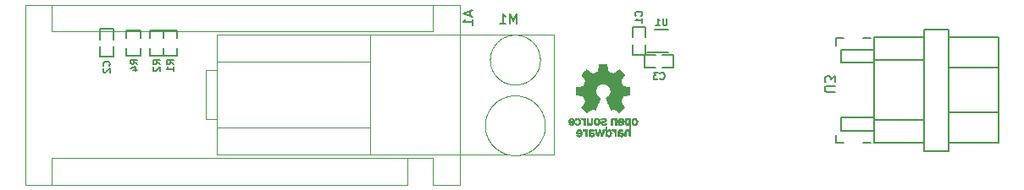
<source format=gbr>
G04 #@! TF.GenerationSoftware,KiCad,Pcbnew,no-vcs-found*
G04 #@! TF.CreationDate,2018-05-22T13:07:31+02:00*
G04 #@! TF.ProjectId,3dsimo_kit,336473696D6F5F6B69742E6B69636164,100A*
G04 #@! TF.SameCoordinates,Original
G04 #@! TF.FileFunction,Legend,Bot*
G04 #@! TF.FilePolarity,Positive*
%FSLAX46Y46*%
G04 Gerber Fmt 4.6, Leading zero omitted, Abs format (unit mm)*
G04 Created by KiCad (PCBNEW no-vcs-found) date 05/22/18 13:07:31*
%MOMM*%
%LPD*%
G01*
G04 APERTURE LIST*
%ADD10C,0.100000*%
%ADD11C,0.010000*%
%ADD12C,0.120000*%
%ADD13C,0.150000*%
G04 APERTURE END LIST*
D10*
D11*
G36*
X125245465Y-64106747D02*
X125165618Y-64124968D01*
X125156471Y-64128556D01*
X125112175Y-64150574D01*
X125079229Y-64178018D01*
X125055811Y-64216373D01*
X125040099Y-64271123D01*
X125030274Y-64347751D01*
X125024512Y-64451741D01*
X125022168Y-64532946D01*
X125015694Y-64810428D01*
X125090204Y-64810428D01*
X125139936Y-64806789D01*
X125161757Y-64793765D01*
X125164714Y-64780402D01*
X125167761Y-64760510D01*
X125183090Y-64767032D01*
X125196464Y-64778427D01*
X125246300Y-64803777D01*
X125316298Y-64817005D01*
X125391841Y-64816335D01*
X125436857Y-64807645D01*
X125510552Y-64775572D01*
X125557394Y-64726124D01*
X125582597Y-64663068D01*
X125588479Y-64622273D01*
X125465514Y-64622273D01*
X125438548Y-64664060D01*
X125413779Y-64680600D01*
X125364639Y-64692995D01*
X125300738Y-64694094D01*
X125238414Y-64685025D01*
X125194006Y-64666915D01*
X125191938Y-64665294D01*
X125173225Y-64631635D01*
X125164805Y-64578570D01*
X125164714Y-64572350D01*
X125164714Y-64502000D01*
X125244089Y-64502000D01*
X125309358Y-64504757D01*
X125370255Y-64511576D01*
X125380805Y-64513468D01*
X125434774Y-64537502D01*
X125463633Y-64576929D01*
X125465514Y-64622273D01*
X125588479Y-64622273D01*
X125591830Y-64599039D01*
X125578387Y-64539773D01*
X125574964Y-64531289D01*
X125543479Y-64476198D01*
X125498647Y-64438325D01*
X125433611Y-64414212D01*
X125341516Y-64400403D01*
X125310489Y-64397949D01*
X125164714Y-64387958D01*
X125164714Y-64327689D01*
X125175482Y-64273098D01*
X125199807Y-64248638D01*
X125242446Y-64236158D01*
X125301191Y-64230707D01*
X125362173Y-64232162D01*
X125411520Y-64240401D01*
X125432297Y-64250697D01*
X125456778Y-64260618D01*
X125493218Y-64245176D01*
X125499425Y-64241207D01*
X125536095Y-64210874D01*
X125540520Y-64184407D01*
X125511900Y-64155357D01*
X125486750Y-64138944D01*
X125420606Y-64114193D01*
X125335319Y-64103308D01*
X125245465Y-64106747D01*
X125245465Y-64106747D01*
G37*
X125245465Y-64106747D02*
X125165618Y-64124968D01*
X125156471Y-64128556D01*
X125112175Y-64150574D01*
X125079229Y-64178018D01*
X125055811Y-64216373D01*
X125040099Y-64271123D01*
X125030274Y-64347751D01*
X125024512Y-64451741D01*
X125022168Y-64532946D01*
X125015694Y-64810428D01*
X125090204Y-64810428D01*
X125139936Y-64806789D01*
X125161757Y-64793765D01*
X125164714Y-64780402D01*
X125167761Y-64760510D01*
X125183090Y-64767032D01*
X125196464Y-64778427D01*
X125246300Y-64803777D01*
X125316298Y-64817005D01*
X125391841Y-64816335D01*
X125436857Y-64807645D01*
X125510552Y-64775572D01*
X125557394Y-64726124D01*
X125582597Y-64663068D01*
X125588479Y-64622273D01*
X125465514Y-64622273D01*
X125438548Y-64664060D01*
X125413779Y-64680600D01*
X125364639Y-64692995D01*
X125300738Y-64694094D01*
X125238414Y-64685025D01*
X125194006Y-64666915D01*
X125191938Y-64665294D01*
X125173225Y-64631635D01*
X125164805Y-64578570D01*
X125164714Y-64572350D01*
X125164714Y-64502000D01*
X125244089Y-64502000D01*
X125309358Y-64504757D01*
X125370255Y-64511576D01*
X125380805Y-64513468D01*
X125434774Y-64537502D01*
X125463633Y-64576929D01*
X125465514Y-64622273D01*
X125588479Y-64622273D01*
X125591830Y-64599039D01*
X125578387Y-64539773D01*
X125574964Y-64531289D01*
X125543479Y-64476198D01*
X125498647Y-64438325D01*
X125433611Y-64414212D01*
X125341516Y-64400403D01*
X125310489Y-64397949D01*
X125164714Y-64387958D01*
X125164714Y-64327689D01*
X125175482Y-64273098D01*
X125199807Y-64248638D01*
X125242446Y-64236158D01*
X125301191Y-64230707D01*
X125362173Y-64232162D01*
X125411520Y-64240401D01*
X125432297Y-64250697D01*
X125456778Y-64260618D01*
X125493218Y-64245176D01*
X125499425Y-64241207D01*
X125536095Y-64210874D01*
X125540520Y-64184407D01*
X125511900Y-64155357D01*
X125486750Y-64138944D01*
X125420606Y-64114193D01*
X125335319Y-64103308D01*
X125245465Y-64106747D01*
G36*
X123804000Y-64810428D02*
X123867500Y-64810428D01*
X123914465Y-64804527D01*
X123930885Y-64785693D01*
X123931000Y-64783214D01*
X123932085Y-64764637D01*
X123940709Y-64758522D01*
X123964923Y-64765618D01*
X124012778Y-64786673D01*
X124024268Y-64791887D01*
X124078906Y-64815507D01*
X124116608Y-64824787D01*
X124153406Y-64820540D01*
X124205334Y-64803579D01*
X124211519Y-64801378D01*
X124271329Y-64773580D01*
X124314164Y-64735599D01*
X124342518Y-64681691D01*
X124358887Y-64606113D01*
X124365764Y-64503119D01*
X124366303Y-64455686D01*
X124238349Y-64455686D01*
X124231434Y-64537674D01*
X124210037Y-64609022D01*
X124174167Y-64658759D01*
X124171644Y-64660750D01*
X124122864Y-64679564D01*
X124060722Y-64681331D01*
X124004132Y-64665577D01*
X124002995Y-64664977D01*
X123968455Y-64627829D01*
X123946132Y-64566607D01*
X123936147Y-64491450D01*
X123938622Y-64412494D01*
X123953678Y-64339876D01*
X123981438Y-64283735D01*
X123998212Y-64266464D01*
X124060480Y-64236028D01*
X124125445Y-64234593D01*
X124172075Y-64255612D01*
X124208681Y-64303683D01*
X124230768Y-64374032D01*
X124238349Y-64455686D01*
X124366303Y-64455686D01*
X124366428Y-64444721D01*
X124358789Y-64321763D01*
X124334740Y-64229210D01*
X124292582Y-64164297D01*
X124230618Y-64124259D01*
X124159329Y-64107514D01*
X124089229Y-64107110D01*
X124029317Y-64127478D01*
X124012413Y-64136874D01*
X123970127Y-64160794D01*
X123942853Y-64174308D01*
X123939034Y-64175428D01*
X123935661Y-64158567D01*
X123932986Y-64113101D01*
X123931348Y-64046713D01*
X123931000Y-63994000D01*
X123931000Y-63812571D01*
X123804000Y-63812571D01*
X123804000Y-64810428D01*
X123804000Y-64810428D01*
G37*
X123804000Y-64810428D02*
X123867500Y-64810428D01*
X123914465Y-64804527D01*
X123930885Y-64785693D01*
X123931000Y-64783214D01*
X123932085Y-64764637D01*
X123940709Y-64758522D01*
X123964923Y-64765618D01*
X124012778Y-64786673D01*
X124024268Y-64791887D01*
X124078906Y-64815507D01*
X124116608Y-64824787D01*
X124153406Y-64820540D01*
X124205334Y-64803579D01*
X124211519Y-64801378D01*
X124271329Y-64773580D01*
X124314164Y-64735599D01*
X124342518Y-64681691D01*
X124358887Y-64606113D01*
X124365764Y-64503119D01*
X124366303Y-64455686D01*
X124238349Y-64455686D01*
X124231434Y-64537674D01*
X124210037Y-64609022D01*
X124174167Y-64658759D01*
X124171644Y-64660750D01*
X124122864Y-64679564D01*
X124060722Y-64681331D01*
X124004132Y-64665577D01*
X124002995Y-64664977D01*
X123968455Y-64627829D01*
X123946132Y-64566607D01*
X123936147Y-64491450D01*
X123938622Y-64412494D01*
X123953678Y-64339876D01*
X123981438Y-64283735D01*
X123998212Y-64266464D01*
X124060480Y-64236028D01*
X124125445Y-64234593D01*
X124172075Y-64255612D01*
X124208681Y-64303683D01*
X124230768Y-64374032D01*
X124238349Y-64455686D01*
X124366303Y-64455686D01*
X124366428Y-64444721D01*
X124358789Y-64321763D01*
X124334740Y-64229210D01*
X124292582Y-64164297D01*
X124230618Y-64124259D01*
X124159329Y-64107514D01*
X124089229Y-64107110D01*
X124029317Y-64127478D01*
X124012413Y-64136874D01*
X123970127Y-64160794D01*
X123942853Y-64174308D01*
X123939034Y-64175428D01*
X123935661Y-64158567D01*
X123932986Y-64113101D01*
X123931348Y-64046713D01*
X123931000Y-63994000D01*
X123931000Y-63812571D01*
X123804000Y-63812571D01*
X123804000Y-64810428D01*
G36*
X122314488Y-64109703D02*
X122245897Y-64124637D01*
X122235265Y-64128642D01*
X122193854Y-64150174D01*
X122163173Y-64178782D01*
X122141687Y-64219764D01*
X122127858Y-64278414D01*
X122120153Y-64360028D01*
X122117034Y-64469902D01*
X122116714Y-64537385D01*
X122116714Y-64810428D01*
X122180214Y-64810428D01*
X122227180Y-64804527D01*
X122243599Y-64785693D01*
X122243714Y-64783214D01*
X122253511Y-64759070D01*
X122261857Y-64756000D01*
X122279479Y-64769182D01*
X122280000Y-64773290D01*
X122295726Y-64787947D01*
X122334294Y-64804533D01*
X122382787Y-64818811D01*
X122428287Y-64826548D01*
X122443285Y-64826834D01*
X122479614Y-64820841D01*
X122525928Y-64809190D01*
X122594729Y-64773479D01*
X122642976Y-64717530D01*
X122669690Y-64649456D01*
X122673879Y-64577588D01*
X122547777Y-64577588D01*
X122543672Y-64624467D01*
X122516493Y-64666042D01*
X122497714Y-64679224D01*
X122450344Y-64692801D01*
X122390678Y-64695662D01*
X122332407Y-64688833D01*
X122289217Y-64673340D01*
X122277595Y-64662726D01*
X122254017Y-64608669D01*
X122246568Y-64552714D01*
X122251201Y-64526801D01*
X122263445Y-64510827D01*
X122289868Y-64503560D01*
X122338917Y-64503674D01*
X122380334Y-64506542D01*
X122445905Y-64514906D01*
X122499275Y-64527265D01*
X122526022Y-64539193D01*
X122547777Y-64577588D01*
X122673879Y-64577588D01*
X122673892Y-64577370D01*
X122654601Y-64509384D01*
X122610838Y-64453611D01*
X122571823Y-64429106D01*
X122531016Y-64417349D01*
X122466996Y-64406379D01*
X122392808Y-64398377D01*
X122384321Y-64397754D01*
X122313373Y-64391947D01*
X122271281Y-64385064D01*
X122250645Y-64374552D01*
X122244067Y-64357857D01*
X122243714Y-64349230D01*
X122254020Y-64304659D01*
X122271957Y-64270180D01*
X122297883Y-64244523D01*
X122336451Y-64232506D01*
X122390132Y-64229857D01*
X122450216Y-64234021D01*
X122499325Y-64244568D01*
X122513943Y-64251015D01*
X122543940Y-64261471D01*
X122576278Y-64248745D01*
X122595692Y-64234520D01*
X122626598Y-64207349D01*
X122631083Y-64188577D01*
X122613179Y-64166485D01*
X122571341Y-64135521D01*
X122539075Y-64119480D01*
X122477339Y-64106634D01*
X122397056Y-64103539D01*
X122314488Y-64109703D01*
X122314488Y-64109703D01*
G37*
X122314488Y-64109703D02*
X122245897Y-64124637D01*
X122235265Y-64128642D01*
X122193854Y-64150174D01*
X122163173Y-64178782D01*
X122141687Y-64219764D01*
X122127858Y-64278414D01*
X122120153Y-64360028D01*
X122117034Y-64469902D01*
X122116714Y-64537385D01*
X122116714Y-64810428D01*
X122180214Y-64810428D01*
X122227180Y-64804527D01*
X122243599Y-64785693D01*
X122243714Y-64783214D01*
X122253511Y-64759070D01*
X122261857Y-64756000D01*
X122279479Y-64769182D01*
X122280000Y-64773290D01*
X122295726Y-64787947D01*
X122334294Y-64804533D01*
X122382787Y-64818811D01*
X122428287Y-64826548D01*
X122443285Y-64826834D01*
X122479614Y-64820841D01*
X122525928Y-64809190D01*
X122594729Y-64773479D01*
X122642976Y-64717530D01*
X122669690Y-64649456D01*
X122673879Y-64577588D01*
X122547777Y-64577588D01*
X122543672Y-64624467D01*
X122516493Y-64666042D01*
X122497714Y-64679224D01*
X122450344Y-64692801D01*
X122390678Y-64695662D01*
X122332407Y-64688833D01*
X122289217Y-64673340D01*
X122277595Y-64662726D01*
X122254017Y-64608669D01*
X122246568Y-64552714D01*
X122251201Y-64526801D01*
X122263445Y-64510827D01*
X122289868Y-64503560D01*
X122338917Y-64503674D01*
X122380334Y-64506542D01*
X122445905Y-64514906D01*
X122499275Y-64527265D01*
X122526022Y-64539193D01*
X122547777Y-64577588D01*
X122673879Y-64577588D01*
X122673892Y-64577370D01*
X122654601Y-64509384D01*
X122610838Y-64453611D01*
X122571823Y-64429106D01*
X122531016Y-64417349D01*
X122466996Y-64406379D01*
X122392808Y-64398377D01*
X122384321Y-64397754D01*
X122313373Y-64391947D01*
X122271281Y-64385064D01*
X122250645Y-64374552D01*
X122244067Y-64357857D01*
X122243714Y-64349230D01*
X122254020Y-64304659D01*
X122271957Y-64270180D01*
X122297883Y-64244523D01*
X122336451Y-64232506D01*
X122390132Y-64229857D01*
X122450216Y-64234021D01*
X122499325Y-64244568D01*
X122513943Y-64251015D01*
X122543940Y-64261471D01*
X122576278Y-64248745D01*
X122595692Y-64234520D01*
X122626598Y-64207349D01*
X122631083Y-64188577D01*
X122613179Y-64166485D01*
X122571341Y-64135521D01*
X122539075Y-64119480D01*
X122477339Y-64106634D01*
X122397056Y-64103539D01*
X122314488Y-64109703D01*
G36*
X121140783Y-64107832D02*
X121041616Y-64128899D01*
X120965876Y-64176266D01*
X120912357Y-64251238D01*
X120879854Y-64355121D01*
X120873325Y-64397678D01*
X120860676Y-64502000D01*
X121089552Y-64502000D01*
X121184109Y-64502297D01*
X121248262Y-64503832D01*
X121287889Y-64507566D01*
X121308872Y-64514463D01*
X121317088Y-64525485D01*
X121318428Y-64539478D01*
X121302838Y-64604551D01*
X121261127Y-64653322D01*
X121200884Y-64682919D01*
X121129699Y-64690468D01*
X121055159Y-64673097D01*
X121017706Y-64653335D01*
X120989134Y-64640097D01*
X120964526Y-64648550D01*
X120936297Y-64675561D01*
X120892539Y-64722140D01*
X120937662Y-64756191D01*
X120986194Y-64782644D01*
X121052298Y-64807082D01*
X121118334Y-64823791D01*
X121158641Y-64827775D01*
X121190087Y-64821475D01*
X121238455Y-64806841D01*
X121251593Y-64802286D01*
X121333338Y-64762320D01*
X121390626Y-64706797D01*
X121426285Y-64630722D01*
X121443144Y-64529100D01*
X121445428Y-64460079D01*
X121435676Y-64356032D01*
X121318428Y-64356032D01*
X121315741Y-64374062D01*
X121302937Y-64385073D01*
X121272903Y-64390778D01*
X121218526Y-64392888D01*
X121164214Y-64393143D01*
X121089291Y-64392496D01*
X121043533Y-64389415D01*
X121019827Y-64382188D01*
X121011059Y-64369102D01*
X121010000Y-64356032D01*
X121026339Y-64306278D01*
X121068258Y-64263194D01*
X121125110Y-64235491D01*
X121164214Y-64229857D01*
X121225024Y-64243226D01*
X121277683Y-64277523D01*
X121311542Y-64324038D01*
X121318428Y-64356032D01*
X121435676Y-64356032D01*
X121433654Y-64334463D01*
X121398926Y-64235285D01*
X121342136Y-64163578D01*
X121264178Y-64120374D01*
X121165945Y-64106705D01*
X121140783Y-64107832D01*
X121140783Y-64107832D01*
G37*
X121140783Y-64107832D02*
X121041616Y-64128899D01*
X120965876Y-64176266D01*
X120912357Y-64251238D01*
X120879854Y-64355121D01*
X120873325Y-64397678D01*
X120860676Y-64502000D01*
X121089552Y-64502000D01*
X121184109Y-64502297D01*
X121248262Y-64503832D01*
X121287889Y-64507566D01*
X121308872Y-64514463D01*
X121317088Y-64525485D01*
X121318428Y-64539478D01*
X121302838Y-64604551D01*
X121261127Y-64653322D01*
X121200884Y-64682919D01*
X121129699Y-64690468D01*
X121055159Y-64673097D01*
X121017706Y-64653335D01*
X120989134Y-64640097D01*
X120964526Y-64648550D01*
X120936297Y-64675561D01*
X120892539Y-64722140D01*
X120937662Y-64756191D01*
X120986194Y-64782644D01*
X121052298Y-64807082D01*
X121118334Y-64823791D01*
X121158641Y-64827775D01*
X121190087Y-64821475D01*
X121238455Y-64806841D01*
X121251593Y-64802286D01*
X121333338Y-64762320D01*
X121390626Y-64706797D01*
X121426285Y-64630722D01*
X121443144Y-64529100D01*
X121445428Y-64460079D01*
X121435676Y-64356032D01*
X121318428Y-64356032D01*
X121315741Y-64374062D01*
X121302937Y-64385073D01*
X121272903Y-64390778D01*
X121218526Y-64392888D01*
X121164214Y-64393143D01*
X121089291Y-64392496D01*
X121043533Y-64389415D01*
X121019827Y-64382188D01*
X121011059Y-64369102D01*
X121010000Y-64356032D01*
X121026339Y-64306278D01*
X121068258Y-64263194D01*
X121125110Y-64235491D01*
X121164214Y-64229857D01*
X121225024Y-64243226D01*
X121277683Y-64277523D01*
X121311542Y-64324038D01*
X121318428Y-64356032D01*
X121435676Y-64356032D01*
X121433654Y-64334463D01*
X121398926Y-64235285D01*
X121342136Y-64163578D01*
X121264178Y-64120374D01*
X121165945Y-64106705D01*
X121140783Y-64107832D01*
G36*
X126164163Y-62963916D02*
X126146504Y-62979762D01*
X126144428Y-62996143D01*
X126142415Y-63022628D01*
X126131131Y-63029584D01*
X126102712Y-63017016D01*
X126067760Y-62996211D01*
X125988365Y-62964610D01*
X125904907Y-62966613D01*
X125845900Y-62985556D01*
X125795883Y-63011702D01*
X125760508Y-63045703D01*
X125737426Y-63093759D01*
X125724286Y-63162066D01*
X125718738Y-63256825D01*
X125718071Y-63322714D01*
X125720435Y-63434727D01*
X125729094Y-63516868D01*
X125746398Y-63575335D01*
X125774697Y-63616327D01*
X125816342Y-63646042D01*
X125845900Y-63659872D01*
X125922473Y-63682443D01*
X125990707Y-63677703D01*
X126058453Y-63649286D01*
X126102263Y-63626859D01*
X126130983Y-63614109D01*
X126135291Y-63613000D01*
X126138422Y-63630114D01*
X126141091Y-63677344D01*
X126143097Y-63748519D01*
X126144240Y-63837471D01*
X126144428Y-63894214D01*
X126143774Y-63990588D01*
X126141970Y-64072729D01*
X126139250Y-64134468D01*
X126135851Y-64169636D01*
X126133683Y-64175428D01*
X126113386Y-64165305D01*
X126078896Y-64140777D01*
X126076807Y-64139143D01*
X126013086Y-64109929D01*
X125935089Y-64104348D01*
X125856054Y-64122373D01*
X125821301Y-64139608D01*
X125780818Y-64169720D01*
X125751077Y-64207296D01*
X125730552Y-64257991D01*
X125717716Y-64327463D01*
X125711043Y-64421366D01*
X125709008Y-64545357D01*
X125709000Y-64555846D01*
X125709000Y-64810428D01*
X125832439Y-64810428D01*
X125838755Y-64563913D01*
X125841515Y-64465015D01*
X125844736Y-64395687D01*
X125849739Y-64349223D01*
X125857846Y-64318919D01*
X125870380Y-64298068D01*
X125888661Y-64279965D01*
X125895976Y-64273628D01*
X125958432Y-64236831D01*
X126019716Y-64236156D01*
X126082101Y-64271601D01*
X126084452Y-64273599D01*
X126104858Y-64292213D01*
X126119082Y-64311390D01*
X126128437Y-64337834D01*
X126134237Y-64378247D01*
X126137793Y-64439333D01*
X126140418Y-64527796D01*
X126141298Y-64563885D01*
X126147240Y-64810428D01*
X126271428Y-64810428D01*
X126271428Y-63320430D01*
X126135357Y-63320430D01*
X126131917Y-63409505D01*
X126119560Y-63470286D01*
X126095225Y-63510286D01*
X126055854Y-63537019D01*
X126045272Y-63541699D01*
X125989338Y-63549546D01*
X125928378Y-63537184D01*
X125895196Y-63518714D01*
X125866435Y-63474756D01*
X125849132Y-63407496D01*
X125843445Y-63328113D01*
X125849533Y-63247786D01*
X125867552Y-63177695D01*
X125889808Y-63137546D01*
X125936991Y-63105311D01*
X125997906Y-63097115D01*
X126059140Y-63112916D01*
X126094939Y-63138161D01*
X126115894Y-63163996D01*
X126128146Y-63196044D01*
X126133899Y-63244241D01*
X126135356Y-63318522D01*
X126135357Y-63320430D01*
X126271428Y-63320430D01*
X126271428Y-62959857D01*
X126207928Y-62959857D01*
X126164163Y-62963916D01*
X126164163Y-62963916D01*
G37*
X126164163Y-62963916D02*
X126146504Y-62979762D01*
X126144428Y-62996143D01*
X126142415Y-63022628D01*
X126131131Y-63029584D01*
X126102712Y-63017016D01*
X126067760Y-62996211D01*
X125988365Y-62964610D01*
X125904907Y-62966613D01*
X125845900Y-62985556D01*
X125795883Y-63011702D01*
X125760508Y-63045703D01*
X125737426Y-63093759D01*
X125724286Y-63162066D01*
X125718738Y-63256825D01*
X125718071Y-63322714D01*
X125720435Y-63434727D01*
X125729094Y-63516868D01*
X125746398Y-63575335D01*
X125774697Y-63616327D01*
X125816342Y-63646042D01*
X125845900Y-63659872D01*
X125922473Y-63682443D01*
X125990707Y-63677703D01*
X126058453Y-63649286D01*
X126102263Y-63626859D01*
X126130983Y-63614109D01*
X126135291Y-63613000D01*
X126138422Y-63630114D01*
X126141091Y-63677344D01*
X126143097Y-63748519D01*
X126144240Y-63837471D01*
X126144428Y-63894214D01*
X126143774Y-63990588D01*
X126141970Y-64072729D01*
X126139250Y-64134468D01*
X126135851Y-64169636D01*
X126133683Y-64175428D01*
X126113386Y-64165305D01*
X126078896Y-64140777D01*
X126076807Y-64139143D01*
X126013086Y-64109929D01*
X125935089Y-64104348D01*
X125856054Y-64122373D01*
X125821301Y-64139608D01*
X125780818Y-64169720D01*
X125751077Y-64207296D01*
X125730552Y-64257991D01*
X125717716Y-64327463D01*
X125711043Y-64421366D01*
X125709008Y-64545357D01*
X125709000Y-64555846D01*
X125709000Y-64810428D01*
X125832439Y-64810428D01*
X125838755Y-64563913D01*
X125841515Y-64465015D01*
X125844736Y-64395687D01*
X125849739Y-64349223D01*
X125857846Y-64318919D01*
X125870380Y-64298068D01*
X125888661Y-64279965D01*
X125895976Y-64273628D01*
X125958432Y-64236831D01*
X126019716Y-64236156D01*
X126082101Y-64271601D01*
X126084452Y-64273599D01*
X126104858Y-64292213D01*
X126119082Y-64311390D01*
X126128437Y-64337834D01*
X126134237Y-64378247D01*
X126137793Y-64439333D01*
X126140418Y-64527796D01*
X126141298Y-64563885D01*
X126147240Y-64810428D01*
X126271428Y-64810428D01*
X126271428Y-63320430D01*
X126135357Y-63320430D01*
X126131917Y-63409505D01*
X126119560Y-63470286D01*
X126095225Y-63510286D01*
X126055854Y-63537019D01*
X126045272Y-63541699D01*
X125989338Y-63549546D01*
X125928378Y-63537184D01*
X125895196Y-63518714D01*
X125866435Y-63474756D01*
X125849132Y-63407496D01*
X125843445Y-63328113D01*
X125849533Y-63247786D01*
X125867552Y-63177695D01*
X125889808Y-63137546D01*
X125936991Y-63105311D01*
X125997906Y-63097115D01*
X126059140Y-63112916D01*
X126094939Y-63138161D01*
X126115894Y-63163996D01*
X126128146Y-63196044D01*
X126133899Y-63244241D01*
X126135356Y-63318522D01*
X126135357Y-63320430D01*
X126271428Y-63320430D01*
X126271428Y-62959857D01*
X126207928Y-62959857D01*
X126164163Y-62963916D01*
G36*
X124749020Y-64106916D02*
X124731361Y-64122762D01*
X124729285Y-64139143D01*
X124723481Y-64169870D01*
X124703607Y-64170006D01*
X124673158Y-64146677D01*
X124623466Y-64120760D01*
X124555176Y-64107678D01*
X124484252Y-64109214D01*
X124439916Y-64120620D01*
X124385719Y-64143069D01*
X124431241Y-64202751D01*
X124462633Y-64239971D01*
X124487718Y-64252516D01*
X124520410Y-64245842D01*
X124531147Y-64241905D01*
X124580465Y-64230823D01*
X124624847Y-64243679D01*
X124634468Y-64248844D01*
X124671145Y-64274502D01*
X124697146Y-64307793D01*
X124714197Y-64354906D01*
X124724022Y-64422030D01*
X124728345Y-64515355D01*
X124729018Y-64588178D01*
X124729285Y-64810428D01*
X124856285Y-64810428D01*
X124856285Y-64102857D01*
X124792785Y-64102857D01*
X124749020Y-64106916D01*
X124749020Y-64106916D01*
G37*
X124749020Y-64106916D02*
X124731361Y-64122762D01*
X124729285Y-64139143D01*
X124723481Y-64169870D01*
X124703607Y-64170006D01*
X124673158Y-64146677D01*
X124623466Y-64120760D01*
X124555176Y-64107678D01*
X124484252Y-64109214D01*
X124439916Y-64120620D01*
X124385719Y-64143069D01*
X124431241Y-64202751D01*
X124462633Y-64239971D01*
X124487718Y-64252516D01*
X124520410Y-64245842D01*
X124531147Y-64241905D01*
X124580465Y-64230823D01*
X124624847Y-64243679D01*
X124634468Y-64248844D01*
X124671145Y-64274502D01*
X124697146Y-64307793D01*
X124714197Y-64354906D01*
X124724022Y-64422030D01*
X124728345Y-64515355D01*
X124729018Y-64588178D01*
X124729285Y-64810428D01*
X124856285Y-64810428D01*
X124856285Y-64102857D01*
X124792785Y-64102857D01*
X124749020Y-64106916D01*
G36*
X123514977Y-64316036D02*
X123484713Y-64427233D01*
X123462259Y-64507478D01*
X123446159Y-64560901D01*
X123434958Y-64591634D01*
X123427200Y-64603805D01*
X123421428Y-64601547D01*
X123417473Y-64592714D01*
X123408428Y-64565990D01*
X123390569Y-64512098D01*
X123366315Y-64438374D01*
X123338085Y-64352152D01*
X123332215Y-64334178D01*
X123301365Y-64240852D01*
X123278502Y-64176704D01*
X123260713Y-64136301D01*
X123245084Y-64114212D01*
X123228700Y-64105006D01*
X123208647Y-64103251D01*
X123208318Y-64103253D01*
X123188962Y-64105137D01*
X123173030Y-64113914D01*
X123157867Y-64134813D01*
X123140819Y-64173062D01*
X123119232Y-64233888D01*
X123090450Y-64322521D01*
X123079496Y-64356951D01*
X123050726Y-64445373D01*
X123025372Y-64519214D01*
X123005536Y-64572661D01*
X122993320Y-64599901D01*
X122990849Y-64602039D01*
X122983318Y-64582461D01*
X122968355Y-64534455D01*
X122947930Y-64464636D01*
X122924013Y-64379624D01*
X122916652Y-64352877D01*
X122850670Y-64111928D01*
X122783049Y-64106298D01*
X122739592Y-64106231D01*
X122716546Y-64113121D01*
X122715428Y-64115759D01*
X122720757Y-64136946D01*
X122735609Y-64187122D01*
X122758282Y-64260768D01*
X122787076Y-64352368D01*
X122820288Y-64456403D01*
X122824869Y-64470640D01*
X122934310Y-64810428D01*
X123054744Y-64810428D01*
X123123195Y-64579107D01*
X123149610Y-64492151D01*
X123173511Y-64417696D01*
X123192561Y-64362737D01*
X123204419Y-64334265D01*
X123205722Y-64332365D01*
X123211713Y-64329786D01*
X123218984Y-64337596D01*
X123228979Y-64359950D01*
X123243143Y-64401000D01*
X123262921Y-64464903D01*
X123289756Y-64555811D01*
X123321462Y-64665286D01*
X123341833Y-64733555D01*
X123357871Y-64774406D01*
X123375042Y-64795358D01*
X123398815Y-64803929D01*
X123424355Y-64806763D01*
X123488012Y-64812168D01*
X123591826Y-64485563D01*
X123625096Y-64381191D01*
X123655113Y-64287583D01*
X123679953Y-64210696D01*
X123697690Y-64156487D01*
X123706402Y-64130912D01*
X123706403Y-64130908D01*
X123706295Y-64112574D01*
X123682503Y-64104339D01*
X123644918Y-64102857D01*
X123572668Y-64102857D01*
X123514977Y-64316036D01*
X123514977Y-64316036D01*
G37*
X123514977Y-64316036D02*
X123484713Y-64427233D01*
X123462259Y-64507478D01*
X123446159Y-64560901D01*
X123434958Y-64591634D01*
X123427200Y-64603805D01*
X123421428Y-64601547D01*
X123417473Y-64592714D01*
X123408428Y-64565990D01*
X123390569Y-64512098D01*
X123366315Y-64438374D01*
X123338085Y-64352152D01*
X123332215Y-64334178D01*
X123301365Y-64240852D01*
X123278502Y-64176704D01*
X123260713Y-64136301D01*
X123245084Y-64114212D01*
X123228700Y-64105006D01*
X123208647Y-64103251D01*
X123208318Y-64103253D01*
X123188962Y-64105137D01*
X123173030Y-64113914D01*
X123157867Y-64134813D01*
X123140819Y-64173062D01*
X123119232Y-64233888D01*
X123090450Y-64322521D01*
X123079496Y-64356951D01*
X123050726Y-64445373D01*
X123025372Y-64519214D01*
X123005536Y-64572661D01*
X122993320Y-64599901D01*
X122990849Y-64602039D01*
X122983318Y-64582461D01*
X122968355Y-64534455D01*
X122947930Y-64464636D01*
X122924013Y-64379624D01*
X122916652Y-64352877D01*
X122850670Y-64111928D01*
X122783049Y-64106298D01*
X122739592Y-64106231D01*
X122716546Y-64113121D01*
X122715428Y-64115759D01*
X122720757Y-64136946D01*
X122735609Y-64187122D01*
X122758282Y-64260768D01*
X122787076Y-64352368D01*
X122820288Y-64456403D01*
X122824869Y-64470640D01*
X122934310Y-64810428D01*
X123054744Y-64810428D01*
X123123195Y-64579107D01*
X123149610Y-64492151D01*
X123173511Y-64417696D01*
X123192561Y-64362737D01*
X123204419Y-64334265D01*
X123205722Y-64332365D01*
X123211713Y-64329786D01*
X123218984Y-64337596D01*
X123228979Y-64359950D01*
X123243143Y-64401000D01*
X123262921Y-64464903D01*
X123289756Y-64555811D01*
X123321462Y-64665286D01*
X123341833Y-64733555D01*
X123357871Y-64774406D01*
X123375042Y-64795358D01*
X123398815Y-64803929D01*
X123424355Y-64806763D01*
X123488012Y-64812168D01*
X123591826Y-64485563D01*
X123625096Y-64381191D01*
X123655113Y-64287583D01*
X123679953Y-64210696D01*
X123697690Y-64156487D01*
X123706402Y-64130912D01*
X123706403Y-64130908D01*
X123706295Y-64112574D01*
X123682503Y-64104339D01*
X123644918Y-64102857D01*
X123572668Y-64102857D01*
X123514977Y-64316036D01*
G36*
X121827977Y-64106945D02*
X121810320Y-64122830D01*
X121808285Y-64138876D01*
X121806715Y-64161360D01*
X121795898Y-64164889D01*
X121766678Y-64149475D01*
X121749321Y-64138944D01*
X121684203Y-64112983D01*
X121610690Y-64103843D01*
X121543441Y-64112143D01*
X121507860Y-64128724D01*
X121487338Y-64146518D01*
X121486414Y-64163645D01*
X121507466Y-64190791D01*
X121526044Y-64210486D01*
X121568182Y-64246563D01*
X121594975Y-64250326D01*
X121597709Y-64248120D01*
X121638248Y-64230499D01*
X121691954Y-64234775D01*
X121744871Y-64258737D01*
X121763753Y-64274390D01*
X121781663Y-64293980D01*
X121793991Y-64315177D01*
X121801777Y-64344761D01*
X121806061Y-64389512D01*
X121807883Y-64456212D01*
X121808283Y-64551641D01*
X121808285Y-64564675D01*
X121808285Y-64810428D01*
X121935285Y-64810428D01*
X121935285Y-64102857D01*
X121871785Y-64102857D01*
X121827977Y-64106945D01*
X121827977Y-64106945D01*
G37*
X121827977Y-64106945D02*
X121810320Y-64122830D01*
X121808285Y-64138876D01*
X121806715Y-64161360D01*
X121795898Y-64164889D01*
X121766678Y-64149475D01*
X121749321Y-64138944D01*
X121684203Y-64112983D01*
X121610690Y-64103843D01*
X121543441Y-64112143D01*
X121507860Y-64128724D01*
X121487338Y-64146518D01*
X121486414Y-64163645D01*
X121507466Y-64190791D01*
X121526044Y-64210486D01*
X121568182Y-64246563D01*
X121594975Y-64250326D01*
X121597709Y-64248120D01*
X121638248Y-64230499D01*
X121691954Y-64234775D01*
X121744871Y-64258737D01*
X121763753Y-64274390D01*
X121781663Y-64293980D01*
X121793991Y-64315177D01*
X121801777Y-64344761D01*
X121806061Y-64389512D01*
X121807883Y-64456212D01*
X121808283Y-64551641D01*
X121808285Y-64564675D01*
X121808285Y-64810428D01*
X121935285Y-64810428D01*
X121935285Y-64102857D01*
X121871785Y-64102857D01*
X121827977Y-64106945D01*
G36*
X126649201Y-62969168D02*
X126562365Y-63000678D01*
X126498874Y-63041967D01*
X126455750Y-63093802D01*
X126429876Y-63163067D01*
X126418135Y-63256650D01*
X126416571Y-63322714D01*
X126422245Y-63434485D01*
X126441230Y-63518346D01*
X126476469Y-63581163D01*
X126530906Y-63629799D01*
X126554531Y-63644451D01*
X126647750Y-63678730D01*
X126745254Y-63680837D01*
X126834140Y-63651978D01*
X126909690Y-63592010D01*
X126961574Y-63506446D01*
X126988806Y-63398014D01*
X126989253Y-63361942D01*
X126853925Y-63361942D01*
X126840933Y-63437565D01*
X126815352Y-63491410D01*
X126761406Y-63533882D01*
X126696030Y-63548166D01*
X126630791Y-63533815D01*
X126585478Y-63500331D01*
X126567703Y-63472071D01*
X126557464Y-63430145D01*
X126553118Y-63365595D01*
X126552643Y-63321313D01*
X126554095Y-63245656D01*
X126559834Y-63196496D01*
X126571927Y-63164113D01*
X126591246Y-63139975D01*
X126647851Y-63106624D01*
X126714331Y-63100805D01*
X126777610Y-63121946D01*
X126810554Y-63149554D01*
X126838547Y-63204500D01*
X126853066Y-63279775D01*
X126853925Y-63361942D01*
X126989253Y-63361942D01*
X126990402Y-63269443D01*
X126986229Y-63231022D01*
X126957261Y-63126833D01*
X126904135Y-63045870D01*
X126831790Y-62990815D01*
X126745166Y-62964353D01*
X126649201Y-62969168D01*
X126649201Y-62969168D01*
G37*
X126649201Y-62969168D02*
X126562365Y-63000678D01*
X126498874Y-63041967D01*
X126455750Y-63093802D01*
X126429876Y-63163067D01*
X126418135Y-63256650D01*
X126416571Y-63322714D01*
X126422245Y-63434485D01*
X126441230Y-63518346D01*
X126476469Y-63581163D01*
X126530906Y-63629799D01*
X126554531Y-63644451D01*
X126647750Y-63678730D01*
X126745254Y-63680837D01*
X126834140Y-63651978D01*
X126909690Y-63592010D01*
X126961574Y-63506446D01*
X126988806Y-63398014D01*
X126989253Y-63361942D01*
X126853925Y-63361942D01*
X126840933Y-63437565D01*
X126815352Y-63491410D01*
X126761406Y-63533882D01*
X126696030Y-63548166D01*
X126630791Y-63533815D01*
X126585478Y-63500331D01*
X126567703Y-63472071D01*
X126557464Y-63430145D01*
X126553118Y-63365595D01*
X126552643Y-63321313D01*
X126554095Y-63245656D01*
X126559834Y-63196496D01*
X126571927Y-63164113D01*
X126591246Y-63139975D01*
X126647851Y-63106624D01*
X126714331Y-63100805D01*
X126777610Y-63121946D01*
X126810554Y-63149554D01*
X126838547Y-63204500D01*
X126853066Y-63279775D01*
X126853925Y-63361942D01*
X126989253Y-63361942D01*
X126990402Y-63269443D01*
X126986229Y-63231022D01*
X126957261Y-63126833D01*
X126904135Y-63045870D01*
X126831790Y-62990815D01*
X126745166Y-62964353D01*
X126649201Y-62969168D01*
G36*
X125214745Y-62978592D02*
X125130913Y-63026322D01*
X125066897Y-63092709D01*
X125039578Y-63150544D01*
X125024591Y-63236632D01*
X125022841Y-63259410D01*
X125015344Y-63377143D01*
X125470610Y-63377143D01*
X125453718Y-63436041D01*
X125418396Y-63504138D01*
X125362312Y-63544871D01*
X125290436Y-63556458D01*
X125207738Y-63537119D01*
X125191594Y-63529982D01*
X125148555Y-63512522D01*
X125118694Y-63513299D01*
X125084531Y-63532069D01*
X125051708Y-63556933D01*
X125037840Y-63574109D01*
X125037838Y-63574265D01*
X125051532Y-63590597D01*
X125085795Y-63617974D01*
X125102507Y-63629747D01*
X125193725Y-63671057D01*
X125295378Y-63682351D01*
X125396770Y-63663111D01*
X125436442Y-63645936D01*
X125504252Y-63602066D01*
X125550126Y-63548366D01*
X125577452Y-63477729D01*
X125589614Y-63383047D01*
X125591071Y-63321389D01*
X125589871Y-63242116D01*
X125587932Y-63222104D01*
X125455000Y-63222104D01*
X125453673Y-63244466D01*
X125444904Y-63258114D01*
X125421507Y-63265198D01*
X125376297Y-63267872D01*
X125302089Y-63268286D01*
X125300785Y-63268286D01*
X125231093Y-63267237D01*
X125177793Y-63264438D01*
X125149216Y-63260411D01*
X125146571Y-63258631D01*
X125156930Y-63219768D01*
X125181874Y-63170554D01*
X125212201Y-63126902D01*
X125234557Y-63106460D01*
X125297513Y-63089736D01*
X125360441Y-63100173D01*
X125413728Y-63132727D01*
X125447758Y-63182356D01*
X125455000Y-63222104D01*
X125587932Y-63222104D01*
X125584586Y-63187592D01*
X125572692Y-63146312D01*
X125551663Y-63106774D01*
X125539976Y-63088640D01*
X125472859Y-63015873D01*
X125392056Y-62973312D01*
X125303905Y-62960904D01*
X125214745Y-62978592D01*
X125214745Y-62978592D01*
G37*
X125214745Y-62978592D02*
X125130913Y-63026322D01*
X125066897Y-63092709D01*
X125039578Y-63150544D01*
X125024591Y-63236632D01*
X125022841Y-63259410D01*
X125015344Y-63377143D01*
X125470610Y-63377143D01*
X125453718Y-63436041D01*
X125418396Y-63504138D01*
X125362312Y-63544871D01*
X125290436Y-63556458D01*
X125207738Y-63537119D01*
X125191594Y-63529982D01*
X125148555Y-63512522D01*
X125118694Y-63513299D01*
X125084531Y-63532069D01*
X125051708Y-63556933D01*
X125037840Y-63574109D01*
X125037838Y-63574265D01*
X125051532Y-63590597D01*
X125085795Y-63617974D01*
X125102507Y-63629747D01*
X125193725Y-63671057D01*
X125295378Y-63682351D01*
X125396770Y-63663111D01*
X125436442Y-63645936D01*
X125504252Y-63602066D01*
X125550126Y-63548366D01*
X125577452Y-63477729D01*
X125589614Y-63383047D01*
X125591071Y-63321389D01*
X125589871Y-63242116D01*
X125587932Y-63222104D01*
X125455000Y-63222104D01*
X125453673Y-63244466D01*
X125444904Y-63258114D01*
X125421507Y-63265198D01*
X125376297Y-63267872D01*
X125302089Y-63268286D01*
X125300785Y-63268286D01*
X125231093Y-63267237D01*
X125177793Y-63264438D01*
X125149216Y-63260411D01*
X125146571Y-63258631D01*
X125156930Y-63219768D01*
X125181874Y-63170554D01*
X125212201Y-63126902D01*
X125234557Y-63106460D01*
X125297513Y-63089736D01*
X125360441Y-63100173D01*
X125413728Y-63132727D01*
X125447758Y-63182356D01*
X125455000Y-63222104D01*
X125587932Y-63222104D01*
X125584586Y-63187592D01*
X125572692Y-63146312D01*
X125551663Y-63106774D01*
X125539976Y-63088640D01*
X125472859Y-63015873D01*
X125392056Y-62973312D01*
X125303905Y-62960904D01*
X125214745Y-62978592D01*
G36*
X124767163Y-62963916D02*
X124749504Y-62979762D01*
X124747428Y-62996143D01*
X124738906Y-63027486D01*
X124716290Y-63026843D01*
X124693398Y-63005694D01*
X124645654Y-62974225D01*
X124580363Y-62964342D01*
X124507543Y-62974035D01*
X124437212Y-63001295D01*
X124379388Y-63044110D01*
X124356728Y-63073259D01*
X124342671Y-63100512D01*
X124332823Y-63132496D01*
X124326462Y-63175904D01*
X124322869Y-63237424D01*
X124321322Y-63323748D01*
X124321071Y-63404357D01*
X124321071Y-63676500D01*
X124389107Y-63682131D01*
X124457142Y-63687762D01*
X124457720Y-63437202D01*
X124458872Y-63326353D01*
X124462873Y-63245914D01*
X124471424Y-63190029D01*
X124486226Y-63152840D01*
X124508981Y-63128491D01*
X124541389Y-63111124D01*
X124553871Y-63106162D01*
X124620116Y-63098707D01*
X124681531Y-63124296D01*
X124718383Y-63162320D01*
X124730896Y-63187774D01*
X124739405Y-63226257D01*
X124744555Y-63284040D01*
X124746992Y-63367393D01*
X124747428Y-63444680D01*
X124747428Y-63685571D01*
X124874428Y-63685571D01*
X124874428Y-62959857D01*
X124810928Y-62959857D01*
X124767163Y-62963916D01*
X124767163Y-62963916D01*
G37*
X124767163Y-62963916D02*
X124749504Y-62979762D01*
X124747428Y-62996143D01*
X124738906Y-63027486D01*
X124716290Y-63026843D01*
X124693398Y-63005694D01*
X124645654Y-62974225D01*
X124580363Y-62964342D01*
X124507543Y-62974035D01*
X124437212Y-63001295D01*
X124379388Y-63044110D01*
X124356728Y-63073259D01*
X124342671Y-63100512D01*
X124332823Y-63132496D01*
X124326462Y-63175904D01*
X124322869Y-63237424D01*
X124321322Y-63323748D01*
X124321071Y-63404357D01*
X124321071Y-63676500D01*
X124389107Y-63682131D01*
X124457142Y-63687762D01*
X124457720Y-63437202D01*
X124458872Y-63326353D01*
X124462873Y-63245914D01*
X124471424Y-63190029D01*
X124486226Y-63152840D01*
X124508981Y-63128491D01*
X124541389Y-63111124D01*
X124553871Y-63106162D01*
X124620116Y-63098707D01*
X124681531Y-63124296D01*
X124718383Y-63162320D01*
X124730896Y-63187774D01*
X124739405Y-63226257D01*
X124744555Y-63284040D01*
X124746992Y-63367393D01*
X124747428Y-63444680D01*
X124747428Y-63685571D01*
X124874428Y-63685571D01*
X124874428Y-62959857D01*
X124810928Y-62959857D01*
X124767163Y-62963916D01*
G36*
X123517523Y-62969024D02*
X123434387Y-62992775D01*
X123370730Y-63027060D01*
X123368815Y-63028583D01*
X123329869Y-63060119D01*
X123373422Y-63101035D01*
X123404222Y-63126491D01*
X123430857Y-63132069D01*
X123469863Y-63119786D01*
X123482905Y-63114404D01*
X123563182Y-63091216D01*
X123634497Y-63089555D01*
X123690351Y-63107753D01*
X123724243Y-63144140D01*
X123731428Y-63178229D01*
X123715024Y-63215528D01*
X123671793Y-63241336D01*
X123615585Y-63250143D01*
X123571065Y-63253952D01*
X123509507Y-63263630D01*
X123476963Y-63270080D01*
X123395429Y-63301849D01*
X123342116Y-63356376D01*
X123316671Y-63434101D01*
X123314210Y-63473788D01*
X123330749Y-63543277D01*
X123376003Y-63602154D01*
X123443217Y-63647447D01*
X123525634Y-63676181D01*
X123616497Y-63685383D01*
X123709049Y-63672077D01*
X123740695Y-63661513D01*
X123795391Y-63636575D01*
X123852151Y-63605720D01*
X123853862Y-63604686D01*
X123912406Y-63569157D01*
X123864982Y-63519658D01*
X123817559Y-63470159D01*
X123765984Y-63508290D01*
X123704133Y-63537714D01*
X123621359Y-63554106D01*
X123616136Y-63554571D01*
X123554527Y-63557112D01*
X123515357Y-63549921D01*
X123485407Y-63529992D01*
X123478387Y-63523245D01*
X123451964Y-63485978D01*
X123444723Y-63453590D01*
X123468375Y-63418835D01*
X123518553Y-63392317D01*
X123585700Y-63378454D01*
X123609547Y-63377410D01*
X123683004Y-63367971D01*
X123755663Y-63343815D01*
X123813495Y-63310371D01*
X123833313Y-63290772D01*
X123849997Y-63247754D01*
X123857021Y-63185765D01*
X123853989Y-63120918D01*
X123840508Y-63069323D01*
X123838822Y-63065979D01*
X123804394Y-63030590D01*
X123746620Y-62997389D01*
X123678262Y-62972126D01*
X123612083Y-62960555D01*
X123604428Y-62960357D01*
X123517523Y-62969024D01*
X123517523Y-62969024D01*
G37*
X123517523Y-62969024D02*
X123434387Y-62992775D01*
X123370730Y-63027060D01*
X123368815Y-63028583D01*
X123329869Y-63060119D01*
X123373422Y-63101035D01*
X123404222Y-63126491D01*
X123430857Y-63132069D01*
X123469863Y-63119786D01*
X123482905Y-63114404D01*
X123563182Y-63091216D01*
X123634497Y-63089555D01*
X123690351Y-63107753D01*
X123724243Y-63144140D01*
X123731428Y-63178229D01*
X123715024Y-63215528D01*
X123671793Y-63241336D01*
X123615585Y-63250143D01*
X123571065Y-63253952D01*
X123509507Y-63263630D01*
X123476963Y-63270080D01*
X123395429Y-63301849D01*
X123342116Y-63356376D01*
X123316671Y-63434101D01*
X123314210Y-63473788D01*
X123330749Y-63543277D01*
X123376003Y-63602154D01*
X123443217Y-63647447D01*
X123525634Y-63676181D01*
X123616497Y-63685383D01*
X123709049Y-63672077D01*
X123740695Y-63661513D01*
X123795391Y-63636575D01*
X123852151Y-63605720D01*
X123853862Y-63604686D01*
X123912406Y-63569157D01*
X123864982Y-63519658D01*
X123817559Y-63470159D01*
X123765984Y-63508290D01*
X123704133Y-63537714D01*
X123621359Y-63554106D01*
X123616136Y-63554571D01*
X123554527Y-63557112D01*
X123515357Y-63549921D01*
X123485407Y-63529992D01*
X123478387Y-63523245D01*
X123451964Y-63485978D01*
X123444723Y-63453590D01*
X123468375Y-63418835D01*
X123518553Y-63392317D01*
X123585700Y-63378454D01*
X123609547Y-63377410D01*
X123683004Y-63367971D01*
X123755663Y-63343815D01*
X123813495Y-63310371D01*
X123833313Y-63290772D01*
X123849997Y-63247754D01*
X123857021Y-63185765D01*
X123853989Y-63120918D01*
X123840508Y-63069323D01*
X123838822Y-63065979D01*
X123804394Y-63030590D01*
X123746620Y-62997389D01*
X123678262Y-62972126D01*
X123612083Y-62960555D01*
X123604428Y-62960357D01*
X123517523Y-62969024D01*
G36*
X122829510Y-62979182D02*
X122750271Y-63019738D01*
X122688222Y-63084926D01*
X122676495Y-63104717D01*
X122656042Y-63166843D01*
X122644407Y-63251382D01*
X122641717Y-63345519D01*
X122648097Y-63436438D01*
X122663672Y-63511325D01*
X122672308Y-63533508D01*
X122724902Y-63604937D01*
X122799617Y-63655195D01*
X122887264Y-63681446D01*
X122978654Y-63680859D01*
X123060143Y-63653094D01*
X123113518Y-63614537D01*
X123158603Y-63567031D01*
X123161820Y-63562503D01*
X123193240Y-63491985D01*
X123210791Y-63400580D01*
X123213775Y-63321279D01*
X123078285Y-63321279D01*
X123075443Y-63397262D01*
X123065297Y-63448556D01*
X123045420Y-63486429D01*
X123041638Y-63491410D01*
X122987290Y-63534569D01*
X122922405Y-63548341D01*
X122857675Y-63532772D01*
X122805734Y-63490432D01*
X122784586Y-63453453D01*
X122773413Y-63403609D01*
X122769880Y-63329890D01*
X122769857Y-63321279D01*
X122777694Y-63223794D01*
X122802508Y-63156554D01*
X122846250Y-63116778D01*
X122910870Y-63101683D01*
X122924071Y-63101371D01*
X122992435Y-63112548D01*
X123039588Y-63147932D01*
X123067481Y-63210307D01*
X123078067Y-63302455D01*
X123078285Y-63321279D01*
X123213775Y-63321279D01*
X123214579Y-63299934D01*
X123204714Y-63201693D01*
X123181302Y-63117501D01*
X123157294Y-63073675D01*
X123089832Y-63010504D01*
X123007345Y-62974045D01*
X122917886Y-62963777D01*
X122829510Y-62979182D01*
X122829510Y-62979182D01*
G37*
X122829510Y-62979182D02*
X122750271Y-63019738D01*
X122688222Y-63084926D01*
X122676495Y-63104717D01*
X122656042Y-63166843D01*
X122644407Y-63251382D01*
X122641717Y-63345519D01*
X122648097Y-63436438D01*
X122663672Y-63511325D01*
X122672308Y-63533508D01*
X122724902Y-63604937D01*
X122799617Y-63655195D01*
X122887264Y-63681446D01*
X122978654Y-63680859D01*
X123060143Y-63653094D01*
X123113518Y-63614537D01*
X123158603Y-63567031D01*
X123161820Y-63562503D01*
X123193240Y-63491985D01*
X123210791Y-63400580D01*
X123213775Y-63321279D01*
X123078285Y-63321279D01*
X123075443Y-63397262D01*
X123065297Y-63448556D01*
X123045420Y-63486429D01*
X123041638Y-63491410D01*
X122987290Y-63534569D01*
X122922405Y-63548341D01*
X122857675Y-63532772D01*
X122805734Y-63490432D01*
X122784586Y-63453453D01*
X122773413Y-63403609D01*
X122769880Y-63329890D01*
X122769857Y-63321279D01*
X122777694Y-63223794D01*
X122802508Y-63156554D01*
X122846250Y-63116778D01*
X122910870Y-63101683D01*
X122924071Y-63101371D01*
X122992435Y-63112548D01*
X123039588Y-63147932D01*
X123067481Y-63210307D01*
X123078067Y-63302455D01*
X123078285Y-63321279D01*
X123213775Y-63321279D01*
X123214579Y-63299934D01*
X123204714Y-63201693D01*
X123181302Y-63117501D01*
X123157294Y-63073675D01*
X123089832Y-63010504D01*
X123007345Y-62974045D01*
X122917886Y-62963777D01*
X122829510Y-62979182D01*
G36*
X122370686Y-63182107D02*
X122366452Y-63316260D01*
X122352876Y-63417480D01*
X122328585Y-63488233D01*
X122292207Y-63530985D01*
X122242370Y-63548203D01*
X122177702Y-63542353D01*
X122171142Y-63540789D01*
X122129795Y-63520859D01*
X122099462Y-63481908D01*
X122078933Y-63419946D01*
X122066997Y-63330984D01*
X122062445Y-63211034D01*
X122062314Y-63182107D01*
X122062285Y-62959857D01*
X121935285Y-62959857D01*
X121935285Y-63685571D01*
X121998785Y-63685571D01*
X122042551Y-63681512D01*
X122060210Y-63665667D01*
X122062285Y-63649286D01*
X122064299Y-63622800D01*
X122075582Y-63615845D01*
X122104002Y-63628412D01*
X122138954Y-63649218D01*
X122221920Y-63681164D01*
X122307672Y-63677100D01*
X122370997Y-63652283D01*
X122415671Y-63624056D01*
X122448694Y-63589429D01*
X122471729Y-63542833D01*
X122486434Y-63478700D01*
X122494471Y-63391461D01*
X122497501Y-63275549D01*
X122497686Y-63227464D01*
X122497714Y-62959857D01*
X122370714Y-62959857D01*
X122370686Y-63182107D01*
X122370686Y-63182107D01*
G37*
X122370686Y-63182107D02*
X122366452Y-63316260D01*
X122352876Y-63417480D01*
X122328585Y-63488233D01*
X122292207Y-63530985D01*
X122242370Y-63548203D01*
X122177702Y-63542353D01*
X122171142Y-63540789D01*
X122129795Y-63520859D01*
X122099462Y-63481908D01*
X122078933Y-63419946D01*
X122066997Y-63330984D01*
X122062445Y-63211034D01*
X122062314Y-63182107D01*
X122062285Y-62959857D01*
X121935285Y-62959857D01*
X121935285Y-63685571D01*
X121998785Y-63685571D01*
X122042551Y-63681512D01*
X122060210Y-63665667D01*
X122062285Y-63649286D01*
X122064299Y-63622800D01*
X122075582Y-63615845D01*
X122104002Y-63628412D01*
X122138954Y-63649218D01*
X122221920Y-63681164D01*
X122307672Y-63677100D01*
X122370997Y-63652283D01*
X122415671Y-63624056D01*
X122448694Y-63589429D01*
X122471729Y-63542833D01*
X122486434Y-63478700D01*
X122494471Y-63391461D01*
X122497501Y-63275549D01*
X122497686Y-63227464D01*
X122497714Y-62959857D01*
X122370714Y-62959857D01*
X122370686Y-63182107D01*
G36*
X121630575Y-62972999D02*
X121626857Y-62995048D01*
X121618466Y-63027176D01*
X121596058Y-63027075D01*
X121572827Y-63005694D01*
X121530182Y-62978673D01*
X121467070Y-62966026D01*
X121397070Y-62969589D01*
X121364968Y-62977610D01*
X121323364Y-62994293D01*
X121301802Y-63008722D01*
X121300938Y-63011157D01*
X121311835Y-63032024D01*
X121337767Y-63067466D01*
X121343063Y-63074030D01*
X121374909Y-63107018D01*
X121402970Y-63114680D01*
X121433124Y-63106229D01*
X121498034Y-63099159D01*
X121561968Y-63120603D01*
X121602123Y-63155606D01*
X121613016Y-63184673D01*
X121620492Y-63240588D01*
X121624827Y-63326541D01*
X121626280Y-63436107D01*
X121626857Y-63685571D01*
X121690926Y-63685571D01*
X121736082Y-63679597D01*
X121762531Y-63664905D01*
X121763922Y-63662309D01*
X121766501Y-63637455D01*
X121768249Y-63582508D01*
X121769095Y-63503654D01*
X121768973Y-63407078D01*
X121767888Y-63303988D01*
X121762928Y-62968929D01*
X121694892Y-62963298D01*
X121649906Y-62962416D01*
X121630575Y-62972999D01*
X121630575Y-62972999D01*
G37*
X121630575Y-62972999D02*
X121626857Y-62995048D01*
X121618466Y-63027176D01*
X121596058Y-63027075D01*
X121572827Y-63005694D01*
X121530182Y-62978673D01*
X121467070Y-62966026D01*
X121397070Y-62969589D01*
X121364968Y-62977610D01*
X121323364Y-62994293D01*
X121301802Y-63008722D01*
X121300938Y-63011157D01*
X121311835Y-63032024D01*
X121337767Y-63067466D01*
X121343063Y-63074030D01*
X121374909Y-63107018D01*
X121402970Y-63114680D01*
X121433124Y-63106229D01*
X121498034Y-63099159D01*
X121561968Y-63120603D01*
X121602123Y-63155606D01*
X121613016Y-63184673D01*
X121620492Y-63240588D01*
X121624827Y-63326541D01*
X121626280Y-63436107D01*
X121626857Y-63685571D01*
X121690926Y-63685571D01*
X121736082Y-63679597D01*
X121762531Y-63664905D01*
X121763922Y-63662309D01*
X121766501Y-63637455D01*
X121768249Y-63582508D01*
X121769095Y-63503654D01*
X121768973Y-63407078D01*
X121767888Y-63303988D01*
X121762928Y-62968929D01*
X121694892Y-62963298D01*
X121649906Y-62962416D01*
X121630575Y-62972999D01*
G36*
X120852629Y-62990077D02*
X120789692Y-63022920D01*
X120746808Y-63054093D01*
X120731013Y-63075700D01*
X120737344Y-63095183D01*
X120739604Y-63098034D01*
X120788423Y-63140564D01*
X120834417Y-63148543D01*
X120865207Y-63131897D01*
X120914726Y-63107623D01*
X120980535Y-63100515D01*
X121046530Y-63111381D01*
X121070555Y-63121567D01*
X121118932Y-63164115D01*
X121146589Y-63230868D01*
X121155143Y-63322714D01*
X121146116Y-63416654D01*
X121117948Y-63482685D01*
X121070444Y-63523921D01*
X121005667Y-63544270D01*
X120936747Y-63544128D01*
X120879034Y-63524174D01*
X120866734Y-63514913D01*
X120841097Y-63494932D01*
X120819086Y-63494167D01*
X120786218Y-63513748D01*
X120774366Y-63522127D01*
X120740858Y-63551836D01*
X120734621Y-63577872D01*
X120757848Y-63604744D01*
X120812733Y-63636963D01*
X120835767Y-63648378D01*
X120935171Y-63680433D01*
X121032819Y-63677441D01*
X121111211Y-63651166D01*
X121190252Y-63601465D01*
X121244461Y-63532535D01*
X121278737Y-63437800D01*
X121282371Y-63421398D01*
X121291926Y-63316948D01*
X121280248Y-63213011D01*
X121249560Y-63121502D01*
X121216803Y-63069836D01*
X121142135Y-63007576D01*
X121051095Y-62972930D01*
X120951865Y-62966798D01*
X120852629Y-62990077D01*
X120852629Y-62990077D01*
G37*
X120852629Y-62990077D02*
X120789692Y-63022920D01*
X120746808Y-63054093D01*
X120731013Y-63075700D01*
X120737344Y-63095183D01*
X120739604Y-63098034D01*
X120788423Y-63140564D01*
X120834417Y-63148543D01*
X120865207Y-63131897D01*
X120914726Y-63107623D01*
X120980535Y-63100515D01*
X121046530Y-63111381D01*
X121070555Y-63121567D01*
X121118932Y-63164115D01*
X121146589Y-63230868D01*
X121155143Y-63322714D01*
X121146116Y-63416654D01*
X121117948Y-63482685D01*
X121070444Y-63523921D01*
X121005667Y-63544270D01*
X120936747Y-63544128D01*
X120879034Y-63524174D01*
X120866734Y-63514913D01*
X120841097Y-63494932D01*
X120819086Y-63494167D01*
X120786218Y-63513748D01*
X120774366Y-63522127D01*
X120740858Y-63551836D01*
X120734621Y-63577872D01*
X120757848Y-63604744D01*
X120812733Y-63636963D01*
X120835767Y-63648378D01*
X120935171Y-63680433D01*
X121032819Y-63677441D01*
X121111211Y-63651166D01*
X121190252Y-63601465D01*
X121244461Y-63532535D01*
X121278737Y-63437800D01*
X121282371Y-63421398D01*
X121291926Y-63316948D01*
X121280248Y-63213011D01*
X121249560Y-63121502D01*
X121216803Y-63069836D01*
X121142135Y-63007576D01*
X121051095Y-62972930D01*
X120951865Y-62966798D01*
X120852629Y-62990077D01*
G36*
X120258103Y-62992023D02*
X120217130Y-63013536D01*
X120158481Y-63064198D01*
X120118783Y-63135757D01*
X120095170Y-63233989D01*
X120090970Y-63267831D01*
X120079545Y-63377143D01*
X120542219Y-63377143D01*
X120530498Y-63427036D01*
X120501235Y-63486259D01*
X120450681Y-63533085D01*
X120390991Y-63557258D01*
X120374603Y-63558571D01*
X120322319Y-63550547D01*
X120264076Y-63530913D01*
X120257232Y-63527780D01*
X120214258Y-63509190D01*
X120188331Y-63508121D01*
X120164151Y-63525652D01*
X120154629Y-63535021D01*
X120130477Y-63568482D01*
X120134517Y-63597211D01*
X120169334Y-63625892D01*
X120218488Y-63650776D01*
X120315270Y-63679007D01*
X120414431Y-63680788D01*
X120492928Y-63659960D01*
X120571663Y-63606811D01*
X120628852Y-63531155D01*
X120647576Y-63484489D01*
X120660816Y-63408281D01*
X120664549Y-63316798D01*
X120659929Y-63243029D01*
X120538203Y-63243029D01*
X120516540Y-63259136D01*
X120467572Y-63266494D01*
X120386910Y-63268285D01*
X120384071Y-63268286D01*
X120309366Y-63267808D01*
X120263769Y-63265045D01*
X120240103Y-63258002D01*
X120231193Y-63244682D01*
X120229857Y-63225403D01*
X120245898Y-63173944D01*
X120286476Y-63127167D01*
X120340275Y-63095335D01*
X120382009Y-63087434D01*
X120450763Y-63101889D01*
X120501309Y-63146095D01*
X120517179Y-63171843D01*
X120536952Y-63214992D01*
X120538203Y-63243029D01*
X120659929Y-63243029D01*
X120658926Y-63227015D01*
X120644674Y-63157600D01*
X120598378Y-63069638D01*
X120530405Y-63007021D01*
X120446923Y-62971827D01*
X120354100Y-62966135D01*
X120258103Y-62992023D01*
X120258103Y-62992023D01*
G37*
X120258103Y-62992023D02*
X120217130Y-63013536D01*
X120158481Y-63064198D01*
X120118783Y-63135757D01*
X120095170Y-63233989D01*
X120090970Y-63267831D01*
X120079545Y-63377143D01*
X120542219Y-63377143D01*
X120530498Y-63427036D01*
X120501235Y-63486259D01*
X120450681Y-63533085D01*
X120390991Y-63557258D01*
X120374603Y-63558571D01*
X120322319Y-63550547D01*
X120264076Y-63530913D01*
X120257232Y-63527780D01*
X120214258Y-63509190D01*
X120188331Y-63508121D01*
X120164151Y-63525652D01*
X120154629Y-63535021D01*
X120130477Y-63568482D01*
X120134517Y-63597211D01*
X120169334Y-63625892D01*
X120218488Y-63650776D01*
X120315270Y-63679007D01*
X120414431Y-63680788D01*
X120492928Y-63659960D01*
X120571663Y-63606811D01*
X120628852Y-63531155D01*
X120647576Y-63484489D01*
X120660816Y-63408281D01*
X120664549Y-63316798D01*
X120659929Y-63243029D01*
X120538203Y-63243029D01*
X120516540Y-63259136D01*
X120467572Y-63266494D01*
X120386910Y-63268285D01*
X120384071Y-63268286D01*
X120309366Y-63267808D01*
X120263769Y-63265045D01*
X120240103Y-63258002D01*
X120231193Y-63244682D01*
X120229857Y-63225403D01*
X120245898Y-63173944D01*
X120286476Y-63127167D01*
X120340275Y-63095335D01*
X120382009Y-63087434D01*
X120450763Y-63101889D01*
X120501309Y-63146095D01*
X120517179Y-63171843D01*
X120536952Y-63214992D01*
X120538203Y-63243029D01*
X120659929Y-63243029D01*
X120658926Y-63227015D01*
X120644674Y-63157600D01*
X120598378Y-63069638D01*
X120530405Y-63007021D01*
X120446923Y-62971827D01*
X120354100Y-62966135D01*
X120258103Y-62992023D01*
G36*
X123475658Y-57569936D02*
X123380217Y-57571917D01*
X123295992Y-57575617D01*
X123229764Y-57581035D01*
X123188312Y-57588170D01*
X123177697Y-57594107D01*
X123171838Y-57618436D01*
X123160556Y-57672415D01*
X123145054Y-57750016D01*
X123126538Y-57845213D01*
X123106375Y-57951100D01*
X123085264Y-58057896D01*
X123064600Y-58153053D01*
X123045844Y-58230527D01*
X123030458Y-58284274D01*
X123020002Y-58308160D01*
X122995312Y-58322958D01*
X122944719Y-58347396D01*
X122876062Y-58378197D01*
X122797180Y-58412082D01*
X122715913Y-58445775D01*
X122640100Y-58475996D01*
X122577581Y-58499469D01*
X122536195Y-58512915D01*
X122525645Y-58514857D01*
X122504536Y-58505038D01*
X122458579Y-58477685D01*
X122392738Y-58435948D01*
X122311976Y-58382983D01*
X122221256Y-58321940D01*
X122211494Y-58315286D01*
X122120558Y-58253700D01*
X122039668Y-58199828D01*
X121973643Y-58156805D01*
X121927301Y-58127766D01*
X121905460Y-58115846D01*
X121904745Y-58115714D01*
X121888037Y-58127957D01*
X121849985Y-58162061D01*
X121794762Y-58214089D01*
X121726540Y-58280103D01*
X121649493Y-58356165D01*
X121641780Y-58363856D01*
X121555568Y-58450416D01*
X121492372Y-58515539D01*
X121449140Y-58563037D01*
X121422824Y-58596717D01*
X121410374Y-58620389D01*
X121408740Y-58637861D01*
X121412996Y-58649606D01*
X121429598Y-58676562D01*
X121463086Y-58727533D01*
X121509600Y-58796761D01*
X121565282Y-58878492D01*
X121611486Y-58945616D01*
X121670032Y-59031752D01*
X121720524Y-59108821D01*
X121759566Y-59171411D01*
X121783760Y-59214108D01*
X121790142Y-59230288D01*
X121782940Y-59258007D01*
X121763547Y-59310888D01*
X121735282Y-59381290D01*
X121701466Y-59461571D01*
X121665418Y-59544091D01*
X121630457Y-59621207D01*
X121599904Y-59685279D01*
X121577078Y-59728665D01*
X121567613Y-59742504D01*
X121543063Y-59752853D01*
X121489083Y-59767808D01*
X121412010Y-59785863D01*
X121318179Y-59805514D01*
X121236785Y-59821099D01*
X121133459Y-59840285D01*
X121041057Y-59857793D01*
X120966144Y-59872352D01*
X120915287Y-59882689D01*
X120896607Y-59886985D01*
X120885735Y-59892916D01*
X120877654Y-59906710D01*
X120871957Y-59933115D01*
X120868235Y-59976885D01*
X120866083Y-60042767D01*
X120865092Y-60135515D01*
X120864857Y-60257448D01*
X120864954Y-60380347D01*
X120865598Y-60471775D01*
X120867319Y-60536549D01*
X120870649Y-60579485D01*
X120876118Y-60605398D01*
X120884256Y-60619105D01*
X120895594Y-60625420D01*
X120905678Y-60628013D01*
X120936753Y-60634324D01*
X120996572Y-60645841D01*
X121078185Y-60661249D01*
X121174643Y-60679234D01*
X121245396Y-60692305D01*
X121345384Y-60711329D01*
X121432687Y-60729112D01*
X121501127Y-60744301D01*
X121544521Y-60755545D01*
X121556832Y-60760482D01*
X121568941Y-60782853D01*
X121590776Y-60831881D01*
X121619429Y-60900208D01*
X121651995Y-60980475D01*
X121685569Y-61065323D01*
X121717243Y-61147395D01*
X121744113Y-61219330D01*
X121763271Y-61273770D01*
X121771812Y-61303357D01*
X121772000Y-61305336D01*
X121762151Y-61327601D01*
X121734761Y-61374474D01*
X121693062Y-61440812D01*
X121640286Y-61521474D01*
X121579751Y-61611191D01*
X121387501Y-61892062D01*
X121637878Y-62144745D01*
X121715663Y-62222512D01*
X121785138Y-62290578D01*
X121842169Y-62345007D01*
X121882626Y-62381866D01*
X121902376Y-62397218D01*
X121903198Y-62397429D01*
X121922309Y-62387614D01*
X121966099Y-62360381D01*
X122029467Y-62319049D01*
X122107315Y-62266936D01*
X122181995Y-62216000D01*
X122269114Y-62157084D01*
X122347163Y-62106157D01*
X122410779Y-62066571D01*
X122454602Y-62041677D01*
X122472235Y-62034571D01*
X122500328Y-62042354D01*
X122550527Y-62062932D01*
X122612857Y-62092154D01*
X122624243Y-62097834D01*
X122684676Y-62125714D01*
X122732063Y-62142806D01*
X122757955Y-62146194D01*
X122759990Y-62144715D01*
X122769790Y-62123530D01*
X122791176Y-62073977D01*
X122822198Y-62000768D01*
X122860904Y-61908615D01*
X122905345Y-61802232D01*
X122953570Y-61686330D01*
X123003627Y-61565623D01*
X123053565Y-61444822D01*
X123101435Y-61328640D01*
X123145284Y-61221790D01*
X123183163Y-61128985D01*
X123213120Y-61054936D01*
X123233205Y-61004356D01*
X123241467Y-60981958D01*
X123241571Y-60981382D01*
X123227769Y-60966199D01*
X123191624Y-60937272D01*
X123142090Y-60901659D01*
X123017692Y-60800842D01*
X122922141Y-60687372D01*
X122856826Y-60571760D01*
X122806140Y-60422933D01*
X122788892Y-60270381D01*
X122803277Y-60119002D01*
X122847487Y-59973697D01*
X122919716Y-59839365D01*
X123018158Y-59720905D01*
X123141006Y-59623216D01*
X123223376Y-59577699D01*
X123278847Y-59552697D01*
X123325673Y-59536496D01*
X123374586Y-59527206D01*
X123436316Y-59522938D01*
X123521592Y-59521803D01*
X123540928Y-59521786D01*
X123631772Y-59522546D01*
X123697072Y-59526088D01*
X123747558Y-59534300D01*
X123793960Y-59549071D01*
X123847009Y-59572292D01*
X123858480Y-59577699D01*
X123994754Y-59660979D01*
X124107678Y-59767895D01*
X124195446Y-59893547D01*
X124256250Y-60033035D01*
X124288284Y-60181459D01*
X124289741Y-60333921D01*
X124258816Y-60485520D01*
X124225030Y-60571760D01*
X124148758Y-60703012D01*
X124049889Y-60814383D01*
X123939766Y-60901659D01*
X123889371Y-60937923D01*
X123853583Y-60966643D01*
X123840285Y-60981382D01*
X123846967Y-61000009D01*
X123865710Y-61047393D01*
X123894564Y-61118824D01*
X123931578Y-61209588D01*
X123974802Y-61314973D01*
X124022285Y-61430266D01*
X124072075Y-61550755D01*
X124122222Y-61671727D01*
X124170775Y-61788469D01*
X124215784Y-61896270D01*
X124255297Y-61990417D01*
X124287364Y-62066196D01*
X124310033Y-62118896D01*
X124321355Y-62143804D01*
X124321866Y-62144715D01*
X124341576Y-62144917D01*
X124384737Y-62130738D01*
X124442901Y-62105097D01*
X124457614Y-62097834D01*
X124521038Y-62067529D01*
X124574075Y-62045142D01*
X124606747Y-62034826D01*
X124609622Y-62034571D01*
X124632555Y-62044449D01*
X124679809Y-62071849D01*
X124746023Y-62113419D01*
X124825834Y-62165809D01*
X124899861Y-62216000D01*
X124986087Y-62274734D01*
X125062221Y-62325541D01*
X125123162Y-62365105D01*
X125163813Y-62390105D01*
X125178659Y-62397429D01*
X125195462Y-62385112D01*
X125233500Y-62350785D01*
X125288642Y-62298384D01*
X125356755Y-62231843D01*
X125433708Y-62155098D01*
X125443978Y-62144745D01*
X125694355Y-61892062D01*
X125502106Y-61611191D01*
X125441494Y-61521358D01*
X125388730Y-61440712D01*
X125347048Y-61374397D01*
X125319679Y-61327553D01*
X125309857Y-61305336D01*
X125316378Y-61280488D01*
X125334003Y-61229581D01*
X125359823Y-61159976D01*
X125390932Y-61079032D01*
X125424420Y-60994109D01*
X125457381Y-60912566D01*
X125486905Y-60841764D01*
X125510085Y-60789063D01*
X125524014Y-60761821D01*
X125525206Y-60760301D01*
X125546482Y-60752726D01*
X125597307Y-60740221D01*
X125671494Y-60724143D01*
X125762854Y-60705852D01*
X125836642Y-60691918D01*
X125939205Y-60672930D01*
X126031667Y-60655644D01*
X126107074Y-60641373D01*
X126158474Y-60631430D01*
X126176178Y-60627808D01*
X126190062Y-60623869D01*
X126200376Y-60615887D01*
X126207650Y-60599048D01*
X126212416Y-60568538D01*
X126215203Y-60519546D01*
X126216543Y-60447257D01*
X126216966Y-60346859D01*
X126217000Y-60257448D01*
X126216754Y-60133669D01*
X126215748Y-60041423D01*
X126213572Y-59975960D01*
X126209820Y-59932529D01*
X126204085Y-59906380D01*
X126195959Y-59892762D01*
X126185250Y-59886985D01*
X126157519Y-59880788D01*
X126100651Y-59869385D01*
X126021211Y-59854049D01*
X125925766Y-59836050D01*
X125845071Y-59821099D01*
X125742516Y-59801252D01*
X125651737Y-59781816D01*
X125579070Y-59764297D01*
X125530852Y-59750201D01*
X125514244Y-59742504D01*
X125498632Y-59717710D01*
X125473017Y-59666993D01*
X125440720Y-59597994D01*
X125405059Y-59518354D01*
X125369355Y-59435714D01*
X125336927Y-59357717D01*
X125311095Y-59292003D01*
X125295179Y-59246214D01*
X125291714Y-59230288D01*
X125301625Y-59207344D01*
X125329094Y-59160189D01*
X125370724Y-59094236D01*
X125423118Y-59014898D01*
X125470370Y-58945616D01*
X125530446Y-58858223D01*
X125584296Y-58778944D01*
X125628062Y-58713538D01*
X125657883Y-58667758D01*
X125668860Y-58649606D01*
X125673507Y-58634387D01*
X125669750Y-58615924D01*
X125654555Y-58590431D01*
X125624884Y-58554124D01*
X125577700Y-58503220D01*
X125509967Y-58433934D01*
X125437477Y-58361262D01*
X125347062Y-58272751D01*
X125271526Y-58202336D01*
X125213478Y-58152295D01*
X125175528Y-58124907D01*
X125161880Y-58120581D01*
X125139745Y-58133652D01*
X125092923Y-58163927D01*
X125026574Y-58207977D01*
X124945863Y-58262376D01*
X124857337Y-58322746D01*
X124767914Y-58383315D01*
X124687980Y-58436040D01*
X124622605Y-58477693D01*
X124576858Y-58505041D01*
X124555819Y-58514857D01*
X124528584Y-58507901D01*
X124476145Y-58489218D01*
X124406339Y-58462087D01*
X124326999Y-58429786D01*
X124245960Y-58395594D01*
X124171058Y-58362789D01*
X124110127Y-58334650D01*
X124071002Y-58314454D01*
X124061855Y-58308160D01*
X124051232Y-58283773D01*
X124035796Y-58229691D01*
X124017007Y-58151958D01*
X123996327Y-58056618D01*
X123975481Y-57951100D01*
X123955162Y-57844400D01*
X123936665Y-57749319D01*
X123921192Y-57671883D01*
X123909949Y-57618117D01*
X123904160Y-57594107D01*
X123883804Y-57585785D01*
X123833984Y-57579180D01*
X123761479Y-57574292D01*
X123673070Y-57571123D01*
X123575536Y-57569671D01*
X123475658Y-57569936D01*
X123475658Y-57569936D01*
G37*
X123475658Y-57569936D02*
X123380217Y-57571917D01*
X123295992Y-57575617D01*
X123229764Y-57581035D01*
X123188312Y-57588170D01*
X123177697Y-57594107D01*
X123171838Y-57618436D01*
X123160556Y-57672415D01*
X123145054Y-57750016D01*
X123126538Y-57845213D01*
X123106375Y-57951100D01*
X123085264Y-58057896D01*
X123064600Y-58153053D01*
X123045844Y-58230527D01*
X123030458Y-58284274D01*
X123020002Y-58308160D01*
X122995312Y-58322958D01*
X122944719Y-58347396D01*
X122876062Y-58378197D01*
X122797180Y-58412082D01*
X122715913Y-58445775D01*
X122640100Y-58475996D01*
X122577581Y-58499469D01*
X122536195Y-58512915D01*
X122525645Y-58514857D01*
X122504536Y-58505038D01*
X122458579Y-58477685D01*
X122392738Y-58435948D01*
X122311976Y-58382983D01*
X122221256Y-58321940D01*
X122211494Y-58315286D01*
X122120558Y-58253700D01*
X122039668Y-58199828D01*
X121973643Y-58156805D01*
X121927301Y-58127766D01*
X121905460Y-58115846D01*
X121904745Y-58115714D01*
X121888037Y-58127957D01*
X121849985Y-58162061D01*
X121794762Y-58214089D01*
X121726540Y-58280103D01*
X121649493Y-58356165D01*
X121641780Y-58363856D01*
X121555568Y-58450416D01*
X121492372Y-58515539D01*
X121449140Y-58563037D01*
X121422824Y-58596717D01*
X121410374Y-58620389D01*
X121408740Y-58637861D01*
X121412996Y-58649606D01*
X121429598Y-58676562D01*
X121463086Y-58727533D01*
X121509600Y-58796761D01*
X121565282Y-58878492D01*
X121611486Y-58945616D01*
X121670032Y-59031752D01*
X121720524Y-59108821D01*
X121759566Y-59171411D01*
X121783760Y-59214108D01*
X121790142Y-59230288D01*
X121782940Y-59258007D01*
X121763547Y-59310888D01*
X121735282Y-59381290D01*
X121701466Y-59461571D01*
X121665418Y-59544091D01*
X121630457Y-59621207D01*
X121599904Y-59685279D01*
X121577078Y-59728665D01*
X121567613Y-59742504D01*
X121543063Y-59752853D01*
X121489083Y-59767808D01*
X121412010Y-59785863D01*
X121318179Y-59805514D01*
X121236785Y-59821099D01*
X121133459Y-59840285D01*
X121041057Y-59857793D01*
X120966144Y-59872352D01*
X120915287Y-59882689D01*
X120896607Y-59886985D01*
X120885735Y-59892916D01*
X120877654Y-59906710D01*
X120871957Y-59933115D01*
X120868235Y-59976885D01*
X120866083Y-60042767D01*
X120865092Y-60135515D01*
X120864857Y-60257448D01*
X120864954Y-60380347D01*
X120865598Y-60471775D01*
X120867319Y-60536549D01*
X120870649Y-60579485D01*
X120876118Y-60605398D01*
X120884256Y-60619105D01*
X120895594Y-60625420D01*
X120905678Y-60628013D01*
X120936753Y-60634324D01*
X120996572Y-60645841D01*
X121078185Y-60661249D01*
X121174643Y-60679234D01*
X121245396Y-60692305D01*
X121345384Y-60711329D01*
X121432687Y-60729112D01*
X121501127Y-60744301D01*
X121544521Y-60755545D01*
X121556832Y-60760482D01*
X121568941Y-60782853D01*
X121590776Y-60831881D01*
X121619429Y-60900208D01*
X121651995Y-60980475D01*
X121685569Y-61065323D01*
X121717243Y-61147395D01*
X121744113Y-61219330D01*
X121763271Y-61273770D01*
X121771812Y-61303357D01*
X121772000Y-61305336D01*
X121762151Y-61327601D01*
X121734761Y-61374474D01*
X121693062Y-61440812D01*
X121640286Y-61521474D01*
X121579751Y-61611191D01*
X121387501Y-61892062D01*
X121637878Y-62144745D01*
X121715663Y-62222512D01*
X121785138Y-62290578D01*
X121842169Y-62345007D01*
X121882626Y-62381866D01*
X121902376Y-62397218D01*
X121903198Y-62397429D01*
X121922309Y-62387614D01*
X121966099Y-62360381D01*
X122029467Y-62319049D01*
X122107315Y-62266936D01*
X122181995Y-62216000D01*
X122269114Y-62157084D01*
X122347163Y-62106157D01*
X122410779Y-62066571D01*
X122454602Y-62041677D01*
X122472235Y-62034571D01*
X122500328Y-62042354D01*
X122550527Y-62062932D01*
X122612857Y-62092154D01*
X122624243Y-62097834D01*
X122684676Y-62125714D01*
X122732063Y-62142806D01*
X122757955Y-62146194D01*
X122759990Y-62144715D01*
X122769790Y-62123530D01*
X122791176Y-62073977D01*
X122822198Y-62000768D01*
X122860904Y-61908615D01*
X122905345Y-61802232D01*
X122953570Y-61686330D01*
X123003627Y-61565623D01*
X123053565Y-61444822D01*
X123101435Y-61328640D01*
X123145284Y-61221790D01*
X123183163Y-61128985D01*
X123213120Y-61054936D01*
X123233205Y-61004356D01*
X123241467Y-60981958D01*
X123241571Y-60981382D01*
X123227769Y-60966199D01*
X123191624Y-60937272D01*
X123142090Y-60901659D01*
X123017692Y-60800842D01*
X122922141Y-60687372D01*
X122856826Y-60571760D01*
X122806140Y-60422933D01*
X122788892Y-60270381D01*
X122803277Y-60119002D01*
X122847487Y-59973697D01*
X122919716Y-59839365D01*
X123018158Y-59720905D01*
X123141006Y-59623216D01*
X123223376Y-59577699D01*
X123278847Y-59552697D01*
X123325673Y-59536496D01*
X123374586Y-59527206D01*
X123436316Y-59522938D01*
X123521592Y-59521803D01*
X123540928Y-59521786D01*
X123631772Y-59522546D01*
X123697072Y-59526088D01*
X123747558Y-59534300D01*
X123793960Y-59549071D01*
X123847009Y-59572292D01*
X123858480Y-59577699D01*
X123994754Y-59660979D01*
X124107678Y-59767895D01*
X124195446Y-59893547D01*
X124256250Y-60033035D01*
X124288284Y-60181459D01*
X124289741Y-60333921D01*
X124258816Y-60485520D01*
X124225030Y-60571760D01*
X124148758Y-60703012D01*
X124049889Y-60814383D01*
X123939766Y-60901659D01*
X123889371Y-60937923D01*
X123853583Y-60966643D01*
X123840285Y-60981382D01*
X123846967Y-61000009D01*
X123865710Y-61047393D01*
X123894564Y-61118824D01*
X123931578Y-61209588D01*
X123974802Y-61314973D01*
X124022285Y-61430266D01*
X124072075Y-61550755D01*
X124122222Y-61671727D01*
X124170775Y-61788469D01*
X124215784Y-61896270D01*
X124255297Y-61990417D01*
X124287364Y-62066196D01*
X124310033Y-62118896D01*
X124321355Y-62143804D01*
X124321866Y-62144715D01*
X124341576Y-62144917D01*
X124384737Y-62130738D01*
X124442901Y-62105097D01*
X124457614Y-62097834D01*
X124521038Y-62067529D01*
X124574075Y-62045142D01*
X124606747Y-62034826D01*
X124609622Y-62034571D01*
X124632555Y-62044449D01*
X124679809Y-62071849D01*
X124746023Y-62113419D01*
X124825834Y-62165809D01*
X124899861Y-62216000D01*
X124986087Y-62274734D01*
X125062221Y-62325541D01*
X125123162Y-62365105D01*
X125163813Y-62390105D01*
X125178659Y-62397429D01*
X125195462Y-62385112D01*
X125233500Y-62350785D01*
X125288642Y-62298384D01*
X125356755Y-62231843D01*
X125433708Y-62155098D01*
X125443978Y-62144745D01*
X125694355Y-61892062D01*
X125502106Y-61611191D01*
X125441494Y-61521358D01*
X125388730Y-61440712D01*
X125347048Y-61374397D01*
X125319679Y-61327553D01*
X125309857Y-61305336D01*
X125316378Y-61280488D01*
X125334003Y-61229581D01*
X125359823Y-61159976D01*
X125390932Y-61079032D01*
X125424420Y-60994109D01*
X125457381Y-60912566D01*
X125486905Y-60841764D01*
X125510085Y-60789063D01*
X125524014Y-60761821D01*
X125525206Y-60760301D01*
X125546482Y-60752726D01*
X125597307Y-60740221D01*
X125671494Y-60724143D01*
X125762854Y-60705852D01*
X125836642Y-60691918D01*
X125939205Y-60672930D01*
X126031667Y-60655644D01*
X126107074Y-60641373D01*
X126158474Y-60631430D01*
X126176178Y-60627808D01*
X126190062Y-60623869D01*
X126200376Y-60615887D01*
X126207650Y-60599048D01*
X126212416Y-60568538D01*
X126215203Y-60519546D01*
X126216543Y-60447257D01*
X126216966Y-60346859D01*
X126217000Y-60257448D01*
X126216754Y-60133669D01*
X126215748Y-60041423D01*
X126213572Y-59975960D01*
X126209820Y-59932529D01*
X126204085Y-59906380D01*
X126195959Y-59892762D01*
X126185250Y-59886985D01*
X126157519Y-59880788D01*
X126100651Y-59869385D01*
X126021211Y-59854049D01*
X125925766Y-59836050D01*
X125845071Y-59821099D01*
X125742516Y-59801252D01*
X125651737Y-59781816D01*
X125579070Y-59764297D01*
X125530852Y-59750201D01*
X125514244Y-59742504D01*
X125498632Y-59717710D01*
X125473017Y-59666993D01*
X125440720Y-59597994D01*
X125405059Y-59518354D01*
X125369355Y-59435714D01*
X125336927Y-59357717D01*
X125311095Y-59292003D01*
X125295179Y-59246214D01*
X125291714Y-59230288D01*
X125301625Y-59207344D01*
X125329094Y-59160189D01*
X125370724Y-59094236D01*
X125423118Y-59014898D01*
X125470370Y-58945616D01*
X125530446Y-58858223D01*
X125584296Y-58778944D01*
X125628062Y-58713538D01*
X125657883Y-58667758D01*
X125668860Y-58649606D01*
X125673507Y-58634387D01*
X125669750Y-58615924D01*
X125654555Y-58590431D01*
X125624884Y-58554124D01*
X125577700Y-58503220D01*
X125509967Y-58433934D01*
X125437477Y-58361262D01*
X125347062Y-58272751D01*
X125271526Y-58202336D01*
X125213478Y-58152295D01*
X125175528Y-58124907D01*
X125161880Y-58120581D01*
X125139745Y-58133652D01*
X125092923Y-58163927D01*
X125026574Y-58207977D01*
X124945863Y-58262376D01*
X124857337Y-58322746D01*
X124767914Y-58383315D01*
X124687980Y-58436040D01*
X124622605Y-58477693D01*
X124576858Y-58505041D01*
X124555819Y-58514857D01*
X124528584Y-58507901D01*
X124476145Y-58489218D01*
X124406339Y-58462087D01*
X124326999Y-58429786D01*
X124245960Y-58395594D01*
X124171058Y-58362789D01*
X124110127Y-58334650D01*
X124071002Y-58314454D01*
X124061855Y-58308160D01*
X124051232Y-58283773D01*
X124035796Y-58229691D01*
X124017007Y-58151958D01*
X123996327Y-58056618D01*
X123975481Y-57951100D01*
X123955162Y-57844400D01*
X123936665Y-57749319D01*
X123921192Y-57671883D01*
X123909949Y-57618117D01*
X123904160Y-57594107D01*
X123883804Y-57585785D01*
X123833984Y-57579180D01*
X123761479Y-57574292D01*
X123673070Y-57571123D01*
X123575536Y-57569671D01*
X123475658Y-57569936D01*
D12*
X109215000Y-51635000D02*
X109215000Y-69675000D01*
X65775000Y-51635000D02*
X109215000Y-51635000D01*
X65775000Y-69675000D02*
X65775000Y-51635000D01*
X68445000Y-67005000D02*
X68445000Y-69675000D01*
X104005000Y-67005000D02*
X68445000Y-67005000D01*
X104005000Y-67005000D02*
X104005000Y-69675000D01*
X68445000Y-54305000D02*
X68445000Y-51635000D01*
X106545000Y-54305000D02*
X68445000Y-54305000D01*
X106545000Y-54305000D02*
X106545000Y-51635000D01*
X109215000Y-69675000D02*
X106545000Y-69675000D01*
X104005000Y-69675000D02*
X65775000Y-69675000D01*
X106545000Y-67005000D02*
X106545000Y-69675000D01*
X104005000Y-67005000D02*
X106545000Y-67005000D01*
D13*
X128800000Y-56650000D02*
X127750000Y-56650000D01*
X127750000Y-56650000D02*
X127750000Y-57950000D01*
X127750000Y-57950000D02*
X128800000Y-57950000D01*
X129500000Y-57950000D02*
X130550000Y-57950000D01*
X130550000Y-57950000D02*
X130550000Y-56650000D01*
X130550000Y-56650000D02*
X129500000Y-56650000D01*
D10*
X115825000Y-54875000D02*
X115779586Y-54854084D01*
X115869987Y-54896819D02*
X115825000Y-54875000D01*
X115914529Y-54919534D02*
X115869987Y-54896819D01*
X116408004Y-55258294D02*
X116370138Y-55225642D01*
X116331627Y-55193754D02*
X116292486Y-55162643D01*
X116292486Y-55162643D02*
X116252731Y-55132321D01*
X116252731Y-55132321D02*
X116212377Y-55102800D01*
X116171441Y-55074092D02*
X116129939Y-55046208D01*
X116129939Y-55046208D02*
X116087888Y-55019160D01*
X116087888Y-55019160D02*
X116045304Y-54992958D01*
X116212377Y-55102800D02*
X116171441Y-55074092D01*
X116045304Y-54992958D02*
X116002205Y-54967613D01*
X116002205Y-54967613D02*
X115958607Y-54943135D01*
X116370138Y-55225642D02*
X116331627Y-55193754D01*
X115958607Y-54943135D02*
X115914529Y-54919534D01*
X112549782Y-58309988D02*
X112573718Y-58353885D01*
X112322839Y-56563298D02*
X112311889Y-56612083D01*
X112292926Y-56710262D02*
X112284921Y-56759616D01*
X112262813Y-56958337D02*
X112259775Y-57008244D01*
X112680307Y-55742624D02*
X112652873Y-55784424D01*
X112257736Y-57058202D02*
X112256696Y-57108190D01*
X112407437Y-57990554D02*
X112425013Y-58037362D01*
X112321932Y-57703185D02*
X112333778Y-57751761D01*
X112528532Y-56001190D02*
X112506300Y-56045974D01*
X112573718Y-58353885D02*
X112598527Y-58397295D01*
X112346593Y-57800090D02*
X112360373Y-57848153D01*
X112256696Y-57108190D02*
X112256657Y-57158189D01*
X112390801Y-57943404D02*
X112407437Y-57990554D01*
X112767547Y-55620630D02*
X112737655Y-55660710D01*
X112266491Y-57357894D02*
X112271443Y-57407647D01*
X112392091Y-56323189D02*
X112376325Y-56370638D01*
X112798233Y-55581155D02*
X112767547Y-55620630D01*
X112408802Y-56276066D02*
X112392091Y-56323189D01*
X112311889Y-56612083D02*
X112301917Y-56661078D01*
X112334763Y-56514742D02*
X112322839Y-56563298D01*
X112266849Y-56908501D02*
X112262813Y-56958337D01*
X112737655Y-55660710D02*
X112708572Y-55701380D01*
X112376325Y-56370638D02*
X112361511Y-56418392D01*
X112259775Y-57008244D02*
X112257736Y-57058202D01*
X112259576Y-57258140D02*
X112262535Y-57308051D01*
X112292253Y-57556174D02*
X112301165Y-57605372D01*
X112311059Y-57654383D02*
X112321932Y-57703185D01*
X112360373Y-57848153D02*
X112375110Y-57895931D01*
X112829704Y-55542302D02*
X112798233Y-55581155D01*
X112375110Y-57895931D02*
X112390801Y-57943404D01*
X112626281Y-55826765D02*
X112600540Y-55869630D01*
X112347655Y-56466433D02*
X112334763Y-56514742D01*
X112506300Y-56045974D02*
X112484967Y-56091194D01*
X112277905Y-56809121D02*
X112271880Y-56858756D01*
X112277389Y-57457291D02*
X112284326Y-57506807D01*
X112284921Y-56759616D02*
X112277905Y-56809121D01*
X112928686Y-55429627D02*
X112894943Y-55466523D01*
X112284326Y-57506807D02*
X112292253Y-57556174D01*
X112575662Y-55913000D02*
X112551656Y-55956859D01*
X112301917Y-56661078D02*
X112292926Y-56710262D01*
X112600540Y-55869630D02*
X112575662Y-55913000D01*
X112551656Y-55956859D02*
X112528532Y-56001190D01*
X112484967Y-56091194D02*
X112464543Y-56136831D01*
X112445036Y-56182868D02*
X112426453Y-56229286D01*
X112361511Y-56418392D02*
X112347655Y-56466433D01*
X112861944Y-55504086D02*
X112829704Y-55542302D01*
X112271880Y-56858756D02*
X112266849Y-56908501D01*
X112262535Y-57308051D02*
X112266491Y-57357894D01*
X112464543Y-56136831D02*
X112445036Y-56182868D01*
X112333778Y-57751761D02*
X112346593Y-57800090D01*
X112425013Y-58037362D02*
X112443522Y-58083810D01*
X112652873Y-55784424D02*
X112626281Y-55826765D01*
X112256657Y-57158189D02*
X112257617Y-57208179D01*
X112894943Y-55466523D02*
X112861944Y-55504086D01*
X112301165Y-57605372D02*
X112311059Y-57654383D01*
X112443522Y-58083810D02*
X112462956Y-58129877D01*
X112271443Y-57407647D02*
X112277389Y-57457291D01*
X112462956Y-58129877D02*
X112483307Y-58175547D01*
X112257617Y-57208179D02*
X112259576Y-57258140D01*
X112426453Y-56229286D02*
X112408802Y-56276066D01*
X112708572Y-55701380D02*
X112680307Y-55742624D01*
X112483307Y-58175547D02*
X112504568Y-58220801D01*
X112504568Y-58220801D02*
X112526729Y-58265621D01*
X112526729Y-58265621D02*
X112549782Y-58309988D01*
X115733763Y-54834081D02*
X115687548Y-54814998D01*
X114656577Y-54637180D02*
X114606641Y-54639679D01*
X115594021Y-54779624D02*
X115546746Y-54763347D01*
X115354674Y-54707785D02*
X115306010Y-54696309D01*
X114308977Y-54675571D02*
X114259877Y-54685014D01*
X115257126Y-54685808D02*
X115208041Y-54676287D01*
X114162294Y-54706835D02*
X114113849Y-54719205D01*
X114017750Y-54746839D02*
X113970134Y-54762092D01*
X114113849Y-54719205D02*
X114065662Y-54732542D01*
X113783005Y-54832528D02*
X113737150Y-54852458D01*
X113471211Y-54990908D02*
X113428585Y-55017042D01*
X113263562Y-55129941D02*
X113223759Y-55160200D01*
X115208041Y-54676287D02*
X115158777Y-54667749D01*
X114960306Y-54643497D02*
X114910435Y-54639921D01*
X114065662Y-54732542D02*
X114017750Y-54746839D01*
X113223759Y-55160200D02*
X113184568Y-55191248D01*
X113184568Y-55191248D02*
X113146007Y-55223075D01*
X115403099Y-54720232D02*
X115354674Y-54707785D01*
X115687548Y-54814998D02*
X115640962Y-54796844D01*
X115779586Y-54854084D02*
X115733763Y-54834081D01*
X114760532Y-54635183D02*
X114756551Y-54635180D01*
X113602103Y-54917693D02*
X113557987Y-54941224D01*
X115306010Y-54696309D02*
X115257126Y-54685808D01*
X115059784Y-54653638D02*
X115010096Y-54648070D01*
X114556764Y-54643176D02*
X114506967Y-54647670D01*
X113428585Y-55017042D02*
X113386491Y-55044024D01*
X113386491Y-55044024D02*
X113344945Y-55071841D01*
X114210977Y-54695437D02*
X114162294Y-54706835D01*
X114506967Y-54647670D02*
X114457270Y-54653159D01*
X113070831Y-55289009D02*
X113034247Y-55323090D01*
X115499154Y-54748019D02*
X115451266Y-54733645D01*
X112963160Y-55393413D02*
X112928686Y-55429627D01*
X114860502Y-54637342D02*
X114810528Y-54635763D01*
X114810528Y-54635763D02*
X114760532Y-54635183D01*
X113922833Y-54778293D02*
X113875865Y-54795438D01*
X115546746Y-54763347D02*
X115499154Y-54748019D01*
X113691702Y-54873301D02*
X113646680Y-54895049D01*
X113146007Y-55223075D02*
X113108089Y-55255666D01*
X113108089Y-55255666D02*
X113070831Y-55289009D01*
X115640962Y-54796844D02*
X115594021Y-54779624D01*
X115010096Y-54648070D02*
X114960306Y-54643497D01*
X114756551Y-54635180D02*
X114706554Y-54635680D01*
X113970134Y-54762092D02*
X113922833Y-54778293D01*
X113829250Y-54813519D02*
X113783005Y-54832528D01*
X113646680Y-54895049D02*
X113602103Y-54917693D01*
X114706554Y-54635680D02*
X114656577Y-54637180D01*
X115451266Y-54733645D02*
X115403099Y-54720232D01*
X114407693Y-54659640D02*
X114358255Y-54667112D01*
X113344945Y-55071841D02*
X113303963Y-55100484D01*
X114259877Y-54685014D02*
X114210977Y-54695437D01*
X113303963Y-55100484D02*
X113263562Y-55129941D01*
X115158777Y-54667749D02*
X115109351Y-54660199D01*
X113034247Y-55323090D02*
X112998352Y-55357896D01*
X113514350Y-54965632D02*
X113471211Y-54990908D01*
X114457270Y-54653159D02*
X114407693Y-54659640D01*
X112998352Y-55357896D02*
X112963160Y-55393413D01*
X114910435Y-54639921D02*
X114860502Y-54637342D01*
X114606641Y-54639679D02*
X114556764Y-54643176D01*
X115109351Y-54660199D02*
X115059784Y-54653638D01*
X113875865Y-54795438D02*
X113829250Y-54813519D01*
X114358255Y-54667112D02*
X114308977Y-54675571D01*
X113737150Y-54852458D02*
X113691702Y-54873301D01*
X113557987Y-54941224D02*
X113514350Y-54965632D01*
X90856551Y-66635180D02*
X90806551Y-66635180D01*
X90056551Y-66635180D02*
X90006551Y-66635180D01*
X90006551Y-66635180D02*
X89956551Y-66635180D01*
X89606551Y-66635180D02*
X89556551Y-66635180D01*
X90806551Y-66635180D02*
X90756551Y-66635180D01*
X89306551Y-66635180D02*
X89256551Y-66635180D01*
X89156551Y-66635180D02*
X89106551Y-66635180D01*
X91306551Y-66635180D02*
X91256551Y-66635180D01*
X90556551Y-66635180D02*
X90506551Y-66635180D01*
X89356551Y-66635180D02*
X89306551Y-66635180D01*
X88706551Y-66635180D02*
X88656551Y-66635180D01*
X90256551Y-66635180D02*
X90206551Y-66635180D01*
X88656551Y-66635180D02*
X88606551Y-66635180D01*
X88806551Y-66635180D02*
X88756551Y-66635180D01*
X88506551Y-66635180D02*
X88456551Y-66635180D01*
X88456551Y-66635180D02*
X88406551Y-66635180D01*
X91156551Y-66635180D02*
X91106551Y-66635180D01*
X89906551Y-66635180D02*
X89856551Y-66635180D01*
X89256551Y-66635180D02*
X89206551Y-66635180D01*
X88406551Y-66635180D02*
X88356551Y-66635180D01*
X89006551Y-66635180D02*
X88956551Y-66635180D01*
X91006551Y-66635180D02*
X90956551Y-66635180D01*
X90706551Y-66635180D02*
X90656551Y-66635180D01*
X90506551Y-66635180D02*
X90456551Y-66635180D01*
X90956551Y-66635180D02*
X90906551Y-66635180D01*
X89556551Y-66635180D02*
X89506551Y-66635180D01*
X90656551Y-66635180D02*
X90606551Y-66635180D01*
X89056551Y-66635180D02*
X89006551Y-66635180D01*
X88956551Y-66635180D02*
X88906551Y-66635180D01*
X88856551Y-66635180D02*
X88806551Y-66635180D01*
X88356551Y-66635180D02*
X88306551Y-66635180D01*
X88256551Y-66635180D02*
X88206551Y-66635180D01*
X88206551Y-66635180D02*
X88156551Y-66635180D01*
X89956551Y-66635180D02*
X89906551Y-66635180D01*
X89506551Y-66635180D02*
X89456551Y-66635180D01*
X89206551Y-66635180D02*
X89156551Y-66635180D01*
X88756551Y-66635180D02*
X88706551Y-66635180D01*
X91256551Y-66635180D02*
X91206551Y-66635180D01*
X90756551Y-66635180D02*
X90706551Y-66635180D01*
X90156551Y-66635180D02*
X90106551Y-66635180D01*
X88906551Y-66635180D02*
X88856551Y-66635180D01*
X88606551Y-66635180D02*
X88556551Y-66635180D01*
X90356551Y-66635180D02*
X90306551Y-66635180D01*
X90306551Y-66635180D02*
X90256551Y-66635180D01*
X89806551Y-66635180D02*
X89756551Y-66635180D01*
X90106551Y-66635180D02*
X90056551Y-66635180D01*
X90406551Y-66635180D02*
X90356551Y-66635180D01*
X89656551Y-66635180D02*
X89606551Y-66635180D01*
X89406551Y-66635180D02*
X89356551Y-66635180D01*
X91206551Y-66635180D02*
X91156551Y-66635180D01*
X90906551Y-66635180D02*
X90856551Y-66635180D01*
X89106551Y-66635180D02*
X89056551Y-66635180D01*
X90606551Y-66635180D02*
X90556551Y-66635180D01*
X88556551Y-66635180D02*
X88506551Y-66635180D01*
X88306551Y-66635180D02*
X88256551Y-66635180D01*
X88156551Y-66635180D02*
X88106551Y-66635180D01*
X90456551Y-66635180D02*
X90406551Y-66635180D01*
X89756551Y-66635180D02*
X89706551Y-66635180D01*
X90206551Y-66635180D02*
X90156551Y-66635180D01*
X89456551Y-66635180D02*
X89406551Y-66635180D01*
X91056551Y-66635180D02*
X91006551Y-66635180D01*
X89856551Y-66635180D02*
X89806551Y-66635180D01*
X91106551Y-66635180D02*
X91056551Y-66635180D01*
X89706551Y-66635180D02*
X89656551Y-66635180D01*
X85056551Y-66635180D02*
X85006551Y-66635180D01*
X86806551Y-66635180D02*
X86756551Y-66635180D01*
X86656551Y-66635180D02*
X86606551Y-66635180D01*
X85356551Y-66635180D02*
X85306551Y-66635180D01*
X87706551Y-66635180D02*
X87656551Y-66635180D01*
X87356551Y-66635180D02*
X87306551Y-66635180D01*
X85806551Y-66635180D02*
X85756551Y-66635180D01*
X85006551Y-66635180D02*
X84956551Y-66635180D01*
X87256551Y-66635180D02*
X87206551Y-66635180D01*
X85706551Y-66635180D02*
X85656551Y-66635180D01*
X85556551Y-66635180D02*
X85506551Y-66635180D01*
X85406551Y-66635180D02*
X85356551Y-66635180D01*
X87856551Y-66635180D02*
X87806551Y-66635180D01*
X86406551Y-66635180D02*
X86356551Y-66635180D01*
X87056551Y-66635180D02*
X87006551Y-66635180D01*
X87906551Y-66635180D02*
X87856551Y-66635180D01*
X87106551Y-66635180D02*
X87056551Y-66635180D01*
X86756551Y-66635180D02*
X86706551Y-66635180D01*
X86856551Y-66635180D02*
X86806551Y-66635180D01*
X86456551Y-66635180D02*
X86406551Y-66635180D01*
X87806551Y-66635180D02*
X87756551Y-66635180D01*
X87006551Y-66635180D02*
X86956551Y-66635180D01*
X86106551Y-66635180D02*
X86056551Y-66635180D01*
X86006551Y-66635180D02*
X85956551Y-66635180D01*
X85506551Y-66635180D02*
X85456551Y-66635180D01*
X85456551Y-66635180D02*
X85406551Y-66635180D01*
X85256551Y-66635180D02*
X85206551Y-66635180D01*
X87956551Y-66635180D02*
X87906551Y-66635180D01*
X85206551Y-66635180D02*
X85156551Y-66635180D01*
X87606551Y-66635180D02*
X87556551Y-66635180D01*
X86906551Y-66635180D02*
X86856551Y-66635180D01*
X86556551Y-66635180D02*
X86506551Y-66635180D01*
X86256551Y-66635180D02*
X86206551Y-66635180D01*
X85906551Y-66635180D02*
X85856551Y-66635180D01*
X86606551Y-66635180D02*
X86556551Y-66635180D01*
X88106551Y-66635180D02*
X88056551Y-66635180D01*
X87306551Y-66635180D02*
X87256551Y-66635180D01*
X87506551Y-66635180D02*
X87456551Y-66635180D01*
X86706551Y-66635180D02*
X86656551Y-66635180D01*
X87556551Y-66635180D02*
X87506551Y-66635180D01*
X87456551Y-66635180D02*
X87406551Y-66635180D01*
X86056551Y-66635180D02*
X86006551Y-66635180D01*
X87206551Y-66635180D02*
X87156551Y-66635180D01*
X86956551Y-66635180D02*
X86906551Y-66635180D01*
X88006551Y-66635180D02*
X87956551Y-66635180D01*
X87406551Y-66635180D02*
X87356551Y-66635180D01*
X86506551Y-66635180D02*
X86456551Y-66635180D01*
X86356551Y-66635180D02*
X86306551Y-66635180D01*
X85856551Y-66635180D02*
X85806551Y-66635180D01*
X85656551Y-66635180D02*
X85606551Y-66635180D01*
X87656551Y-66635180D02*
X87606551Y-66635180D01*
X86206551Y-66635180D02*
X86156551Y-66635180D01*
X88056551Y-66635180D02*
X88006551Y-66635180D01*
X85756551Y-66635180D02*
X85706551Y-66635180D01*
X85606551Y-66635180D02*
X85556551Y-66635180D01*
X85956551Y-66635180D02*
X85906551Y-66635180D01*
X85306551Y-66635180D02*
X85256551Y-66635180D01*
X86156551Y-66635180D02*
X86106551Y-66635180D01*
X87156551Y-66635180D02*
X87106551Y-66635180D01*
X87756551Y-66635180D02*
X87706551Y-66635180D01*
X86306551Y-66635180D02*
X86256551Y-66635180D01*
X85156551Y-66635180D02*
X85106551Y-66635180D01*
X85106551Y-66635180D02*
X85056551Y-66635180D01*
X100156551Y-66635180D02*
X100106551Y-66635180D01*
X85706551Y-54635180D02*
X85656551Y-54635180D01*
X86056551Y-54635180D02*
X86006551Y-54635180D01*
X85856551Y-54635180D02*
X85806551Y-54635180D01*
X85006551Y-54635180D02*
X84956551Y-54635180D01*
X100106551Y-66635180D02*
X100056551Y-66635180D01*
X99256551Y-66635180D02*
X99206551Y-66635180D01*
X85156551Y-54635180D02*
X85106551Y-54635180D01*
X99856551Y-66635180D02*
X99806551Y-66635180D01*
X85806551Y-54635180D02*
X85756551Y-54635180D01*
X99356551Y-66635180D02*
X99306551Y-66635180D01*
X86306551Y-54635180D02*
X86256551Y-54635180D01*
X85756551Y-54635180D02*
X85706551Y-54635180D01*
X99006551Y-66635180D02*
X98956551Y-66635180D01*
X98806551Y-66635180D02*
X98756551Y-66635180D01*
X98756551Y-66635180D02*
X98706551Y-66635180D01*
X85356551Y-54635180D02*
X85306551Y-54635180D01*
X99456551Y-66635180D02*
X99406551Y-66635180D01*
X99406551Y-66635180D02*
X99356551Y-66635180D01*
X98706551Y-66635180D02*
X98656551Y-66635180D01*
X98606551Y-66635180D02*
X98556551Y-66635180D01*
X99806551Y-66635180D02*
X99756551Y-66635180D01*
X86156551Y-54635180D02*
X86106551Y-54635180D01*
X85656551Y-54635180D02*
X85606551Y-54635180D01*
X85456551Y-54635180D02*
X85406551Y-54635180D01*
X100256551Y-66635180D02*
X100206551Y-66635180D01*
X100006551Y-66635180D02*
X99956551Y-66635180D01*
X99956551Y-66635180D02*
X99906551Y-66635180D01*
X86256551Y-54635180D02*
X86206551Y-54635180D01*
X98656551Y-66635180D02*
X98606551Y-66635180D01*
X86356551Y-54635180D02*
X86306551Y-54635180D01*
X98556551Y-66635180D02*
X98506551Y-66635180D01*
X85406551Y-54635180D02*
X85356551Y-54635180D01*
X98906551Y-66635180D02*
X98856551Y-66635180D01*
X99656551Y-66635180D02*
X99606551Y-66635180D01*
X98856551Y-66635180D02*
X98806551Y-66635180D01*
X86006551Y-54635180D02*
X85956551Y-54635180D01*
X85906551Y-54635180D02*
X85856551Y-54635180D01*
X100056551Y-66635180D02*
X100006551Y-66635180D01*
X98506551Y-66635180D02*
X98456551Y-66635180D01*
X86206551Y-54635180D02*
X86156551Y-54635180D01*
X85056551Y-54635180D02*
X85006551Y-54635180D01*
X99556551Y-66635180D02*
X99506551Y-66635180D01*
X85556551Y-54635180D02*
X85506551Y-54635180D01*
X85206551Y-54635180D02*
X85156551Y-54635180D01*
X85506551Y-54635180D02*
X85456551Y-54635180D01*
X99706551Y-66635180D02*
X99656551Y-66635180D01*
X99506551Y-66635180D02*
X99456551Y-66635180D01*
X85106551Y-54635180D02*
X85056551Y-54635180D01*
X100206551Y-66635180D02*
X100156551Y-66635180D01*
X85306551Y-54635180D02*
X85256551Y-54635180D01*
X86106551Y-54635180D02*
X86056551Y-54635180D01*
X85606551Y-54635180D02*
X85556551Y-54635180D01*
X99906551Y-66635180D02*
X99856551Y-66635180D01*
X99606551Y-66635180D02*
X99556551Y-66635180D01*
X99156551Y-66635180D02*
X99106551Y-66635180D01*
X99756551Y-66635180D02*
X99706551Y-66635180D01*
X99106551Y-66635180D02*
X99056551Y-66635180D01*
X85956551Y-54635180D02*
X85906551Y-54635180D01*
X98956551Y-66635180D02*
X98906551Y-66635180D01*
X85256551Y-54635180D02*
X85206551Y-54635180D01*
X99056551Y-66635180D02*
X99006551Y-66635180D01*
X99306551Y-66635180D02*
X99256551Y-66635180D01*
X99206551Y-66635180D02*
X99156551Y-66635180D01*
X97906551Y-66635180D02*
X97856551Y-66635180D01*
X97756551Y-66635180D02*
X97706551Y-66635180D01*
X97156551Y-66635180D02*
X97106551Y-66635180D01*
X98006551Y-66635180D02*
X97956551Y-66635180D01*
X97706551Y-66635180D02*
X97656551Y-66635180D01*
X96306551Y-66635180D02*
X96256551Y-66635180D01*
X96356551Y-66635180D02*
X96306551Y-66635180D01*
X98156551Y-66635180D02*
X98106551Y-66635180D01*
X96456551Y-66635180D02*
X96406551Y-66635180D01*
X96156551Y-66635180D02*
X96106551Y-66635180D01*
X97606551Y-66635180D02*
X97556551Y-66635180D01*
X97256551Y-66635180D02*
X97206551Y-66635180D01*
X96106551Y-66635180D02*
X96056551Y-66635180D01*
X96906551Y-66635180D02*
X96856551Y-66635180D01*
X95906551Y-66635180D02*
X95856551Y-66635180D01*
X95856551Y-66635180D02*
X95806551Y-66635180D01*
X98356551Y-66635180D02*
X98306551Y-66635180D01*
X96556551Y-66635180D02*
X96506551Y-66635180D01*
X96506551Y-66635180D02*
X96456551Y-66635180D01*
X97006551Y-66635180D02*
X96956551Y-66635180D01*
X95806551Y-66635180D02*
X95756551Y-66635180D01*
X95456551Y-66635180D02*
X95406551Y-66635180D01*
X95756551Y-66635180D02*
X95706551Y-66635180D01*
X95406551Y-66635180D02*
X95356551Y-66635180D01*
X98456551Y-66635180D02*
X98406551Y-66635180D01*
X95556551Y-66635180D02*
X95506551Y-66635180D01*
X97206551Y-66635180D02*
X97156551Y-66635180D01*
X97106551Y-66635180D02*
X97056551Y-66635180D01*
X97456551Y-66635180D02*
X97406551Y-66635180D01*
X96956551Y-66635180D02*
X96906551Y-66635180D01*
X97306551Y-66635180D02*
X97256551Y-66635180D01*
X95356551Y-66635180D02*
X95306551Y-66635180D01*
X98406551Y-66635180D02*
X98356551Y-66635180D01*
X96006551Y-66635180D02*
X95956551Y-66635180D01*
X96756551Y-66635180D02*
X96706551Y-66635180D01*
X95956551Y-66635180D02*
X95906551Y-66635180D01*
X97056551Y-66635180D02*
X97006551Y-66635180D01*
X97556551Y-66635180D02*
X97506551Y-66635180D01*
X95506551Y-66635180D02*
X95456551Y-66635180D01*
X95306551Y-66635180D02*
X95256551Y-66635180D01*
X98056551Y-66635180D02*
X98006551Y-66635180D01*
X97656551Y-66635180D02*
X97606551Y-66635180D01*
X96806551Y-66635180D02*
X96756551Y-66635180D01*
X96656551Y-66635180D02*
X96606551Y-66635180D01*
X98206551Y-66635180D02*
X98156551Y-66635180D01*
X96606551Y-66635180D02*
X96556551Y-66635180D01*
X96056551Y-66635180D02*
X96006551Y-66635180D01*
X95656551Y-66635180D02*
X95606551Y-66635180D01*
X98106551Y-66635180D02*
X98056551Y-66635180D01*
X97956551Y-66635180D02*
X97906551Y-66635180D01*
X98306551Y-66635180D02*
X98256551Y-66635180D01*
X97406551Y-66635180D02*
X97356551Y-66635180D01*
X96706551Y-66635180D02*
X96656551Y-66635180D01*
X96256551Y-66635180D02*
X96206551Y-66635180D01*
X96206551Y-66635180D02*
X96156551Y-66635180D01*
X97856551Y-66635180D02*
X97806551Y-66635180D01*
X97506551Y-66635180D02*
X97456551Y-66635180D01*
X95706551Y-66635180D02*
X95656551Y-66635180D01*
X96856551Y-66635180D02*
X96806551Y-66635180D01*
X95606551Y-66635180D02*
X95556551Y-66635180D01*
X98256551Y-66635180D02*
X98206551Y-66635180D01*
X97356551Y-66635180D02*
X97306551Y-66635180D01*
X96406551Y-66635180D02*
X96356551Y-66635180D01*
X97806551Y-66635180D02*
X97756551Y-66635180D01*
X95006551Y-66635180D02*
X94956551Y-66635180D01*
X94856551Y-66635180D02*
X94806551Y-66635180D01*
X94256551Y-66635180D02*
X94206551Y-66635180D01*
X95106551Y-66635180D02*
X95056551Y-66635180D01*
X94806551Y-66635180D02*
X94756551Y-66635180D01*
X93156551Y-66635180D02*
X93106551Y-66635180D01*
X92806551Y-66635180D02*
X92756551Y-66635180D01*
X95256551Y-66635180D02*
X95206551Y-66635180D01*
X92556551Y-66635180D02*
X92506551Y-66635180D01*
X92506551Y-66635180D02*
X92456551Y-66635180D01*
X94706551Y-66635180D02*
X94656551Y-66635180D01*
X94356551Y-66635180D02*
X94306551Y-66635180D01*
X93806551Y-66635180D02*
X93756551Y-66635180D01*
X94006551Y-66635180D02*
X93956551Y-66635180D01*
X92606551Y-66635180D02*
X92556551Y-66635180D01*
X92406551Y-66635180D02*
X92356551Y-66635180D01*
X92356551Y-66635180D02*
X92306551Y-66635180D01*
X92306551Y-66635180D02*
X92256551Y-66635180D01*
X92256551Y-66635180D02*
X92206551Y-66635180D01*
X94106551Y-66635180D02*
X94056551Y-66635180D01*
X93706551Y-66635180D02*
X93656551Y-66635180D01*
X92956551Y-66635180D02*
X92906551Y-66635180D01*
X92456551Y-66635180D02*
X92406551Y-66635180D01*
X92206551Y-66635180D02*
X92156551Y-66635180D01*
X92156551Y-66635180D02*
X92106551Y-66635180D01*
X92106551Y-66635180D02*
X92056551Y-66635180D01*
X94306551Y-66635180D02*
X94256551Y-66635180D01*
X94206551Y-66635180D02*
X94156551Y-66635180D01*
X94556551Y-66635180D02*
X94506551Y-66635180D01*
X94056551Y-66635180D02*
X94006551Y-66635180D01*
X94406551Y-66635180D02*
X94356551Y-66635180D01*
X93606551Y-66635180D02*
X93556551Y-66635180D01*
X93456551Y-66635180D02*
X93406551Y-66635180D01*
X93406551Y-66635180D02*
X93356551Y-66635180D01*
X93356551Y-66635180D02*
X93306551Y-66635180D01*
X93056551Y-66635180D02*
X93006551Y-66635180D01*
X94156551Y-66635180D02*
X94106551Y-66635180D01*
X94656551Y-66635180D02*
X94606551Y-66635180D01*
X93856551Y-66635180D02*
X93806551Y-66635180D01*
X93006551Y-66635180D02*
X92956551Y-66635180D01*
X95156551Y-66635180D02*
X95106551Y-66635180D01*
X94756551Y-66635180D02*
X94706551Y-66635180D01*
X93906551Y-66635180D02*
X93856551Y-66635180D01*
X93656551Y-66635180D02*
X93606551Y-66635180D01*
X92856551Y-66635180D02*
X92806551Y-66635180D01*
X93556551Y-66635180D02*
X93506551Y-66635180D01*
X92756551Y-66635180D02*
X92706551Y-66635180D01*
X93756551Y-66635180D02*
X93706551Y-66635180D01*
X95206551Y-66635180D02*
X95156551Y-66635180D01*
X95056551Y-66635180D02*
X95006551Y-66635180D01*
X94506551Y-66635180D02*
X94456551Y-66635180D01*
X93256551Y-66635180D02*
X93206551Y-66635180D01*
X92906551Y-66635180D02*
X92856551Y-66635180D01*
X93506551Y-66635180D02*
X93456551Y-66635180D01*
X93206551Y-66635180D02*
X93156551Y-66635180D01*
X94956551Y-66635180D02*
X94906551Y-66635180D01*
X94606551Y-66635180D02*
X94556551Y-66635180D01*
X93106551Y-66635180D02*
X93056551Y-66635180D01*
X93956551Y-66635180D02*
X93906551Y-66635180D01*
X93306551Y-66635180D02*
X93256551Y-66635180D01*
X92706551Y-66635180D02*
X92656551Y-66635180D01*
X94456551Y-66635180D02*
X94406551Y-66635180D01*
X92656551Y-66635180D02*
X92606551Y-66635180D01*
X94906551Y-66635180D02*
X94856551Y-66635180D01*
X91806551Y-66635180D02*
X91756551Y-66635180D01*
X91556551Y-66635180D02*
X91506551Y-66635180D01*
X92056551Y-66635180D02*
X92006551Y-66635180D01*
X91856551Y-66635180D02*
X91806551Y-66635180D01*
X91956551Y-66635180D02*
X91906551Y-66635180D01*
X91506551Y-66635180D02*
X91456551Y-66635180D01*
X91456551Y-66635180D02*
X91406551Y-66635180D01*
X91406551Y-66635180D02*
X91356551Y-66635180D01*
X91356551Y-66635180D02*
X91306551Y-66635180D01*
X92006551Y-66635180D02*
X91956551Y-66635180D01*
X91906551Y-66635180D02*
X91856551Y-66635180D01*
X91606551Y-66635180D02*
X91556551Y-66635180D01*
X91756551Y-66635180D02*
X91706551Y-66635180D01*
X91706551Y-66635180D02*
X91656551Y-66635180D01*
X91656551Y-66635180D02*
X91606551Y-66635180D01*
X102956551Y-54635180D02*
X102906551Y-54635180D01*
X105606551Y-54635180D02*
X105556551Y-54635180D01*
X104606551Y-54635180D02*
X104556551Y-54635180D01*
X102906551Y-54635180D02*
X102856551Y-54635180D01*
X103456551Y-54635180D02*
X103406551Y-54635180D01*
X103406551Y-54635180D02*
X103356551Y-54635180D01*
X103806551Y-54635180D02*
X103756551Y-54635180D01*
X104906551Y-54635180D02*
X104856551Y-54635180D01*
X103706551Y-54635180D02*
X103656551Y-54635180D01*
X103106551Y-54635180D02*
X103056551Y-54635180D01*
X104806551Y-54635180D02*
X104756551Y-54635180D01*
X104106551Y-54635180D02*
X104056551Y-54635180D01*
X104656551Y-54635180D02*
X104606551Y-54635180D01*
X105256551Y-54635180D02*
X105206551Y-54635180D01*
X102806551Y-54635180D02*
X102756551Y-54635180D01*
X104206551Y-54635180D02*
X104156551Y-54635180D01*
X104006551Y-54635180D02*
X103956551Y-54635180D01*
X104506551Y-54635180D02*
X104456551Y-54635180D01*
X104156551Y-54635180D02*
X104106551Y-54635180D01*
X105056551Y-54635180D02*
X105006551Y-54635180D01*
X105656551Y-54635180D02*
X105606551Y-54635180D01*
X104756551Y-54635180D02*
X104706551Y-54635180D01*
X105356551Y-54635180D02*
X105306551Y-54635180D01*
X104706551Y-54635180D02*
X104656551Y-54635180D01*
X104456551Y-54635180D02*
X104406551Y-54635180D01*
X104956551Y-54635180D02*
X104906551Y-54635180D01*
X104256551Y-54635180D02*
X104206551Y-54635180D01*
X103906551Y-54635180D02*
X103856551Y-54635180D01*
X104306551Y-54635180D02*
X104256551Y-54635180D01*
X103856551Y-54635180D02*
X103806551Y-54635180D01*
X103656551Y-54635180D02*
X103606551Y-54635180D01*
X105156551Y-54635180D02*
X105106551Y-54635180D01*
X105106551Y-54635180D02*
X105056551Y-54635180D01*
X105556551Y-54635180D02*
X105506551Y-54635180D01*
X104056551Y-54635180D02*
X104006551Y-54635180D01*
X104556551Y-54635180D02*
X104506551Y-54635180D01*
X103606551Y-54635180D02*
X103556551Y-54635180D01*
X103556551Y-54635180D02*
X103506551Y-54635180D01*
X103756551Y-54635180D02*
X103706551Y-54635180D01*
X105306551Y-54635180D02*
X105256551Y-54635180D01*
X103356551Y-54635180D02*
X103306551Y-54635180D01*
X103156551Y-54635180D02*
X103106551Y-54635180D01*
X103056551Y-54635180D02*
X103006551Y-54635180D01*
X102856551Y-54635180D02*
X102806551Y-54635180D01*
X102756551Y-54635180D02*
X102706551Y-54635180D01*
X102706551Y-54635180D02*
X102656551Y-54635180D01*
X103956551Y-54635180D02*
X103906551Y-54635180D01*
X102656551Y-54635180D02*
X102606551Y-54635180D01*
X105506551Y-54635180D02*
X105456551Y-54635180D01*
X104856551Y-54635180D02*
X104806551Y-54635180D01*
X103306551Y-54635180D02*
X103256551Y-54635180D01*
X105456551Y-54635180D02*
X105406551Y-54635180D01*
X105006551Y-54635180D02*
X104956551Y-54635180D01*
X102606551Y-54635180D02*
X102556551Y-54635180D01*
X102556551Y-54635180D02*
X102506551Y-54635180D01*
X102506551Y-54635180D02*
X102456551Y-54635180D01*
X105206551Y-54635180D02*
X105156551Y-54635180D01*
X104406551Y-54635180D02*
X104356551Y-54635180D01*
X105406551Y-54635180D02*
X105356551Y-54635180D01*
X103506551Y-54635180D02*
X103456551Y-54635180D01*
X104356551Y-54635180D02*
X104306551Y-54635180D01*
X103256551Y-54635180D02*
X103206551Y-54635180D01*
X103206551Y-54635180D02*
X103156551Y-54635180D01*
X103006551Y-54635180D02*
X102956551Y-54635180D01*
X101506551Y-54635180D02*
X101456551Y-54635180D01*
X108956551Y-66635180D02*
X108906551Y-66635180D01*
X108906551Y-66635180D02*
X108856551Y-66635180D01*
X102456551Y-54635180D02*
X102406551Y-54635180D01*
X101456551Y-54635180D02*
X101406551Y-54635180D01*
X109006551Y-66635180D02*
X108956551Y-66635180D01*
X101256551Y-54635180D02*
X101206551Y-54635180D01*
X101956551Y-54635180D02*
X101906551Y-54635180D01*
X100706551Y-54635180D02*
X100656551Y-54635180D01*
X102306551Y-54635180D02*
X102256551Y-54635180D01*
X100606551Y-54635180D02*
X100556551Y-54635180D01*
X100356551Y-54635180D02*
X100306551Y-54635180D01*
X109256551Y-66635180D02*
X109206551Y-66635180D01*
X101806551Y-54635180D02*
X101756551Y-54635180D01*
X109056551Y-66635180D02*
X109006551Y-66635180D01*
X108856551Y-66635180D02*
X108806551Y-66635180D01*
X100806551Y-54635180D02*
X100756551Y-54635180D01*
X100756551Y-54635180D02*
X100706551Y-54635180D01*
X108806551Y-66635180D02*
X108756551Y-66635180D01*
X108756551Y-66635180D02*
X108706551Y-66635180D01*
X109156551Y-66635180D02*
X109106551Y-66635180D01*
X101656551Y-54635180D02*
X101606551Y-54635180D01*
X101906551Y-54635180D02*
X101856551Y-54635180D01*
X101356551Y-54635180D02*
X101306551Y-54635180D01*
X101856551Y-54635180D02*
X101806551Y-54635180D01*
X101606551Y-54635180D02*
X101556551Y-54635180D01*
X101206551Y-54635180D02*
X101156551Y-54635180D01*
X108706551Y-66635180D02*
X108656551Y-66635180D01*
X108656551Y-66635180D02*
X108606551Y-66635180D01*
X102056551Y-54635180D02*
X102006551Y-54635180D01*
X108606551Y-66635180D02*
X108556551Y-66635180D01*
X108556551Y-66635180D02*
X108506551Y-66635180D01*
X108506551Y-66635180D02*
X108456551Y-66635180D01*
X108456551Y-66635180D02*
X108406551Y-66635180D01*
X101006551Y-54635180D02*
X100956551Y-54635180D01*
X108406551Y-66635180D02*
X108356551Y-66635180D01*
X108356551Y-66635180D02*
X108306551Y-66635180D01*
X108306551Y-66635180D02*
X108256551Y-66635180D01*
X101406551Y-54635180D02*
X101356551Y-54635180D01*
X109206551Y-66635180D02*
X109156551Y-66635180D01*
X101156551Y-54635180D02*
X101106551Y-54635180D01*
X100856551Y-54635180D02*
X100806551Y-54635180D01*
X102256551Y-54635180D02*
X102206551Y-54635180D01*
X102006551Y-54635180D02*
X101956551Y-54635180D01*
X100906551Y-54635180D02*
X100856551Y-54635180D01*
X100306551Y-54635180D02*
X100256551Y-54635180D01*
X102106551Y-54635180D02*
X102056551Y-54635180D01*
X101056551Y-54635180D02*
X101006551Y-54635180D01*
X109106551Y-66635180D02*
X109056551Y-66635180D01*
X101556551Y-54635180D02*
X101506551Y-54635180D01*
X101306551Y-54635180D02*
X101256551Y-54635180D01*
X102406551Y-54635180D02*
X102356551Y-54635180D01*
X100956551Y-54635180D02*
X100906551Y-54635180D01*
X102356551Y-54635180D02*
X102306551Y-54635180D01*
X100506551Y-54635180D02*
X100456551Y-54635180D01*
X100456551Y-54635180D02*
X100406551Y-54635180D01*
X101106551Y-54635180D02*
X101056551Y-54635180D01*
X102206551Y-54635180D02*
X102156551Y-54635180D01*
X101756551Y-54635180D02*
X101706551Y-54635180D01*
X102156551Y-54635180D02*
X102106551Y-54635180D01*
X101706551Y-54635180D02*
X101656551Y-54635180D01*
X100406551Y-54635180D02*
X100356551Y-54635180D01*
X100656551Y-54635180D02*
X100606551Y-54635180D01*
X100556551Y-54635180D02*
X100506551Y-54635180D01*
X108056551Y-66635180D02*
X108006551Y-66635180D01*
X106606551Y-66635180D02*
X106556551Y-66635180D01*
X106356551Y-66635180D02*
X106306551Y-66635180D01*
X105656551Y-66635180D02*
X105606551Y-66635180D01*
X108006551Y-66635180D02*
X107956551Y-66635180D01*
X105606551Y-66635180D02*
X105556551Y-66635180D01*
X107806551Y-66635180D02*
X107756551Y-66635180D01*
X107156551Y-66635180D02*
X107106551Y-66635180D01*
X107256551Y-66635180D02*
X107206551Y-66635180D01*
X105806551Y-66635180D02*
X105756551Y-66635180D01*
X105556551Y-66635180D02*
X105506551Y-66635180D01*
X106906551Y-66635180D02*
X106856551Y-66635180D01*
X106706551Y-66635180D02*
X106656551Y-66635180D01*
X106656551Y-66635180D02*
X106606551Y-66635180D01*
X105506551Y-66635180D02*
X105456551Y-66635180D01*
X105456551Y-66635180D02*
X105406551Y-66635180D01*
X107356551Y-66635180D02*
X107306551Y-66635180D01*
X107306551Y-66635180D02*
X107256551Y-66635180D01*
X105406551Y-66635180D02*
X105356551Y-66635180D01*
X105356551Y-66635180D02*
X105306551Y-66635180D01*
X105306551Y-66635180D02*
X105256551Y-66635180D01*
X108206551Y-66635180D02*
X108156551Y-66635180D01*
X107906551Y-66635180D02*
X107856551Y-66635180D01*
X106556551Y-66635180D02*
X106506551Y-66635180D01*
X108156551Y-66635180D02*
X108106551Y-66635180D01*
X107756551Y-66635180D02*
X107706551Y-66635180D01*
X106306551Y-66635180D02*
X106256551Y-66635180D01*
X106106551Y-66635180D02*
X106056551Y-66635180D01*
X106006551Y-66635180D02*
X105956551Y-66635180D01*
X105256551Y-66635180D02*
X105206551Y-66635180D01*
X105956551Y-66635180D02*
X105906551Y-66635180D01*
X105156551Y-66635180D02*
X105106551Y-66635180D01*
X106806551Y-66635180D02*
X106756551Y-66635180D01*
X106056551Y-66635180D02*
X106006551Y-66635180D01*
X107556551Y-66635180D02*
X107506551Y-66635180D01*
X106756551Y-66635180D02*
X106706551Y-66635180D01*
X105856551Y-66635180D02*
X105806551Y-66635180D01*
X105206551Y-66635180D02*
X105156551Y-66635180D01*
X107956551Y-66635180D02*
X107906551Y-66635180D01*
X105106551Y-66635180D02*
X105056551Y-66635180D01*
X107706551Y-66635180D02*
X107656551Y-66635180D01*
X107406551Y-66635180D02*
X107356551Y-66635180D01*
X107456551Y-66635180D02*
X107406551Y-66635180D01*
X106456551Y-66635180D02*
X106406551Y-66635180D01*
X106206551Y-66635180D02*
X106156551Y-66635180D01*
X106856551Y-66635180D02*
X106806551Y-66635180D01*
X107606551Y-66635180D02*
X107556551Y-66635180D01*
X106406551Y-66635180D02*
X106356551Y-66635180D01*
X106156551Y-66635180D02*
X106106551Y-66635180D01*
X108106551Y-66635180D02*
X108056551Y-66635180D01*
X107856551Y-66635180D02*
X107806551Y-66635180D01*
X107506551Y-66635180D02*
X107456551Y-66635180D01*
X107056551Y-66635180D02*
X107006551Y-66635180D01*
X107006551Y-66635180D02*
X106956551Y-66635180D01*
X106506551Y-66635180D02*
X106456551Y-66635180D01*
X106256551Y-66635180D02*
X106206551Y-66635180D01*
X107656551Y-66635180D02*
X107606551Y-66635180D01*
X105906551Y-66635180D02*
X105856551Y-66635180D01*
X105756551Y-66635180D02*
X105706551Y-66635180D01*
X105706551Y-66635180D02*
X105656551Y-66635180D01*
X108256551Y-66635180D02*
X108206551Y-66635180D01*
X106956551Y-66635180D02*
X106906551Y-66635180D01*
X107206551Y-66635180D02*
X107156551Y-66635180D01*
X107106551Y-66635180D02*
X107056551Y-66635180D01*
X107006551Y-54635180D02*
X106956551Y-54635180D01*
X108756551Y-54635180D02*
X108706551Y-54635180D01*
X106406551Y-54635180D02*
X106356551Y-54635180D01*
X106056551Y-54635180D02*
X106006551Y-54635180D01*
X108806551Y-54635180D02*
X108756551Y-54635180D01*
X107456551Y-54635180D02*
X107406551Y-54635180D01*
X107606551Y-54635180D02*
X107556551Y-54635180D01*
X107656551Y-54635180D02*
X107606551Y-54635180D01*
X107956551Y-54635180D02*
X107906551Y-54635180D01*
X108606551Y-54635180D02*
X108556551Y-54635180D01*
X108206551Y-54635180D02*
X108156551Y-54635180D01*
X107906551Y-54635180D02*
X107856551Y-54635180D01*
X108056551Y-54635180D02*
X108006551Y-54635180D01*
X107106551Y-54635180D02*
X107056551Y-54635180D01*
X107506551Y-54635180D02*
X107456551Y-54635180D01*
X106956551Y-54635180D02*
X106906551Y-54635180D01*
X108506551Y-54635180D02*
X108456551Y-54635180D01*
X107156551Y-54635180D02*
X107106551Y-54635180D01*
X106656551Y-54635180D02*
X106606551Y-54635180D01*
X106356551Y-54635180D02*
X106306551Y-54635180D01*
X107056551Y-54635180D02*
X107006551Y-54635180D01*
X106306551Y-54635180D02*
X106256551Y-54635180D01*
X108306551Y-54635180D02*
X108256551Y-54635180D01*
X106106551Y-54635180D02*
X106056551Y-54635180D01*
X106256551Y-54635180D02*
X106206551Y-54635180D01*
X105956551Y-54635180D02*
X105906551Y-54635180D01*
X105856551Y-54635180D02*
X105806551Y-54635180D01*
X105906551Y-54635180D02*
X105856551Y-54635180D01*
X107206551Y-54635180D02*
X107156551Y-54635180D01*
X105756551Y-54635180D02*
X105706551Y-54635180D01*
X105706551Y-54635180D02*
X105656551Y-54635180D01*
X108706551Y-54635180D02*
X108656551Y-54635180D01*
X108256551Y-54635180D02*
X108206551Y-54635180D01*
X108456551Y-54635180D02*
X108406551Y-54635180D01*
X108006551Y-54635180D02*
X107956551Y-54635180D01*
X107856551Y-54635180D02*
X107806551Y-54635180D01*
X107356551Y-54635180D02*
X107306551Y-54635180D01*
X106856551Y-54635180D02*
X106806551Y-54635180D01*
X106606551Y-54635180D02*
X106556551Y-54635180D01*
X106756551Y-54635180D02*
X106706551Y-54635180D01*
X106156551Y-54635180D02*
X106106551Y-54635180D01*
X106806551Y-54635180D02*
X106756551Y-54635180D01*
X106706551Y-54635180D02*
X106656551Y-54635180D01*
X108106551Y-54635180D02*
X108056551Y-54635180D01*
X107256551Y-54635180D02*
X107206551Y-54635180D01*
X106556551Y-54635180D02*
X106506551Y-54635180D01*
X108656551Y-54635180D02*
X108606551Y-54635180D01*
X106456551Y-54635180D02*
X106406551Y-54635180D01*
X108356551Y-54635180D02*
X108306551Y-54635180D01*
X108156551Y-54635180D02*
X108106551Y-54635180D01*
X107806551Y-54635180D02*
X107756551Y-54635180D01*
X107556551Y-54635180D02*
X107506551Y-54635180D01*
X107306551Y-54635180D02*
X107256551Y-54635180D01*
X106906551Y-54635180D02*
X106856551Y-54635180D01*
X106506551Y-54635180D02*
X106456551Y-54635180D01*
X106206551Y-54635180D02*
X106156551Y-54635180D01*
X107756551Y-54635180D02*
X107706551Y-54635180D01*
X106006551Y-54635180D02*
X105956551Y-54635180D01*
X105806551Y-54635180D02*
X105756551Y-54635180D01*
X107706551Y-54635180D02*
X107656551Y-54635180D01*
X107406551Y-54635180D02*
X107356551Y-54635180D01*
X108406551Y-54635180D02*
X108356551Y-54635180D01*
X108556551Y-54635180D02*
X108506551Y-54635180D01*
X115690753Y-60864071D02*
X115738135Y-60880036D01*
X116194827Y-61082159D02*
X116238505Y-61106495D01*
X115738135Y-60880036D02*
X115785244Y-60896789D01*
X116367019Y-61183822D02*
X116408978Y-61211013D01*
X115155367Y-60741534D02*
X115204865Y-60748594D01*
X115204865Y-60748594D02*
X115254239Y-60756477D01*
X114806548Y-60715324D02*
X114856532Y-60716573D01*
X116150750Y-61058555D02*
X116194827Y-61082159D01*
X114906488Y-60718656D02*
X114956403Y-60721571D01*
X116106286Y-61035688D02*
X116150750Y-61058555D01*
X116324612Y-61157333D02*
X116367019Y-61183822D01*
X114631809Y-60717501D02*
X114681781Y-60715839D01*
X115498763Y-60808170D02*
X115547103Y-60820943D01*
X116491508Y-61267475D02*
X116532055Y-61296729D01*
X116532055Y-61296729D02*
X116572110Y-61326655D01*
X114756551Y-60714907D02*
X114806548Y-60715324D01*
X115056051Y-60729894D02*
X115105757Y-60735300D01*
X115832068Y-60914324D02*
X115878593Y-60932638D01*
X116408978Y-61211013D02*
X116450478Y-61238900D01*
X116572110Y-61326655D02*
X116611660Y-61357245D01*
X116611660Y-61357245D02*
X116650695Y-61388490D01*
X116689204Y-61420380D02*
X116727176Y-61452908D01*
X116764600Y-61486065D02*
X116801467Y-61519840D01*
X116801467Y-61519840D02*
X116837766Y-61554225D01*
X115006261Y-60725318D02*
X115056051Y-60729894D01*
X116908619Y-61624787D02*
X116943154Y-61660943D01*
X114956403Y-60721571D02*
X115006261Y-60725318D01*
X116943154Y-61660943D02*
X116977081Y-61697670D01*
X116977081Y-61697670D02*
X117010392Y-61734957D01*
X117010392Y-61734957D02*
X117043077Y-61772795D01*
X117043077Y-61772795D02*
X117075126Y-61811171D01*
X117075126Y-61811171D02*
X117106531Y-61850077D01*
X116238505Y-61106495D02*
X116281770Y-61131555D01*
X115785244Y-60896789D02*
X115832068Y-60914324D01*
X116450478Y-61238900D02*
X116491508Y-61267475D01*
X117106531Y-61850077D02*
X117137284Y-61889500D01*
X117137284Y-61889500D02*
X117167376Y-61929431D01*
X114382747Y-60738286D02*
X114432407Y-60732470D01*
X114856532Y-60716573D02*
X114906488Y-60718656D01*
X114731773Y-60715009D02*
X114756551Y-60714907D01*
X115254239Y-60756477D02*
X115303475Y-60765182D01*
X115595224Y-60834520D02*
X115643111Y-60848897D01*
X114531983Y-60723324D02*
X114581872Y-60719997D01*
X114581872Y-60719997D02*
X114631809Y-60717501D01*
X115401477Y-60785048D02*
X115450216Y-60796204D01*
X115450216Y-60796204D02*
X115498763Y-60808170D01*
X115643111Y-60848897D02*
X115690753Y-60864071D01*
X115924806Y-60951724D02*
X115970694Y-60971578D01*
X116061447Y-61013566D02*
X116106286Y-61035688D01*
X114432407Y-60732470D02*
X114482157Y-60727482D01*
X115303475Y-60765182D02*
X115352559Y-60774707D01*
X116281770Y-61131555D02*
X116324612Y-61157333D01*
X116650695Y-61388490D02*
X116689204Y-61420380D01*
X116727176Y-61452908D02*
X116764600Y-61486065D01*
X116837766Y-61554225D02*
X116873486Y-61589211D01*
X116873486Y-61589211D02*
X116908619Y-61624787D01*
X114482157Y-60727482D02*
X114531983Y-60723324D01*
X115352559Y-60774707D02*
X115401477Y-60785048D01*
X114681781Y-60715839D02*
X114731773Y-60715009D01*
X115105757Y-60735300D02*
X115155367Y-60741534D01*
X115547103Y-60820943D02*
X115595224Y-60834520D01*
X115878593Y-60932638D02*
X115924806Y-60951724D01*
X115970694Y-60971578D02*
X116016246Y-60992193D01*
X116016246Y-60992193D02*
X116061447Y-61013566D01*
X117383336Y-62265770D02*
X117407123Y-62309749D01*
X117755902Y-63652522D02*
X117756525Y-63702518D01*
X117731545Y-64101440D02*
X117724690Y-64150968D01*
X117689047Y-64347728D02*
X117678094Y-64396513D01*
X117407123Y-62309749D02*
X117430173Y-62354118D01*
X117666328Y-64445109D02*
X117653755Y-64493501D01*
X117494843Y-62489445D02*
X117514886Y-62535251D01*
X117694264Y-63106762D02*
X117703991Y-63155806D01*
X117672364Y-63009194D02*
X117683721Y-63057887D01*
X117717010Y-64200374D02*
X117708509Y-64249645D01*
X117653755Y-64493501D02*
X117640376Y-64541678D01*
X117734690Y-63353399D02*
X117740301Y-63403082D01*
X117752157Y-63552597D02*
X117754446Y-63602544D01*
X117225541Y-62010769D02*
X117253599Y-62052153D01*
X117754446Y-63602544D02*
X117755902Y-63652522D01*
X117640376Y-64541678D02*
X117626197Y-64589624D01*
X117647225Y-62912410D02*
X117660198Y-62960698D01*
X117660198Y-62960698D02*
X117672364Y-63009194D01*
X117742775Y-64002078D02*
X117737574Y-64051806D01*
X117626197Y-64589624D02*
X117611220Y-64637328D01*
X117611220Y-64637328D02*
X117595451Y-64684776D01*
X117307627Y-62136297D02*
X117333582Y-62179032D01*
X117167376Y-61929431D02*
X117196797Y-61969858D01*
X117452480Y-62398866D02*
X117474039Y-62443979D01*
X117196797Y-61969858D02*
X117225541Y-62010769D01*
X117333582Y-62179032D02*
X117358820Y-62222194D01*
X117514886Y-62535251D02*
X117534163Y-62581385D01*
X117756525Y-63702518D02*
X117756315Y-63752517D01*
X117750686Y-63902396D02*
X117747146Y-63952270D01*
X117595451Y-64684776D02*
X117578893Y-64731954D01*
X117578893Y-64731954D02*
X117561551Y-64778849D01*
X117543430Y-64825449D02*
X117524535Y-64871741D01*
X117745083Y-63452852D02*
X117749036Y-63502695D01*
X117747146Y-63952270D02*
X117742775Y-64002078D01*
X117587344Y-62721624D02*
X117603505Y-62768940D01*
X117749036Y-63502695D02*
X117752157Y-63552597D01*
X117524535Y-64871741D02*
X117504871Y-64917711D01*
X117561551Y-64778849D02*
X117543430Y-64825449D01*
X117430173Y-62354118D02*
X117452480Y-62398866D01*
X117504871Y-64917711D02*
X117484443Y-64963347D01*
X117534163Y-62581385D02*
X117552668Y-62627834D01*
X117633449Y-62864346D02*
X117647225Y-62912410D01*
X117618875Y-62816518D02*
X117633449Y-62864346D01*
X117755272Y-63802505D02*
X117753395Y-63852470D01*
X117724690Y-64150968D02*
X117717010Y-64200374D01*
X117740301Y-63403082D02*
X117745083Y-63452852D01*
X117570397Y-62674584D02*
X117587344Y-62721624D01*
X117753395Y-63852470D02*
X117750686Y-63902396D01*
X117708509Y-64249645D02*
X117699187Y-64298768D01*
X117358820Y-62222194D02*
X117383336Y-62265770D01*
X117474039Y-62443979D02*
X117494843Y-62489445D01*
X117603505Y-62768940D02*
X117618875Y-62816518D01*
X117712900Y-63205005D02*
X117720987Y-63254346D01*
X117720987Y-63254346D02*
X117728251Y-63303815D01*
X117756315Y-63752517D02*
X117755272Y-63802505D01*
X117737574Y-64051806D02*
X117731545Y-64101440D01*
X117552668Y-62627834D02*
X117570397Y-62674584D01*
X117699187Y-64298768D02*
X117689047Y-64347728D01*
X117253599Y-62052153D02*
X117280964Y-62094000D01*
X117678094Y-64396513D02*
X117666328Y-64445109D01*
X117280964Y-62094000D02*
X117307627Y-62136297D01*
X117728251Y-63303815D02*
X117734690Y-63353399D01*
X117683721Y-63057887D02*
X117694264Y-63106762D01*
X117703991Y-63155806D02*
X117712900Y-63205005D01*
X104856551Y-66635180D02*
X104806551Y-66635180D01*
X102506551Y-66635180D02*
X102456551Y-66635180D01*
X103756551Y-66635180D02*
X103706551Y-66635180D01*
X103406551Y-66635180D02*
X103356551Y-66635180D01*
X102756551Y-66635180D02*
X102706551Y-66635180D01*
X102406551Y-66635180D02*
X102356551Y-66635180D01*
X102456551Y-66635180D02*
X102406551Y-66635180D01*
X103056551Y-66635180D02*
X103006551Y-66635180D01*
X102556551Y-66635180D02*
X102506551Y-66635180D01*
X102706551Y-66635180D02*
X102656551Y-66635180D01*
X102256551Y-66635180D02*
X102206551Y-66635180D01*
X102206551Y-66635180D02*
X102156551Y-66635180D01*
X102106551Y-66635180D02*
X102056551Y-66635180D01*
X104606551Y-66635180D02*
X104556551Y-66635180D01*
X104456551Y-66635180D02*
X104406551Y-66635180D01*
X104906551Y-66635180D02*
X104856551Y-66635180D01*
X104356551Y-66635180D02*
X104306551Y-66635180D01*
X102656551Y-66635180D02*
X102606551Y-66635180D01*
X102606551Y-66635180D02*
X102556551Y-66635180D01*
X104706551Y-66635180D02*
X104656551Y-66635180D01*
X103106551Y-66635180D02*
X103056551Y-66635180D01*
X103556551Y-66635180D02*
X103506551Y-66635180D01*
X102056551Y-66635180D02*
X102006551Y-66635180D01*
X102006551Y-66635180D02*
X101956551Y-66635180D01*
X101956551Y-66635180D02*
X101906551Y-66635180D01*
X101906551Y-66635180D02*
X101856551Y-66635180D01*
X104806551Y-66635180D02*
X104756551Y-66635180D01*
X104656551Y-66635180D02*
X104606551Y-66635180D01*
X104206551Y-66635180D02*
X104156551Y-66635180D01*
X103956551Y-66635180D02*
X103906551Y-66635180D01*
X103356551Y-66635180D02*
X103306551Y-66635180D01*
X103006551Y-66635180D02*
X102956551Y-66635180D01*
X104056551Y-66635180D02*
X104006551Y-66635180D01*
X104006551Y-66635180D02*
X103956551Y-66635180D01*
X103656551Y-66635180D02*
X103606551Y-66635180D01*
X103456551Y-66635180D02*
X103406551Y-66635180D01*
X104756551Y-66635180D02*
X104706551Y-66635180D01*
X103606551Y-66635180D02*
X103556551Y-66635180D01*
X103206551Y-66635180D02*
X103156551Y-66635180D01*
X105056551Y-66635180D02*
X105006551Y-66635180D01*
X104256551Y-66635180D02*
X104206551Y-66635180D01*
X104506551Y-66635180D02*
X104456551Y-66635180D01*
X103256551Y-66635180D02*
X103206551Y-66635180D01*
X104406551Y-66635180D02*
X104356551Y-66635180D01*
X103306551Y-66635180D02*
X103256551Y-66635180D01*
X105006551Y-66635180D02*
X104956551Y-66635180D01*
X104156551Y-66635180D02*
X104106551Y-66635180D01*
X103506551Y-66635180D02*
X103456551Y-66635180D01*
X102806551Y-66635180D02*
X102756551Y-66635180D01*
X102156551Y-66635180D02*
X102106551Y-66635180D01*
X104306551Y-66635180D02*
X104256551Y-66635180D01*
X104956551Y-66635180D02*
X104906551Y-66635180D01*
X103856551Y-66635180D02*
X103806551Y-66635180D01*
X104106551Y-66635180D02*
X104056551Y-66635180D01*
X103806551Y-66635180D02*
X103756551Y-66635180D01*
X103706551Y-66635180D02*
X103656551Y-66635180D01*
X102356551Y-66635180D02*
X102306551Y-66635180D01*
X102306551Y-66635180D02*
X102256551Y-66635180D01*
X104556551Y-66635180D02*
X104506551Y-66635180D01*
X103906551Y-66635180D02*
X103856551Y-66635180D01*
X103156551Y-66635180D02*
X103106551Y-66635180D01*
X102906551Y-66635180D02*
X102856551Y-66635180D01*
X102856551Y-66635180D02*
X102806551Y-66635180D01*
X102956551Y-66635180D02*
X102906551Y-66635180D01*
X101106551Y-66635180D02*
X101056551Y-66635180D01*
X100956551Y-66635180D02*
X100906551Y-66635180D01*
X100356551Y-66635180D02*
X100306551Y-66635180D01*
X101206551Y-66635180D02*
X101156551Y-66635180D01*
X100906551Y-66635180D02*
X100856551Y-66635180D01*
X100256551Y-54685180D02*
X100256551Y-54735180D01*
X100256551Y-55635180D02*
X100256551Y-55685180D01*
X101356551Y-66635180D02*
X101306551Y-66635180D01*
X100256551Y-55185180D02*
X100256551Y-55235180D01*
X100256551Y-54835180D02*
X100256551Y-54885180D01*
X100806551Y-66635180D02*
X100756551Y-66635180D01*
X100256551Y-55685180D02*
X100256551Y-55735180D01*
X100256551Y-55835180D02*
X100256551Y-55885180D01*
X100256551Y-55335180D02*
X100256551Y-55385180D01*
X100256551Y-54635180D02*
X100256551Y-54685180D01*
X100406551Y-66635180D02*
X100356551Y-66635180D01*
X100256551Y-55885180D02*
X100256551Y-55935180D01*
X100256551Y-55985180D02*
X100256551Y-56035180D01*
X100256551Y-56035180D02*
X100256551Y-56085180D01*
X100256551Y-56085180D02*
X100256551Y-56135180D01*
X100256551Y-56185180D02*
X100256551Y-56235180D01*
X100256551Y-55485180D02*
X100256551Y-55535180D01*
X101856551Y-66635180D02*
X101806551Y-66635180D01*
X100256551Y-55235180D02*
X100256551Y-55285180D01*
X101656551Y-66635180D02*
X101606551Y-66635180D01*
X101556551Y-66635180D02*
X101506551Y-66635180D01*
X100306551Y-66635180D02*
X100256551Y-66635180D01*
X100256551Y-55285180D02*
X100256551Y-55335180D01*
X100656551Y-66635180D02*
X100606551Y-66635180D01*
X100256551Y-55085180D02*
X100256551Y-55135180D01*
X101506551Y-66635180D02*
X101456551Y-66635180D01*
X100256551Y-55535180D02*
X100256551Y-55585180D01*
X101606551Y-66635180D02*
X101556551Y-66635180D01*
X100256551Y-55785180D02*
X100256551Y-55835180D01*
X100256551Y-55935180D02*
X100256551Y-55985180D01*
X100256551Y-56135180D02*
X100256551Y-56185180D01*
X101406551Y-66635180D02*
X101356551Y-66635180D01*
X100756551Y-66635180D02*
X100706551Y-66635180D01*
X100256551Y-55735180D02*
X100256551Y-55785180D01*
X100556551Y-66635180D02*
X100506551Y-66635180D01*
X101456551Y-66635180D02*
X101406551Y-66635180D01*
X101256551Y-66635180D02*
X101206551Y-66635180D01*
X100856551Y-66635180D02*
X100806551Y-66635180D01*
X101756551Y-66635180D02*
X101706551Y-66635180D01*
X100256551Y-54885180D02*
X100256551Y-54935180D01*
X101706551Y-66635180D02*
X101656551Y-66635180D01*
X100506551Y-66635180D02*
X100456551Y-66635180D01*
X100256551Y-55035180D02*
X100256551Y-55085180D01*
X101306551Y-66635180D02*
X101256551Y-66635180D01*
X101156551Y-66635180D02*
X101106551Y-66635180D01*
X100606551Y-66635180D02*
X100556551Y-66635180D01*
X100456551Y-66635180D02*
X100406551Y-66635180D01*
X101806551Y-66635180D02*
X101756551Y-66635180D01*
X100256551Y-54735180D02*
X100256551Y-54785180D01*
X100256551Y-54785180D02*
X100256551Y-54835180D01*
X101056551Y-66635180D02*
X101006551Y-66635180D01*
X100706551Y-66635180D02*
X100656551Y-66635180D01*
X100256551Y-54935180D02*
X100256551Y-54985180D01*
X100256551Y-55135180D02*
X100256551Y-55185180D01*
X100256551Y-54985180D02*
X100256551Y-55035180D01*
X100256551Y-55385180D02*
X100256551Y-55435180D01*
X100256551Y-55435180D02*
X100256551Y-55485180D01*
X100256551Y-55585180D02*
X100256551Y-55635180D01*
X101006551Y-66635180D02*
X100956551Y-66635180D01*
X100256551Y-64061332D02*
X100256551Y-64111332D01*
X100256551Y-57085180D02*
X100256551Y-57135180D01*
X100256551Y-64411332D02*
X100256551Y-64461332D01*
X100256551Y-64611332D02*
X100256551Y-64661332D01*
X100256551Y-64811332D02*
X100256551Y-64861332D01*
X100256551Y-64561332D02*
X100256551Y-64611332D01*
X100256551Y-56535180D02*
X100256551Y-56585180D01*
X100256551Y-64961332D02*
X100256551Y-65011332D01*
X100256551Y-56435180D02*
X100256551Y-56485180D01*
X100256551Y-64511332D02*
X100256551Y-64561332D01*
X100256551Y-64761332D02*
X100256551Y-64811332D01*
X100256551Y-56785180D02*
X100256551Y-56835180D01*
X100256551Y-56985180D02*
X100256551Y-57035180D01*
X100256551Y-57035180D02*
X100256551Y-57085180D01*
X100256551Y-65161332D02*
X100256551Y-65211332D01*
X100256551Y-65311332D02*
X100256551Y-65361332D01*
X100256551Y-56335180D02*
X100256551Y-56385180D01*
X100256551Y-56385180D02*
X100256551Y-56435180D01*
X100256551Y-64161332D02*
X100256551Y-64211332D01*
X100256551Y-64861332D02*
X100256551Y-64911332D01*
X100256551Y-65411332D02*
X100256551Y-65461332D01*
X100256551Y-65461332D02*
X100256551Y-65511332D01*
X100256551Y-57135180D02*
X100256551Y-57185180D01*
X100256551Y-65061332D02*
X100256551Y-65111332D01*
X100256551Y-64211332D02*
X100256551Y-64261332D01*
X100256551Y-65711332D02*
X100256551Y-65761332D01*
X100256551Y-65761332D02*
X100256551Y-65811332D01*
X100256551Y-65811332D02*
X100256551Y-65861332D01*
X100256551Y-65861332D02*
X100256551Y-65911332D01*
X100256551Y-65911332D02*
X100256551Y-65961332D01*
X100256551Y-65961332D02*
X100256551Y-66011332D01*
X100256551Y-66061332D02*
X100256551Y-66111332D01*
X100256551Y-56885180D02*
X100256551Y-56935180D01*
X100256551Y-64661332D02*
X100256551Y-64711332D01*
X100256551Y-64911332D02*
X100256551Y-64961332D01*
X100256551Y-56935180D02*
X100256551Y-56985180D01*
X100256551Y-65111332D02*
X100256551Y-65161332D01*
X100256551Y-65361332D02*
X100256551Y-65411332D01*
X100256551Y-65511332D02*
X100256551Y-65561332D01*
X100256551Y-66011332D02*
X100256551Y-66061332D01*
X100256551Y-66111332D02*
X100256551Y-66161332D01*
X100256551Y-56285180D02*
X100256551Y-56335180D01*
X100256551Y-56235180D02*
X100256551Y-56285180D01*
X100256551Y-57235180D02*
X100256551Y-57259029D01*
X100256551Y-64311332D02*
X100256551Y-64361332D01*
X100256551Y-56835180D02*
X100256551Y-56885180D01*
X100256551Y-64011332D02*
X100256551Y-64061332D01*
X100256551Y-64461332D02*
X100256551Y-64511332D01*
X100256551Y-64711332D02*
X100256551Y-64761332D01*
X100256551Y-65011332D02*
X100256551Y-65061332D01*
X100256551Y-65211332D02*
X100256551Y-65261332D01*
X100256551Y-64261332D02*
X100256551Y-64311332D01*
X100256551Y-56635180D02*
X100256551Y-56685180D01*
X100256551Y-56685180D02*
X100256551Y-56735180D01*
X100256551Y-57185180D02*
X100256551Y-57235180D01*
X100256551Y-64111332D02*
X100256551Y-64161332D01*
X100256551Y-65261332D02*
X100256551Y-65311332D01*
X100256551Y-64361332D02*
X100256551Y-64411332D01*
X100256551Y-65561332D02*
X100256551Y-65611332D01*
X100256551Y-65611332D02*
X100256551Y-65661332D01*
X100256551Y-65661332D02*
X100256551Y-65711332D01*
X100256551Y-56735180D02*
X100256551Y-56785180D01*
X100256551Y-56485180D02*
X100256551Y-56535180D01*
X100256551Y-56585180D02*
X100256551Y-56635180D01*
X114160543Y-66655107D02*
X114111624Y-66644765D01*
X114357735Y-66688280D02*
X114308236Y-66681220D01*
X113406815Y-66394126D02*
X113362351Y-66371259D01*
X113104123Y-66218801D02*
X113062623Y-66190914D01*
X100256551Y-66361332D02*
X100256551Y-66411332D01*
X114407344Y-66694513D02*
X114357735Y-66688280D01*
X112901441Y-66072569D02*
X112862406Y-66041324D01*
X112823898Y-66009433D02*
X112785926Y-65976905D01*
X100256551Y-66461332D02*
X100256551Y-66511332D01*
X114457050Y-66699919D02*
X114407344Y-66694513D01*
X114209627Y-66664631D02*
X114160543Y-66655107D01*
X113822349Y-66565743D02*
X113774967Y-66549778D01*
X112748501Y-65943749D02*
X112711634Y-65909973D01*
X112711634Y-65909973D02*
X112675336Y-65875588D01*
X112675336Y-65875588D02*
X112639615Y-65840603D01*
X112639615Y-65840603D02*
X112604482Y-65805027D01*
X100256551Y-66611332D02*
X100256551Y-66635180D01*
X114111624Y-66644765D02*
X114062885Y-66633610D01*
X112604482Y-65805027D02*
X112569948Y-65768871D01*
X112862406Y-66041324D02*
X112823898Y-66009433D01*
X112569948Y-65768871D02*
X112536020Y-65732144D01*
X113231331Y-66298258D02*
X113188489Y-66272480D01*
X112536020Y-65732144D02*
X112502710Y-65694856D01*
X113917878Y-66595294D02*
X113869990Y-66580916D01*
X114756551Y-66714907D02*
X114706553Y-66714490D01*
X112502710Y-65694856D02*
X112470025Y-65657019D01*
X112470025Y-65657019D02*
X112437975Y-65618642D01*
X113588296Y-66478090D02*
X113542407Y-66458236D01*
X100256551Y-66161332D02*
X100256551Y-66211332D01*
X112785926Y-65976905D02*
X112748501Y-65943749D01*
X113062623Y-66190914D02*
X113021594Y-66162339D01*
X112437975Y-65618642D02*
X112406570Y-65579737D01*
X114308236Y-66681220D02*
X114258862Y-66673337D01*
X113869990Y-66580916D02*
X113822349Y-66565743D01*
X114062885Y-66633610D02*
X114014339Y-66621644D01*
X113681034Y-66515490D02*
X113634509Y-66497176D01*
X113634509Y-66497176D02*
X113588296Y-66478090D01*
X100256551Y-66411332D02*
X100256551Y-66461332D01*
X100256551Y-66211332D02*
X100256551Y-66261332D01*
X113318274Y-66347655D02*
X113274597Y-66323319D01*
X113274597Y-66323319D02*
X113231331Y-66298258D01*
X100256551Y-66261332D02*
X100256551Y-66311332D01*
X114656569Y-66713240D02*
X114606613Y-66711158D01*
X100256551Y-66511332D02*
X100256551Y-66561332D01*
X114506840Y-66704496D02*
X114457050Y-66699919D01*
X100256551Y-66311332D02*
X100256551Y-66361332D01*
X113727857Y-66533025D02*
X113681034Y-66515490D01*
X114258862Y-66673337D02*
X114209627Y-66664631D01*
X113188489Y-66272480D02*
X113146083Y-66245992D01*
X113965999Y-66608871D02*
X113917878Y-66595294D01*
X113774967Y-66549778D02*
X113727857Y-66533025D01*
X114706553Y-66714490D02*
X114656569Y-66713240D01*
X113496856Y-66437620D02*
X113451654Y-66416248D01*
X113451654Y-66416248D02*
X113406815Y-66394126D01*
X113362351Y-66371259D02*
X113318274Y-66347655D01*
X113146083Y-66245992D02*
X113104123Y-66218801D01*
X113021594Y-66162339D02*
X112981046Y-66133084D01*
X114606613Y-66711158D02*
X114556699Y-66708243D01*
X112981046Y-66133084D02*
X112940992Y-66103158D01*
X100256551Y-66561332D02*
X100256551Y-66611332D01*
X113542407Y-66458236D02*
X113496856Y-66437620D01*
X112940992Y-66103158D02*
X112901441Y-66072569D01*
X114014339Y-66621644D02*
X113965999Y-66608871D01*
X114556699Y-66708243D02*
X114506840Y-66704496D01*
X111925758Y-64708190D02*
X111909597Y-64660874D01*
X111788411Y-63278846D02*
X111796091Y-63229440D01*
X111804593Y-63180169D02*
X111813915Y-63131046D01*
X112375817Y-65540313D02*
X112345726Y-65500383D01*
X111909597Y-64660874D02*
X111894227Y-64613296D01*
X111824054Y-63082085D02*
X111835008Y-63033301D01*
X111852903Y-64469116D02*
X111840737Y-64420620D01*
X112105979Y-65120065D02*
X112082929Y-65075695D01*
X111764066Y-63927118D02*
X111760945Y-63877217D01*
X112287560Y-65419045D02*
X112259502Y-65377660D01*
X111758656Y-63827270D02*
X111757199Y-63777291D01*
X111759706Y-63577344D02*
X111762415Y-63527418D01*
X111775528Y-63378008D02*
X111781556Y-63328373D01*
X112039063Y-64985835D02*
X112018259Y-64940369D01*
X112406570Y-65579737D02*
X112375817Y-65540313D01*
X111781556Y-63328373D02*
X111788411Y-63278846D01*
X111772801Y-64026732D02*
X111768018Y-63976961D01*
X111768018Y-63976961D02*
X111764066Y-63927118D01*
X111859347Y-62936312D02*
X111872725Y-62888136D01*
X111872725Y-62888136D02*
X111886905Y-62840189D01*
X111886905Y-62840189D02*
X111901881Y-62792486D01*
X111978939Y-64848429D02*
X111960433Y-64801980D01*
X112082929Y-65075695D02*
X112060621Y-65030948D01*
X111879652Y-64565468D02*
X111865876Y-64517403D01*
X112060621Y-65030948D02*
X112039063Y-64985835D01*
X111960433Y-64801980D02*
X111942705Y-64755229D01*
X111840737Y-64420620D02*
X111829381Y-64371927D01*
X111796091Y-63229440D02*
X111804593Y-63180169D01*
X111835008Y-63033301D02*
X111846773Y-62984705D01*
X112154281Y-65207620D02*
X112129765Y-65164044D01*
X111901881Y-62792486D02*
X111917650Y-62745038D01*
X111917650Y-62745038D02*
X111934208Y-62697860D01*
X111765956Y-63477544D02*
X111770327Y-63427736D01*
X111846773Y-62984705D02*
X111859347Y-62936312D01*
X111800202Y-64224808D02*
X111792114Y-64175467D01*
X111770327Y-63427736D02*
X111775528Y-63378008D01*
X111934208Y-62697860D02*
X111951550Y-62650964D01*
X111951550Y-62650964D02*
X111969672Y-62604364D01*
X111894227Y-64613296D02*
X111879652Y-64565468D01*
X111969672Y-62604364D02*
X111988567Y-62558073D01*
X111829381Y-64371927D02*
X111818837Y-64323052D01*
X111778412Y-64076415D02*
X111772801Y-64026732D01*
X112259502Y-65377660D02*
X112232138Y-65335814D01*
X112129765Y-65164044D02*
X112105979Y-65120065D01*
X111784850Y-64125998D02*
X111778412Y-64076415D01*
X111762415Y-63527418D02*
X111765956Y-63477544D01*
X112179520Y-65250782D02*
X112154281Y-65207620D01*
X111809110Y-64274008D02*
X111800202Y-64224808D01*
X111813915Y-63131046D02*
X111824054Y-63082085D01*
X111942705Y-64755229D02*
X111925758Y-64708190D01*
X111865876Y-64517403D02*
X111852903Y-64469116D01*
X112345726Y-65500383D02*
X112316304Y-65459956D01*
X111792114Y-64175467D02*
X111784850Y-64125998D01*
X112316304Y-65459956D02*
X112287560Y-65419045D01*
X111756576Y-63727296D02*
X111756786Y-63677297D01*
X111756786Y-63677297D02*
X111757830Y-63627308D01*
X111818837Y-64323052D02*
X111809110Y-64274008D01*
X112232138Y-65335814D02*
X112205475Y-65293517D01*
X112018259Y-64940369D02*
X111998216Y-64894563D01*
X112205475Y-65293517D02*
X112179520Y-65250782D01*
X111998216Y-64894563D02*
X111978939Y-64848429D01*
X111757830Y-63627308D02*
X111759706Y-63577344D01*
X111760945Y-63877217D02*
X111758656Y-63827270D01*
X111757199Y-63777291D02*
X111756576Y-63727296D01*
X112008231Y-62512103D02*
X112028658Y-62466466D01*
X112049844Y-62421177D02*
X112071781Y-62376247D01*
X112071781Y-62376247D02*
X112094464Y-62331689D01*
X112391248Y-61869550D02*
X112422331Y-61830386D01*
X113210047Y-61144241D02*
X113253104Y-61118824D01*
X113429388Y-61024435D02*
X113474411Y-61002690D01*
X112094464Y-62331689D02*
X112117886Y-62287515D01*
X114185283Y-60769800D02*
X114234445Y-60760689D01*
X114234445Y-60760689D02*
X114283752Y-60752398D01*
X114283752Y-60752398D02*
X114333191Y-60744929D01*
X114333191Y-60744929D02*
X114382747Y-60738286D01*
X112961134Y-61311476D02*
X113001439Y-61281888D01*
X112142041Y-62243737D02*
X112166923Y-62200369D01*
X113042231Y-61252975D02*
X113083500Y-61224746D01*
X113942124Y-60827571D02*
X113990357Y-60814399D01*
X113167419Y-61170372D02*
X113210047Y-61144241D01*
X114038803Y-60802032D02*
X114087448Y-60790475D01*
X112360822Y-61909226D02*
X112391248Y-61869550D01*
X112553058Y-61679073D02*
X112587293Y-61642632D01*
X112657561Y-61571488D02*
X112693575Y-61536805D01*
X112730161Y-61502726D02*
X112767311Y-61469261D01*
X113565514Y-60961467D02*
X113611568Y-60942000D01*
X112486434Y-61753640D02*
X112519435Y-61716079D01*
X113083500Y-61224746D02*
X113125233Y-61197209D01*
X113296579Y-61094128D02*
X113340459Y-61070160D01*
X113125233Y-61197209D02*
X113167419Y-61170372D01*
X113340459Y-61070160D02*
X113384733Y-61046927D01*
X113519791Y-60981699D02*
X113565514Y-60961467D01*
X113611568Y-60942000D02*
X113657940Y-60923303D01*
X112519435Y-61716079D02*
X112553058Y-61679073D01*
X112422331Y-61830386D02*
X112454063Y-61791746D01*
X112218836Y-62114905D02*
X112245854Y-62072834D01*
X112843257Y-61404213D02*
X112882032Y-61372647D01*
X113657940Y-60923303D02*
X113704617Y-60905381D01*
X113474411Y-61002690D02*
X113519791Y-60981699D01*
X113751586Y-60888240D02*
X113798835Y-60871884D01*
X113846349Y-60856317D02*
X113894117Y-60841545D01*
X113894117Y-60841545D02*
X113942124Y-60827571D01*
X114087448Y-60790475D02*
X114136279Y-60779730D01*
X112166923Y-62200369D02*
X112192523Y-62157420D01*
X112454063Y-61791746D02*
X112486434Y-61753640D01*
X112273570Y-62031219D02*
X112301975Y-61990072D01*
X112117886Y-62287515D02*
X112142041Y-62243737D01*
X112805013Y-61436421D02*
X112843257Y-61404213D01*
X112622131Y-61606768D02*
X112657561Y-61571488D01*
X113253104Y-61118824D02*
X113296579Y-61094128D01*
X112693575Y-61536805D02*
X112730161Y-61502726D01*
X112301975Y-61990072D02*
X112331062Y-61949404D01*
X111988567Y-62558073D02*
X112008231Y-62512103D01*
X112882032Y-61372647D02*
X112921328Y-61341732D01*
X112245854Y-62072834D02*
X112273570Y-62031219D01*
X113704617Y-60905381D02*
X113751586Y-60888240D01*
X113001439Y-61281888D02*
X113042231Y-61252975D01*
X112331062Y-61949404D02*
X112360822Y-61909226D01*
X112767311Y-61469261D02*
X112805013Y-61436421D01*
X112028658Y-62466466D02*
X112049844Y-62421177D01*
X112921328Y-61341732D02*
X112961134Y-61311476D01*
X112192523Y-62157420D02*
X112218836Y-62114905D01*
X113798835Y-60871884D02*
X113846349Y-60856317D01*
X113990357Y-60814399D02*
X114038803Y-60802032D01*
X113384733Y-61046927D02*
X113429388Y-61024435D01*
X112587293Y-61642632D02*
X112622131Y-61606768D01*
X114136279Y-60779730D02*
X114185283Y-60769800D01*
X118656551Y-63885180D02*
X118656551Y-63935180D01*
X118656551Y-65335180D02*
X118656551Y-65385180D01*
X118656551Y-66135180D02*
X118656551Y-66185180D01*
X118656551Y-66035180D02*
X118656551Y-66085180D01*
X118656551Y-63935180D02*
X118656551Y-63985180D01*
X118656551Y-66235180D02*
X118656551Y-66285180D01*
X118656551Y-64135180D02*
X118656551Y-64185180D01*
X118656551Y-64785180D02*
X118656551Y-64835180D01*
X118656551Y-64685180D02*
X118656551Y-64735180D01*
X118656551Y-65885180D02*
X118656551Y-65935180D01*
X118656551Y-66285180D02*
X118656551Y-66335180D01*
X118656551Y-65035180D02*
X118656551Y-65085180D01*
X118656551Y-65235180D02*
X118656551Y-65285180D01*
X118656551Y-65285180D02*
X118656551Y-65335180D01*
X118656551Y-66335180D02*
X118656551Y-66385180D01*
X118656551Y-66435180D02*
X118656551Y-66485180D01*
X118656551Y-64585180D02*
X118656551Y-64635180D01*
X118656551Y-64635180D02*
X118656551Y-64685180D01*
X114756551Y-54635180D02*
X114806551Y-54635180D01*
X114806551Y-54635180D02*
X114856551Y-54635180D01*
X114856551Y-54635180D02*
X114906551Y-54635180D01*
X118656551Y-63735180D02*
X118656551Y-63785180D01*
X118656551Y-64035180D02*
X118656551Y-64085180D01*
X118656551Y-65385180D02*
X118656551Y-65435180D01*
X118656551Y-63785180D02*
X118656551Y-63835180D01*
X118656551Y-64185180D02*
X118656551Y-64235180D01*
X118656551Y-65585180D02*
X118656551Y-65635180D01*
X118656551Y-65685180D02*
X118656551Y-65735180D01*
X118656551Y-66585180D02*
X118656551Y-66635180D01*
X114906551Y-54635180D02*
X114956551Y-54635180D01*
X118656551Y-65735180D02*
X118656551Y-65785180D01*
X115006551Y-54635180D02*
X115056551Y-54635180D01*
X118656551Y-65135180D02*
X118656551Y-65185180D01*
X118656551Y-65635180D02*
X118656551Y-65685180D01*
X118656551Y-64385180D02*
X118656551Y-64435180D01*
X118656551Y-65185180D02*
X118656551Y-65235180D01*
X118656551Y-65835180D02*
X118656551Y-65885180D01*
X118656551Y-66485180D02*
X118656551Y-66535180D01*
X118656551Y-63985180D02*
X118656551Y-64035180D01*
X114956551Y-54635180D02*
X115006551Y-54635180D01*
X118656551Y-64235180D02*
X118656551Y-64285180D01*
X118656551Y-64535180D02*
X118656551Y-64585180D01*
X118656551Y-64485180D02*
X118656551Y-64535180D01*
X118656551Y-65485180D02*
X118656551Y-65535180D01*
X118656551Y-65785180D02*
X118656551Y-65835180D01*
X118656551Y-65085180D02*
X118656551Y-65135180D01*
X118656551Y-64335180D02*
X118656551Y-64385180D01*
X118656551Y-65535180D02*
X118656551Y-65585180D01*
X118656551Y-65935180D02*
X118656551Y-65985180D01*
X118656551Y-63835180D02*
X118656551Y-63885180D01*
X118656551Y-64085180D02*
X118656551Y-64135180D01*
X118656551Y-64435180D02*
X118656551Y-64485180D01*
X118656551Y-64885180D02*
X118656551Y-64935180D01*
X118656551Y-64935180D02*
X118656551Y-64985180D01*
X118656551Y-65435180D02*
X118656551Y-65485180D01*
X118656551Y-65985180D02*
X118656551Y-66035180D01*
X118656551Y-64285180D02*
X118656551Y-64335180D01*
X118656551Y-66085180D02*
X118656551Y-66135180D01*
X118656551Y-66185180D02*
X118656551Y-66235180D01*
X118656551Y-66385180D02*
X118656551Y-66435180D01*
X118656551Y-66535180D02*
X118656551Y-66585180D01*
X118656551Y-64985180D02*
X118656551Y-65035180D01*
X118656551Y-64735180D02*
X118656551Y-64785180D01*
X118656551Y-64835180D02*
X118656551Y-64885180D01*
X117956551Y-54635180D02*
X118006551Y-54635180D01*
X116906551Y-54635180D02*
X116956551Y-54635180D01*
X117056551Y-54635180D02*
X117106551Y-54635180D01*
X117356551Y-54635180D02*
X117406551Y-54635180D01*
X116006551Y-54635180D02*
X116056551Y-54635180D01*
X115506551Y-54635180D02*
X115556551Y-54635180D01*
X118106551Y-54635180D02*
X118156551Y-54635180D01*
X115306551Y-54635180D02*
X115356551Y-54635180D01*
X115356551Y-54635180D02*
X115406551Y-54635180D01*
X116306551Y-54635180D02*
X116356551Y-54635180D01*
X115056551Y-54635180D02*
X115106551Y-54635180D01*
X118056551Y-54635180D02*
X118106551Y-54635180D01*
X118156551Y-54635180D02*
X118206551Y-54635180D01*
X115856551Y-54635180D02*
X115906551Y-54635180D01*
X115456551Y-54635180D02*
X115506551Y-54635180D01*
X116656551Y-54635180D02*
X116706551Y-54635180D01*
X115806551Y-54635180D02*
X115856551Y-54635180D01*
X116606551Y-54635180D02*
X116656551Y-54635180D01*
X116956551Y-54635180D02*
X117006551Y-54635180D01*
X116856551Y-54635180D02*
X116906551Y-54635180D01*
X117256551Y-54635180D02*
X117306551Y-54635180D01*
X115906551Y-54635180D02*
X115956551Y-54635180D01*
X116706551Y-54635180D02*
X116756551Y-54635180D01*
X117306551Y-54635180D02*
X117356551Y-54635180D01*
X117606551Y-54635180D02*
X117656551Y-54635180D01*
X117706551Y-54635180D02*
X117756551Y-54635180D01*
X117906551Y-54635180D02*
X117956551Y-54635180D01*
X118006551Y-54635180D02*
X118056551Y-54635180D01*
X115756551Y-54635180D02*
X115806551Y-54635180D01*
X118206551Y-54635180D02*
X118256551Y-54635180D01*
X116106551Y-54635180D02*
X116156551Y-54635180D01*
X116806551Y-54635180D02*
X116856551Y-54635180D01*
X116356551Y-54635180D02*
X116406551Y-54635180D01*
X115106551Y-54635180D02*
X115156551Y-54635180D01*
X117156551Y-54635180D02*
X117206551Y-54635180D01*
X117106551Y-54635180D02*
X117156551Y-54635180D01*
X115606551Y-54635180D02*
X115656551Y-54635180D01*
X117406551Y-54635180D02*
X117456551Y-54635180D01*
X116206551Y-54635180D02*
X116256551Y-54635180D01*
X117006551Y-54635180D02*
X117056551Y-54635180D01*
X116156551Y-54635180D02*
X116206551Y-54635180D01*
X116256551Y-54635180D02*
X116306551Y-54635180D01*
X116406551Y-54635180D02*
X116456551Y-54635180D01*
X116506551Y-54635180D02*
X116556551Y-54635180D01*
X116756551Y-54635180D02*
X116806551Y-54635180D01*
X115706551Y-54635180D02*
X115756551Y-54635180D01*
X117206551Y-54635180D02*
X117256551Y-54635180D01*
X117656551Y-54635180D02*
X117706551Y-54635180D01*
X116456551Y-54635180D02*
X116506551Y-54635180D01*
X117456551Y-54635180D02*
X117506551Y-54635180D01*
X117806551Y-54635180D02*
X117856551Y-54635180D01*
X115156551Y-54635180D02*
X115206551Y-54635180D01*
X115406551Y-54635180D02*
X115456551Y-54635180D01*
X115656551Y-54635180D02*
X115706551Y-54635180D01*
X116056551Y-54635180D02*
X116106551Y-54635180D01*
X117506551Y-54635180D02*
X117556551Y-54635180D01*
X117756551Y-54635180D02*
X117806551Y-54635180D01*
X115206551Y-54635180D02*
X115256551Y-54635180D01*
X117556551Y-54635180D02*
X117606551Y-54635180D01*
X116556551Y-54635180D02*
X116606551Y-54635180D01*
X115256551Y-54635180D02*
X115306551Y-54635180D01*
X115556551Y-54635180D02*
X115606551Y-54635180D01*
X115956551Y-54635180D02*
X116006551Y-54635180D01*
X117856551Y-54635180D02*
X117906551Y-54635180D01*
X110556551Y-54635180D02*
X110606551Y-54635180D01*
X118356551Y-54635180D02*
X118406551Y-54635180D01*
X111306551Y-54635180D02*
X111356551Y-54635180D01*
X111956551Y-54635180D02*
X112006551Y-54635180D01*
X110006551Y-54635180D02*
X110056551Y-54635180D01*
X110056551Y-54635180D02*
X110106551Y-54635180D01*
X109656551Y-54635180D02*
X109706551Y-54635180D01*
X112006551Y-54635180D02*
X112056551Y-54635180D01*
X109756551Y-54635180D02*
X109806551Y-54635180D01*
X111256551Y-54635180D02*
X111306551Y-54635180D01*
X111656551Y-54635180D02*
X111706551Y-54635180D01*
X109356551Y-54635180D02*
X109406551Y-54635180D01*
X118306551Y-54635180D02*
X118356551Y-54635180D01*
X111056551Y-54635180D02*
X111106551Y-54635180D01*
X111806551Y-54635180D02*
X111856551Y-54635180D01*
X109256551Y-54635180D02*
X109306551Y-54635180D01*
X109456551Y-54635180D02*
X109506551Y-54635180D01*
X118456551Y-54635180D02*
X118506551Y-54635180D01*
X109306551Y-54635180D02*
X109356551Y-54635180D01*
X109606551Y-54635180D02*
X109656551Y-54635180D01*
X118506551Y-54635180D02*
X118556551Y-54635180D01*
X109906551Y-54635180D02*
X109956551Y-54635180D01*
X118256551Y-54635180D02*
X118306551Y-54635180D01*
X109556551Y-54635180D02*
X109606551Y-54635180D01*
X109856551Y-54635180D02*
X109906551Y-54635180D01*
X110206551Y-54635180D02*
X110256551Y-54635180D01*
X109806551Y-54635180D02*
X109856551Y-54635180D01*
X110256551Y-54635180D02*
X110306551Y-54635180D01*
X110656551Y-54635180D02*
X110706551Y-54635180D01*
X110706551Y-54635180D02*
X110756551Y-54635180D01*
X111106551Y-54635180D02*
X111156551Y-54635180D01*
X111356551Y-54635180D02*
X111406551Y-54635180D01*
X111556551Y-54635180D02*
X111606551Y-54635180D01*
X109406551Y-54635180D02*
X109456551Y-54635180D01*
X110306551Y-54635180D02*
X110356551Y-54635180D01*
X118406551Y-54635180D02*
X118456551Y-54635180D01*
X111006551Y-54635180D02*
X111056551Y-54635180D01*
X110106551Y-54635180D02*
X110156551Y-54635180D01*
X109706551Y-54635180D02*
X109756551Y-54635180D01*
X110456551Y-54635180D02*
X110506551Y-54635180D01*
X111156551Y-54635180D02*
X111206551Y-54635180D01*
X111406551Y-54635180D02*
X111456551Y-54635180D01*
X110806551Y-54635180D02*
X110856551Y-54635180D01*
X111606551Y-54635180D02*
X111656551Y-54635180D01*
X110956551Y-54635180D02*
X111006551Y-54635180D01*
X110506551Y-54635180D02*
X110556551Y-54635180D01*
X109506551Y-54635180D02*
X109556551Y-54635180D01*
X111206551Y-54635180D02*
X111256551Y-54635180D01*
X111756551Y-54635180D02*
X111806551Y-54635180D01*
X110156551Y-54635180D02*
X110206551Y-54635180D01*
X111506551Y-54635180D02*
X111556551Y-54635180D01*
X110756551Y-54635180D02*
X110806551Y-54635180D01*
X111706551Y-54635180D02*
X111756551Y-54635180D01*
X110606551Y-54635180D02*
X110656551Y-54635180D01*
X111856551Y-54635180D02*
X111906551Y-54635180D01*
X111906551Y-54635180D02*
X111956551Y-54635180D01*
X118556551Y-54635180D02*
X118606551Y-54635180D01*
X110856551Y-54635180D02*
X110906551Y-54635180D01*
X110406551Y-54635180D02*
X110456551Y-54635180D01*
X109956551Y-54635180D02*
X110006551Y-54635180D01*
X118606551Y-54635180D02*
X118656551Y-54635180D01*
X110356551Y-54635180D02*
X110406551Y-54635180D01*
X111456551Y-54635180D02*
X111506551Y-54635180D01*
X110906551Y-54635180D02*
X110956551Y-54635180D01*
X112256551Y-54635180D02*
X112306551Y-54635180D01*
X113956551Y-54635180D02*
X114006551Y-54635180D01*
X114256551Y-54635180D02*
X114306551Y-54635180D01*
X114306551Y-54635180D02*
X114356551Y-54635180D01*
X113406551Y-54635180D02*
X113456551Y-54635180D01*
X113456551Y-54635180D02*
X113506551Y-54635180D01*
X114706551Y-54635180D02*
X114756551Y-54635180D01*
X112206551Y-54635180D02*
X112256551Y-54635180D01*
X113056551Y-54635180D02*
X113106551Y-54635180D01*
X113156551Y-54635180D02*
X113206551Y-54635180D01*
X109256551Y-54635180D02*
X109206551Y-54635180D01*
X109206551Y-54635180D02*
X109156551Y-54635180D01*
X112756551Y-54635180D02*
X112806551Y-54635180D01*
X109056551Y-54635180D02*
X109006551Y-54635180D01*
X108956551Y-54635180D02*
X108906551Y-54635180D01*
X112656551Y-54635180D02*
X112706551Y-54635180D01*
X112856551Y-54635180D02*
X112906551Y-54635180D01*
X113006551Y-54635180D02*
X113056551Y-54635180D01*
X112356551Y-54635180D02*
X112406551Y-54635180D01*
X112606551Y-54635180D02*
X112656551Y-54635180D01*
X112706551Y-54635180D02*
X112756551Y-54635180D01*
X112406551Y-54635180D02*
X112456551Y-54635180D01*
X113306551Y-54635180D02*
X113356551Y-54635180D01*
X112956551Y-54635180D02*
X113006551Y-54635180D01*
X113606551Y-54635180D02*
X113656551Y-54635180D01*
X113256551Y-54635180D02*
X113306551Y-54635180D01*
X113206551Y-54635180D02*
X113256551Y-54635180D01*
X113656551Y-54635180D02*
X113706551Y-54635180D01*
X112556551Y-54635180D02*
X112606551Y-54635180D01*
X114056551Y-54635180D02*
X114106551Y-54635180D01*
X114106551Y-54635180D02*
X114156551Y-54635180D01*
X114456551Y-54635180D02*
X114506551Y-54635180D01*
X114506551Y-54635180D02*
X114556551Y-54635180D01*
X112806551Y-54635180D02*
X112856551Y-54635180D01*
X113706551Y-54635180D02*
X113756551Y-54635180D01*
X112306551Y-54635180D02*
X112356551Y-54635180D01*
X114656551Y-54635180D02*
X114706551Y-54635180D01*
X113506551Y-54635180D02*
X113556551Y-54635180D01*
X113106551Y-54635180D02*
X113156551Y-54635180D01*
X113856551Y-54635180D02*
X113906551Y-54635180D01*
X114406551Y-54635180D02*
X114456551Y-54635180D01*
X109156551Y-54635180D02*
X109106551Y-54635180D01*
X109106551Y-54635180D02*
X109056551Y-54635180D01*
X114206551Y-54635180D02*
X114256551Y-54635180D01*
X108906551Y-54635180D02*
X108856551Y-54635180D01*
X113906551Y-54635180D02*
X113956551Y-54635180D01*
X112906551Y-54635180D02*
X112956551Y-54635180D01*
X114556551Y-54635180D02*
X114606551Y-54635180D01*
X108856551Y-54635180D02*
X108806551Y-54635180D01*
X113556551Y-54635180D02*
X113606551Y-54635180D01*
X112056551Y-54635180D02*
X112106551Y-54635180D01*
X114356551Y-54635180D02*
X114406551Y-54635180D01*
X114156551Y-54635180D02*
X114206551Y-54635180D01*
X114606551Y-54635180D02*
X114656551Y-54635180D01*
X114006551Y-54635180D02*
X114056551Y-54635180D01*
X109006551Y-54635180D02*
X108956551Y-54635180D01*
X112106551Y-54635180D02*
X112156551Y-54635180D01*
X112456551Y-54635180D02*
X112506551Y-54635180D01*
X113806551Y-54635180D02*
X113856551Y-54635180D01*
X112156551Y-54635180D02*
X112206551Y-54635180D01*
X112506551Y-54635180D02*
X112556551Y-54635180D01*
X113356551Y-54635180D02*
X113406551Y-54635180D01*
X113756551Y-54635180D02*
X113806551Y-54635180D01*
X109256551Y-66335180D02*
X109256551Y-66385180D01*
X109256551Y-66635180D02*
X109306551Y-66635180D01*
X109506551Y-66635180D02*
X109556551Y-66635180D01*
X110456551Y-66635180D02*
X110506551Y-66635180D01*
X109256551Y-66385180D02*
X109256551Y-66435180D01*
X109256551Y-65885180D02*
X109256551Y-65935180D01*
X110056551Y-66635180D02*
X110106551Y-66635180D01*
X109256551Y-65685180D02*
X109256551Y-65735180D01*
X109256551Y-65735180D02*
X109256551Y-65785180D01*
X110156551Y-66635180D02*
X110206551Y-66635180D01*
X109256551Y-65135180D02*
X109256551Y-65185180D01*
X109756551Y-66635180D02*
X109806551Y-66635180D01*
X110406551Y-66635180D02*
X110456551Y-66635180D01*
X109256551Y-65385180D02*
X109256551Y-65435180D01*
X109256551Y-65835180D02*
X109256551Y-65885180D01*
X109256551Y-65335180D02*
X109256551Y-65385180D01*
X109256551Y-66185180D02*
X109256551Y-66235180D01*
X109256551Y-66235180D02*
X109256551Y-66285180D01*
X109356551Y-66635180D02*
X109406551Y-66635180D01*
X109606551Y-66635180D02*
X109656551Y-66635180D01*
X109406551Y-66635180D02*
X109456551Y-66635180D01*
X109256551Y-66285180D02*
X109256551Y-66335180D01*
X109656551Y-66635180D02*
X109706551Y-66635180D01*
X109256551Y-65035180D02*
X109256551Y-65085180D01*
X109706551Y-66635180D02*
X109756551Y-66635180D01*
X109256551Y-64785180D02*
X109256551Y-64835180D01*
X109856551Y-66635180D02*
X109906551Y-66635180D01*
X109956551Y-66635180D02*
X110006551Y-66635180D01*
X109256551Y-66135180D02*
X109256551Y-66185180D01*
X109556551Y-66635180D02*
X109606551Y-66635180D01*
X109256551Y-66485180D02*
X109256551Y-66535180D01*
X110006551Y-66635180D02*
X110056551Y-66635180D01*
X109256551Y-65085180D02*
X109256551Y-65135180D01*
X109256551Y-64735180D02*
X109256551Y-64785180D01*
X109256551Y-64885180D02*
X109256551Y-64935180D01*
X109256551Y-65435180D02*
X109256551Y-65485180D01*
X109256551Y-65485180D02*
X109256551Y-65535180D01*
X109256551Y-65985180D02*
X109256551Y-66035180D01*
X109256551Y-66585180D02*
X109256551Y-66635180D01*
X109306551Y-66635180D02*
X109356551Y-66635180D01*
X109256551Y-66535180D02*
X109256551Y-66585180D01*
X109806551Y-66635180D02*
X109856551Y-66635180D01*
X110106551Y-66635180D02*
X110156551Y-66635180D01*
X110206551Y-66635180D02*
X110256551Y-66635180D01*
X109256551Y-65235180D02*
X109256551Y-65285180D01*
X109256551Y-66085180D02*
X109256551Y-66135180D01*
X109906551Y-66635180D02*
X109956551Y-66635180D01*
X110256551Y-66635180D02*
X110306551Y-66635180D01*
X110306551Y-66635180D02*
X110356551Y-66635180D01*
X109256551Y-64985180D02*
X109256551Y-65035180D01*
X109256551Y-64835180D02*
X109256551Y-64885180D01*
X109256551Y-65185180D02*
X109256551Y-65235180D01*
X109256551Y-65535180D02*
X109256551Y-65585180D01*
X109256551Y-65785180D02*
X109256551Y-65835180D01*
X109256551Y-66035180D02*
X109256551Y-66085180D01*
X109256551Y-66435180D02*
X109256551Y-66485180D01*
X109456551Y-66635180D02*
X109506551Y-66635180D01*
X109256551Y-65285180D02*
X109256551Y-65335180D01*
X109256551Y-65585180D02*
X109256551Y-65635180D01*
X110356551Y-66635180D02*
X110406551Y-66635180D01*
X109256551Y-65635180D02*
X109256551Y-65685180D01*
X109256551Y-65935180D02*
X109256551Y-65985180D01*
X109256551Y-64685180D02*
X109256551Y-64735180D01*
X109256551Y-64935180D02*
X109256551Y-64985180D01*
X110956551Y-66635180D02*
X111006551Y-66635180D01*
X111856551Y-66635180D02*
X111906551Y-66635180D01*
X112556551Y-66635180D02*
X112606551Y-66635180D01*
X113056551Y-66635180D02*
X113106551Y-66635180D01*
X113106551Y-66635180D02*
X113156551Y-66635180D01*
X113206551Y-66635180D02*
X113256551Y-66635180D01*
X113256551Y-66635180D02*
X113306551Y-66635180D01*
X112606551Y-66635180D02*
X112656551Y-66635180D01*
X112656551Y-66635180D02*
X112706551Y-66635180D01*
X113306551Y-66635180D02*
X113356551Y-66635180D01*
X112056551Y-66635180D02*
X112106551Y-66635180D01*
X113356551Y-66635180D02*
X113406551Y-66635180D01*
X111456551Y-66635180D02*
X111506551Y-66635180D01*
X112306551Y-66635180D02*
X112356551Y-66635180D01*
X112756551Y-66635180D02*
X112806551Y-66635180D01*
X112256551Y-66635180D02*
X112306551Y-66635180D01*
X112906551Y-66635180D02*
X112956551Y-66635180D01*
X113456551Y-66635180D02*
X113506551Y-66635180D01*
X110606551Y-66635180D02*
X110656551Y-66635180D01*
X111056551Y-66635180D02*
X111106551Y-66635180D01*
X111506551Y-66635180D02*
X111556551Y-66635180D01*
X112956551Y-66635180D02*
X113006551Y-66635180D01*
X110656551Y-66635180D02*
X110706551Y-66635180D01*
X111956551Y-66635180D02*
X112006551Y-66635180D01*
X111106551Y-66635180D02*
X111156551Y-66635180D01*
X111706551Y-66635180D02*
X111756551Y-66635180D01*
X113156551Y-66635180D02*
X113206551Y-66635180D01*
X113406551Y-66635180D02*
X113456551Y-66635180D01*
X113506551Y-66635180D02*
X113556551Y-66635180D01*
X113556551Y-66635180D02*
X113606551Y-66635180D01*
X113606551Y-66635180D02*
X113656551Y-66635180D01*
X113656551Y-66635180D02*
X113706551Y-66635180D01*
X112006551Y-66635180D02*
X112056551Y-66635180D01*
X110706551Y-66635180D02*
X110756551Y-66635180D01*
X111406551Y-66635180D02*
X111456551Y-66635180D01*
X111656551Y-66635180D02*
X111706551Y-66635180D01*
X111806551Y-66635180D02*
X111856551Y-66635180D01*
X110506551Y-66635180D02*
X110556551Y-66635180D01*
X112356551Y-66635180D02*
X112406551Y-66635180D01*
X110856551Y-66635180D02*
X110906551Y-66635180D01*
X111556551Y-66635180D02*
X111606551Y-66635180D01*
X112406551Y-66635180D02*
X112456551Y-66635180D01*
X111206551Y-66635180D02*
X111256551Y-66635180D01*
X112856551Y-66635180D02*
X112906551Y-66635180D01*
X111356551Y-66635180D02*
X111406551Y-66635180D01*
X110906551Y-66635180D02*
X110956551Y-66635180D01*
X112156551Y-66635180D02*
X112206551Y-66635180D01*
X112806551Y-66635180D02*
X112856551Y-66635180D01*
X113006551Y-66635180D02*
X113056551Y-66635180D01*
X110556551Y-66635180D02*
X110606551Y-66635180D01*
X111756551Y-66635180D02*
X111806551Y-66635180D01*
X111156551Y-66635180D02*
X111206551Y-66635180D01*
X111906551Y-66635180D02*
X111956551Y-66635180D01*
X111006551Y-66635180D02*
X111056551Y-66635180D01*
X112106551Y-66635180D02*
X112156551Y-66635180D01*
X112456551Y-66635180D02*
X112506551Y-66635180D01*
X112706551Y-66635180D02*
X112756551Y-66635180D01*
X111256551Y-66635180D02*
X111306551Y-66635180D01*
X110806551Y-66635180D02*
X110856551Y-66635180D01*
X112206551Y-66635180D02*
X112256551Y-66635180D01*
X110756551Y-66635180D02*
X110806551Y-66635180D01*
X112506551Y-66635180D02*
X112556551Y-66635180D01*
X111606551Y-66635180D02*
X111656551Y-66635180D01*
X111306551Y-66635180D02*
X111356551Y-66635180D01*
X109256551Y-61435180D02*
X109256551Y-61485180D01*
X109256551Y-59285180D02*
X109256551Y-59335180D01*
X109256551Y-60885180D02*
X109256551Y-60935180D01*
X109256551Y-61035180D02*
X109256551Y-61085180D01*
X109256551Y-60435180D02*
X109256551Y-60485180D01*
X109256551Y-60485180D02*
X109256551Y-60535180D01*
X109256551Y-60085180D02*
X109256551Y-60135180D01*
X109256551Y-58985180D02*
X109256551Y-59035180D01*
X109256551Y-60185180D02*
X109256551Y-60235180D01*
X109256551Y-61335180D02*
X109256551Y-61385180D01*
X109256551Y-59085180D02*
X109256551Y-59135180D01*
X109256551Y-59785180D02*
X109256551Y-59835180D01*
X109256551Y-59235180D02*
X109256551Y-59285180D01*
X109256551Y-58635180D02*
X109256551Y-58685180D01*
X109256551Y-61485180D02*
X109256551Y-61535180D01*
X109256551Y-59685180D02*
X109256551Y-59735180D01*
X109256551Y-59885180D02*
X109256551Y-59935180D01*
X109256551Y-59385180D02*
X109256551Y-59435180D01*
X109256551Y-59735180D02*
X109256551Y-59785180D01*
X109256551Y-58835180D02*
X109256551Y-58885180D01*
X109256551Y-59135180D02*
X109256551Y-59185180D01*
X109256551Y-59435180D02*
X109256551Y-59485180D01*
X109256551Y-58535180D02*
X109256551Y-58585180D01*
X109256551Y-59185180D02*
X109256551Y-59235180D01*
X109256551Y-59635180D02*
X109256551Y-59685180D01*
X109256551Y-58935180D02*
X109256551Y-58985180D01*
X109256551Y-59985180D02*
X109256551Y-60035180D01*
X109256551Y-60035180D02*
X109256551Y-60085180D01*
X109256551Y-59585180D02*
X109256551Y-59635180D01*
X109256551Y-60235180D02*
X109256551Y-60285180D01*
X109256551Y-60285180D02*
X109256551Y-60335180D01*
X109256551Y-58735180D02*
X109256551Y-58785180D01*
X109256551Y-58785180D02*
X109256551Y-58835180D01*
X109256551Y-58335180D02*
X109256551Y-58385180D01*
X109256551Y-59835180D02*
X109256551Y-59885180D01*
X109256551Y-59335180D02*
X109256551Y-59385180D01*
X109256551Y-60335180D02*
X109256551Y-60385180D01*
X109256551Y-60535180D02*
X109256551Y-60585180D01*
X109256551Y-60135180D02*
X109256551Y-60185180D01*
X109256551Y-58585180D02*
X109256551Y-58635180D01*
X109256551Y-60635180D02*
X109256551Y-60685180D01*
X109256551Y-60685180D02*
X109256551Y-60735180D01*
X109256551Y-60785180D02*
X109256551Y-60835180D01*
X109256551Y-60735180D02*
X109256551Y-60785180D01*
X109256551Y-60835180D02*
X109256551Y-60885180D01*
X109256551Y-60935180D02*
X109256551Y-60985180D01*
X109256551Y-59935180D02*
X109256551Y-59985180D01*
X109256551Y-60985180D02*
X109256551Y-61035180D01*
X109256551Y-58385180D02*
X109256551Y-58435180D01*
X109256551Y-59035180D02*
X109256551Y-59085180D01*
X109256551Y-60585180D02*
X109256551Y-60635180D01*
X109256551Y-58435180D02*
X109256551Y-58485180D01*
X109256551Y-58885180D02*
X109256551Y-58935180D01*
X109256551Y-61085180D02*
X109256551Y-61135180D01*
X109256551Y-61135180D02*
X109256551Y-61185180D01*
X109256551Y-61185180D02*
X109256551Y-61235180D01*
X109256551Y-58685180D02*
X109256551Y-58735180D01*
X109256551Y-59485180D02*
X109256551Y-59535180D01*
X109256551Y-58485180D02*
X109256551Y-58535180D01*
X109256551Y-60385180D02*
X109256551Y-60435180D01*
X109256551Y-59535180D02*
X109256551Y-59585180D01*
X109256551Y-61235180D02*
X109256551Y-61285180D01*
X109256551Y-61285180D02*
X109256551Y-61335180D01*
X109256551Y-61385180D02*
X109256551Y-61435180D01*
X109256551Y-62335180D02*
X109256551Y-62385180D01*
X109256551Y-64035180D02*
X109256551Y-64085180D01*
X109256551Y-64385180D02*
X109256551Y-64435180D01*
X109256551Y-64585180D02*
X109256551Y-64635180D01*
X109256551Y-63485180D02*
X109256551Y-63535180D01*
X109256551Y-63535180D02*
X109256551Y-63585180D01*
X109256551Y-64635180D02*
X109256551Y-64685180D01*
X109256551Y-62035180D02*
X109256551Y-62085180D01*
X109256551Y-63135180D02*
X109256551Y-63185180D01*
X109256551Y-62135180D02*
X109256551Y-62185180D01*
X109256551Y-63235180D02*
X109256551Y-63285180D01*
X109256551Y-62285180D02*
X109256551Y-62335180D01*
X109256551Y-61685180D02*
X109256551Y-61735180D01*
X109256551Y-62835180D02*
X109256551Y-62885180D01*
X109256551Y-64535180D02*
X109256551Y-64585180D01*
X109256551Y-62735180D02*
X109256551Y-62785180D01*
X109256551Y-62935180D02*
X109256551Y-62985180D01*
X109256551Y-63085180D02*
X109256551Y-63135180D01*
X109256551Y-61885180D02*
X109256551Y-61935180D01*
X109256551Y-62185180D02*
X109256551Y-62235180D01*
X109256551Y-62435180D02*
X109256551Y-62485180D01*
X109256551Y-61585180D02*
X109256551Y-61635180D01*
X109256551Y-62235180D02*
X109256551Y-62285180D01*
X109256551Y-62485180D02*
X109256551Y-62535180D01*
X109256551Y-61985180D02*
X109256551Y-62035180D01*
X109256551Y-62685180D02*
X109256551Y-62735180D01*
X109256551Y-62785180D02*
X109256551Y-62835180D01*
X109256551Y-63035180D02*
X109256551Y-63085180D01*
X109256551Y-62635180D02*
X109256551Y-62685180D01*
X109256551Y-63285180D02*
X109256551Y-63335180D01*
X109256551Y-63335180D02*
X109256551Y-63385180D01*
X109256551Y-61785180D02*
X109256551Y-61835180D01*
X109256551Y-61835180D02*
X109256551Y-61885180D01*
X109256551Y-62885180D02*
X109256551Y-62935180D01*
X109256551Y-63385180D02*
X109256551Y-63435180D01*
X109256551Y-62385180D02*
X109256551Y-62435180D01*
X109256551Y-63685180D02*
X109256551Y-63735180D01*
X109256551Y-63585180D02*
X109256551Y-63635180D01*
X109256551Y-61635180D02*
X109256551Y-61685180D01*
X109256551Y-63185180D02*
X109256551Y-63235180D01*
X109256551Y-63735180D02*
X109256551Y-63785180D01*
X109256551Y-63785180D02*
X109256551Y-63835180D01*
X109256551Y-63935180D02*
X109256551Y-63985180D01*
X109256551Y-64135180D02*
X109256551Y-64185180D01*
X109256551Y-64185180D02*
X109256551Y-64235180D01*
X109256551Y-63985180D02*
X109256551Y-64035180D01*
X109256551Y-62985180D02*
X109256551Y-63035180D01*
X109256551Y-64285180D02*
X109256551Y-64335180D01*
X109256551Y-62085180D02*
X109256551Y-62135180D01*
X109256551Y-63635180D02*
X109256551Y-63685180D01*
X109256551Y-64435180D02*
X109256551Y-64485180D01*
X109256551Y-61935180D02*
X109256551Y-61985180D01*
X109256551Y-64235180D02*
X109256551Y-64285180D01*
X109256551Y-64485180D02*
X109256551Y-64535180D01*
X109256551Y-64085180D02*
X109256551Y-64135180D01*
X109256551Y-61735180D02*
X109256551Y-61785180D01*
X109256551Y-62535180D02*
X109256551Y-62585180D01*
X109256551Y-61535180D02*
X109256551Y-61585180D01*
X109256551Y-63885180D02*
X109256551Y-63935180D01*
X109256551Y-63435180D02*
X109256551Y-63485180D01*
X109256551Y-62585180D02*
X109256551Y-62635180D01*
X109256551Y-63835180D02*
X109256551Y-63885180D01*
X109256551Y-64335180D02*
X109256551Y-64385180D01*
X96156551Y-63951805D02*
X96106551Y-63951805D01*
X97756551Y-63951805D02*
X97706551Y-63951805D01*
X97606551Y-63951805D02*
X97556551Y-63951805D01*
X96306551Y-63951805D02*
X96256551Y-63951805D01*
X98656551Y-63951805D02*
X98606551Y-63951805D01*
X99156551Y-63951805D02*
X99106551Y-63951805D01*
X98306551Y-63951805D02*
X98256551Y-63951805D01*
X99306551Y-63951805D02*
X99256551Y-63951805D01*
X98206551Y-63951805D02*
X98156551Y-63951805D01*
X96756551Y-63951805D02*
X96706551Y-63951805D01*
X96656551Y-63951805D02*
X96606551Y-63951805D01*
X96506551Y-63951805D02*
X96456551Y-63951805D01*
X96356551Y-63951805D02*
X96306551Y-63951805D01*
X98806551Y-63951805D02*
X98756551Y-63951805D01*
X99206551Y-63951805D02*
X99156551Y-63951805D01*
X98006551Y-63951805D02*
X97956551Y-63951805D01*
X98856551Y-63951805D02*
X98806551Y-63951805D01*
X98056551Y-63951805D02*
X98006551Y-63951805D01*
X97706551Y-63951805D02*
X97656551Y-63951805D01*
X97806551Y-63951805D02*
X97756551Y-63951805D01*
X97406551Y-63951805D02*
X97356551Y-63951805D01*
X98756551Y-63951805D02*
X98706551Y-63951805D01*
X97956551Y-63951805D02*
X97906551Y-63951805D01*
X97356551Y-63951805D02*
X97306551Y-63951805D01*
X97056551Y-63951805D02*
X97006551Y-63951805D01*
X96956551Y-63951805D02*
X96906551Y-63951805D01*
X96456551Y-63951805D02*
X96406551Y-63951805D01*
X96406551Y-63951805D02*
X96356551Y-63951805D01*
X98906551Y-63951805D02*
X98856551Y-63951805D01*
X96206551Y-63951805D02*
X96156551Y-63951805D01*
X98556551Y-63951805D02*
X98506551Y-63951805D01*
X97856551Y-63951805D02*
X97806551Y-63951805D01*
X97506551Y-63951805D02*
X97456551Y-63951805D01*
X97206551Y-63951805D02*
X97156551Y-63951805D01*
X96856551Y-63951805D02*
X96806551Y-63951805D01*
X97556551Y-63951805D02*
X97506551Y-63951805D01*
X99056551Y-63951805D02*
X99006551Y-63951805D01*
X98256551Y-63951805D02*
X98206551Y-63951805D01*
X98456551Y-63951805D02*
X98406551Y-63951805D01*
X97656551Y-63951805D02*
X97606551Y-63951805D01*
X98506551Y-63951805D02*
X98456551Y-63951805D01*
X98406551Y-63951805D02*
X98356551Y-63951805D01*
X97006551Y-63951805D02*
X96956551Y-63951805D01*
X98156551Y-63951805D02*
X98106551Y-63951805D01*
X97906551Y-63951805D02*
X97856551Y-63951805D01*
X98956551Y-63951805D02*
X98906551Y-63951805D01*
X98356551Y-63951805D02*
X98306551Y-63951805D01*
X97456551Y-63951805D02*
X97406551Y-63951805D01*
X97306551Y-63951805D02*
X97256551Y-63951805D01*
X96806551Y-63951805D02*
X96756551Y-63951805D01*
X96606551Y-63951805D02*
X96556551Y-63951805D01*
X99256551Y-63951805D02*
X99206551Y-63951805D01*
X98606551Y-63951805D02*
X98556551Y-63951805D01*
X99006551Y-63951805D02*
X98956551Y-63951805D01*
X97156551Y-63951805D02*
X97106551Y-63951805D01*
X96706551Y-63951805D02*
X96656551Y-63951805D01*
X96906551Y-63951805D02*
X96856551Y-63951805D01*
X96556551Y-63951805D02*
X96506551Y-63951805D01*
X97106551Y-63951805D02*
X97056551Y-63951805D01*
X98106551Y-63951805D02*
X98056551Y-63951805D01*
X99106551Y-63951805D02*
X99056551Y-63951805D01*
X98706551Y-63951805D02*
X98656551Y-63951805D01*
X97256551Y-63951805D02*
X97206551Y-63951805D01*
X96256551Y-63951805D02*
X96206551Y-63951805D01*
X94506551Y-63951805D02*
X94456551Y-63951805D01*
X93556551Y-63951805D02*
X93506551Y-63951805D01*
X93456551Y-63951805D02*
X93406551Y-63951805D01*
X95806551Y-63951805D02*
X95756551Y-63951805D01*
X95456551Y-63951805D02*
X95406551Y-63951805D01*
X94456551Y-63951805D02*
X94406551Y-63951805D01*
X94256551Y-63951805D02*
X94206551Y-63951805D01*
X94956551Y-63951805D02*
X94906551Y-63951805D01*
X93706551Y-63951805D02*
X93656551Y-63951805D01*
X95756551Y-63951805D02*
X95706551Y-63951805D01*
X93606551Y-63951805D02*
X93556551Y-63951805D01*
X95706551Y-63951805D02*
X95656551Y-63951805D01*
X93406551Y-63951805D02*
X93356551Y-63951805D01*
X94806551Y-63951805D02*
X94756551Y-63951805D01*
X95506551Y-63951805D02*
X95456551Y-63951805D01*
X93356551Y-63951805D02*
X93306551Y-63951805D01*
X93806551Y-63951805D02*
X93756551Y-63951805D01*
X93756551Y-63951805D02*
X93706551Y-63951805D01*
X93156551Y-63951805D02*
X93106551Y-63951805D01*
X95956551Y-63951805D02*
X95906551Y-63951805D01*
X95606551Y-63951805D02*
X95556551Y-63951805D01*
X94656551Y-63951805D02*
X94606551Y-63951805D01*
X94906551Y-63951805D02*
X94856551Y-63951805D01*
X94356551Y-63951805D02*
X94306551Y-63951805D01*
X94856551Y-63951805D02*
X94806551Y-63951805D01*
X94606551Y-63951805D02*
X94556551Y-63951805D01*
X94206551Y-63951805D02*
X94156551Y-63951805D01*
X93106551Y-63951805D02*
X93056551Y-63951805D01*
X96006551Y-63951805D02*
X95956551Y-63951805D01*
X95056551Y-63951805D02*
X95006551Y-63951805D01*
X93056551Y-63951805D02*
X93006551Y-63951805D01*
X93006551Y-63951805D02*
X92956551Y-63951805D01*
X93256551Y-63951805D02*
X93206551Y-63951805D01*
X92956551Y-63951805D02*
X92906551Y-63951805D01*
X94006551Y-63951805D02*
X93956551Y-63951805D01*
X93206551Y-63951805D02*
X93156551Y-63951805D01*
X95856551Y-63951805D02*
X95806551Y-63951805D01*
X95256551Y-63951805D02*
X95206551Y-63951805D01*
X94406551Y-63951805D02*
X94356551Y-63951805D01*
X95656551Y-63951805D02*
X95606551Y-63951805D01*
X94156551Y-63951805D02*
X94106551Y-63951805D01*
X93856551Y-63951805D02*
X93806551Y-63951805D01*
X95556551Y-63951805D02*
X95506551Y-63951805D01*
X95206551Y-63951805D02*
X95156551Y-63951805D01*
X95006551Y-63951805D02*
X94956551Y-63951805D01*
X93906551Y-63951805D02*
X93856551Y-63951805D01*
X95106551Y-63951805D02*
X95056551Y-63951805D01*
X94056551Y-63951805D02*
X94006551Y-63951805D01*
X93306551Y-63951805D02*
X93256551Y-63951805D01*
X94556551Y-63951805D02*
X94506551Y-63951805D01*
X95306551Y-63951805D02*
X95256551Y-63951805D01*
X95406551Y-63951805D02*
X95356551Y-63951805D01*
X94306551Y-63951805D02*
X94256551Y-63951805D01*
X95356551Y-63951805D02*
X95306551Y-63951805D01*
X93956551Y-63951805D02*
X93906551Y-63951805D01*
X93506551Y-63951805D02*
X93456551Y-63951805D01*
X96106551Y-63951805D02*
X96056551Y-63951805D01*
X94106551Y-63951805D02*
X94056551Y-63951805D01*
X95906551Y-63951805D02*
X95856551Y-63951805D01*
X94756551Y-63951805D02*
X94706551Y-63951805D01*
X96056551Y-63951805D02*
X96006551Y-63951805D01*
X94706551Y-63951805D02*
X94656551Y-63951805D01*
X95156551Y-63951805D02*
X95106551Y-63951805D01*
X93656551Y-63951805D02*
X93606551Y-63951805D01*
X92256551Y-63951805D02*
X92206551Y-63951805D01*
X92106551Y-63951805D02*
X92056551Y-63951805D01*
X91506551Y-63951805D02*
X91456551Y-63951805D01*
X92356551Y-63951805D02*
X92306551Y-63951805D01*
X92056551Y-63951805D02*
X92006551Y-63951805D01*
X90406551Y-63951805D02*
X90356551Y-63951805D01*
X90256551Y-63951805D02*
X90206551Y-63951805D01*
X92506551Y-63951805D02*
X92456551Y-63951805D01*
X90156551Y-63951805D02*
X90106551Y-63951805D01*
X90106551Y-63951805D02*
X90056551Y-63951805D01*
X91956551Y-63951805D02*
X91906551Y-63951805D01*
X91606551Y-63951805D02*
X91556551Y-63951805D01*
X91056551Y-63951805D02*
X91006551Y-63951805D01*
X91256551Y-63951805D02*
X91206551Y-63951805D01*
X90056551Y-63951805D02*
X90006551Y-63951805D01*
X90006551Y-63951805D02*
X89956551Y-63951805D01*
X92706551Y-63951805D02*
X92656551Y-63951805D01*
X89956551Y-63951805D02*
X89906551Y-63951805D01*
X89906551Y-63951805D02*
X89856551Y-63951805D01*
X91356551Y-63951805D02*
X91306551Y-63951805D01*
X90956551Y-63951805D02*
X90906551Y-63951805D01*
X90206551Y-63951805D02*
X90156551Y-63951805D01*
X89856551Y-63951805D02*
X89806551Y-63951805D01*
X89806551Y-63951805D02*
X89756551Y-63951805D01*
X92806551Y-63951805D02*
X92756551Y-63951805D01*
X89756551Y-63951805D02*
X89706551Y-63951805D01*
X91556551Y-63951805D02*
X91506551Y-63951805D01*
X91456551Y-63951805D02*
X91406551Y-63951805D01*
X91806551Y-63951805D02*
X91756551Y-63951805D01*
X91306551Y-63951805D02*
X91256551Y-63951805D01*
X91656551Y-63951805D02*
X91606551Y-63951805D01*
X90856551Y-63951805D02*
X90806551Y-63951805D01*
X92756551Y-63951805D02*
X92706551Y-63951805D01*
X90706551Y-63951805D02*
X90656551Y-63951805D01*
X90656551Y-63951805D02*
X90606551Y-63951805D01*
X90606551Y-63951805D02*
X90556551Y-63951805D01*
X91406551Y-63951805D02*
X91356551Y-63951805D01*
X91906551Y-63951805D02*
X91856551Y-63951805D01*
X91106551Y-63951805D02*
X91056551Y-63951805D01*
X90306551Y-63951805D02*
X90256551Y-63951805D01*
X92406551Y-63951805D02*
X92356551Y-63951805D01*
X92006551Y-63951805D02*
X91956551Y-63951805D01*
X91156551Y-63951805D02*
X91106551Y-63951805D01*
X92906551Y-63951805D02*
X92856551Y-63951805D01*
X92556551Y-63951805D02*
X92506551Y-63951805D01*
X92856551Y-63951805D02*
X92806551Y-63951805D01*
X90906551Y-63951805D02*
X90856551Y-63951805D01*
X91006551Y-63951805D02*
X90956551Y-63951805D01*
X92456551Y-63951805D02*
X92406551Y-63951805D01*
X92306551Y-63951805D02*
X92256551Y-63951805D01*
X92656551Y-63951805D02*
X92606551Y-63951805D01*
X91756551Y-63951805D02*
X91706551Y-63951805D01*
X90806551Y-63951805D02*
X90756551Y-63951805D01*
X90756551Y-63951805D02*
X90706551Y-63951805D01*
X90506551Y-63951805D02*
X90456551Y-63951805D01*
X92206551Y-63951805D02*
X92156551Y-63951805D01*
X91856551Y-63951805D02*
X91806551Y-63951805D01*
X90456551Y-63951805D02*
X90406551Y-63951805D01*
X91206551Y-63951805D02*
X91156551Y-63951805D01*
X90556551Y-63951805D02*
X90506551Y-63951805D01*
X92606551Y-63951805D02*
X92556551Y-63951805D01*
X91706551Y-63951805D02*
X91656551Y-63951805D01*
X90356551Y-63951805D02*
X90306551Y-63951805D01*
X92156551Y-63951805D02*
X92106551Y-63951805D01*
X87006551Y-63951805D02*
X86956551Y-63951805D01*
X86956551Y-63951805D02*
X86906551Y-63951805D01*
X89606551Y-63951805D02*
X89556551Y-63951805D01*
X89256551Y-63951805D02*
X89206551Y-63951805D01*
X88906551Y-63951805D02*
X88856551Y-63951805D01*
X88456551Y-63951805D02*
X88406551Y-63951805D01*
X88256551Y-63951805D02*
X88206551Y-63951805D01*
X87906551Y-63951805D02*
X87856551Y-63951805D01*
X87406551Y-63951805D02*
X87356551Y-63951805D01*
X88206551Y-63951805D02*
X88156551Y-63951805D01*
X86906551Y-63951805D02*
X86856551Y-63951805D01*
X88156551Y-63951805D02*
X88106551Y-63951805D01*
X86856551Y-63951805D02*
X86806551Y-63951805D01*
X87256551Y-63951805D02*
X87206551Y-63951805D01*
X87956551Y-63951805D02*
X87906551Y-63951805D01*
X86756551Y-63951805D02*
X86706551Y-63951805D01*
X86706551Y-63951805D02*
X86656551Y-63951805D01*
X86606551Y-63951805D02*
X86556551Y-63951805D01*
X86556551Y-63951805D02*
X86506551Y-63951805D01*
X88606551Y-63951805D02*
X88556551Y-63951805D01*
X88056551Y-63951805D02*
X88006551Y-63951805D01*
X89056551Y-63951805D02*
X89006551Y-63951805D01*
X89706551Y-63951805D02*
X89656551Y-63951805D01*
X88556551Y-63951805D02*
X88506551Y-63951805D01*
X87356551Y-63951805D02*
X87306551Y-63951805D01*
X87306551Y-63951805D02*
X87256551Y-63951805D01*
X87106551Y-63951805D02*
X87056551Y-63951805D01*
X89456551Y-63951805D02*
X89406551Y-63951805D01*
X87056551Y-63951805D02*
X87006551Y-63951805D01*
X87506551Y-63951805D02*
X87456551Y-63951805D01*
X88856551Y-63951805D02*
X88806551Y-63951805D01*
X86806551Y-63951805D02*
X86756551Y-63951805D01*
X86656551Y-63951805D02*
X86606551Y-63951805D01*
X89506551Y-63951805D02*
X89456551Y-63951805D01*
X89156551Y-63951805D02*
X89106551Y-63951805D01*
X88956551Y-63951805D02*
X88906551Y-63951805D01*
X89556551Y-63951805D02*
X89506551Y-63951805D01*
X89106551Y-63951805D02*
X89056551Y-63951805D01*
X88706551Y-63951805D02*
X88656551Y-63951805D01*
X88406551Y-63951805D02*
X88356551Y-63951805D01*
X88306551Y-63951805D02*
X88256551Y-63951805D01*
X88756551Y-63951805D02*
X88706551Y-63951805D01*
X88106551Y-63951805D02*
X88056551Y-63951805D01*
X88806551Y-63951805D02*
X88756551Y-63951805D01*
X88006551Y-63951805D02*
X87956551Y-63951805D01*
X87706551Y-63951805D02*
X87656551Y-63951805D01*
X87656551Y-63951805D02*
X87606551Y-63951805D01*
X89006551Y-63951805D02*
X88956551Y-63951805D01*
X87556551Y-63951805D02*
X87506551Y-63951805D01*
X87456551Y-63951805D02*
X87406551Y-63951805D01*
X89356551Y-63951805D02*
X89306551Y-63951805D01*
X89656551Y-63951805D02*
X89606551Y-63951805D01*
X88506551Y-63951805D02*
X88456551Y-63951805D01*
X89306551Y-63951805D02*
X89256551Y-63951805D01*
X89206551Y-63951805D02*
X89156551Y-63951805D01*
X87856551Y-63951805D02*
X87806551Y-63951805D01*
X87806551Y-63951805D02*
X87756551Y-63951805D01*
X87756551Y-63951805D02*
X87706551Y-63951805D01*
X88656551Y-63951805D02*
X88606551Y-63951805D01*
X89406551Y-63951805D02*
X89356551Y-63951805D01*
X88356551Y-63951805D02*
X88306551Y-63951805D01*
X87206551Y-63951805D02*
X87156551Y-63951805D01*
X87606551Y-63951805D02*
X87556551Y-63951805D01*
X87156551Y-63951805D02*
X87106551Y-63951805D01*
X84956551Y-64101805D02*
X84956551Y-64151805D01*
X85506551Y-63951805D02*
X85456551Y-63951805D01*
X84956551Y-64301805D02*
X84956551Y-64351805D01*
X84956551Y-65201805D02*
X84956551Y-65251805D01*
X84956551Y-65251805D02*
X84956551Y-65301805D01*
X84956551Y-65301805D02*
X84956551Y-65351805D01*
X86056551Y-63951805D02*
X86006551Y-63951805D01*
X84956551Y-65351805D02*
X84956551Y-65401805D01*
X86156551Y-63951805D02*
X86106551Y-63951805D01*
X84956551Y-65401805D02*
X84956551Y-65451805D01*
X84956551Y-64751805D02*
X84956551Y-64801805D01*
X85806551Y-63951805D02*
X85756551Y-63951805D01*
X85606551Y-63951805D02*
X85556551Y-63951805D01*
X85556551Y-63951805D02*
X85506551Y-63951805D01*
X84956551Y-64201805D02*
X84956551Y-64251805D01*
X84956551Y-64551805D02*
X84956551Y-64601805D01*
X86256551Y-63951805D02*
X86206551Y-63951805D01*
X86206551Y-63951805D02*
X86156551Y-63951805D01*
X85156551Y-63951805D02*
X85106551Y-63951805D01*
X84956551Y-64451805D02*
X84956551Y-64501805D01*
X84956551Y-64851805D02*
X84956551Y-64901805D01*
X84956551Y-65451805D02*
X84956551Y-65501805D01*
X85456551Y-63951805D02*
X85406551Y-63951805D01*
X84956551Y-65501805D02*
X84956551Y-65551805D01*
X85256551Y-63951805D02*
X85206551Y-63951805D01*
X84956551Y-65551805D02*
X84956551Y-65601805D01*
X84956551Y-64251805D02*
X84956551Y-64301805D01*
X84956551Y-64351805D02*
X84956551Y-64401805D01*
X84956551Y-64001805D02*
X84956551Y-64051805D01*
X84956551Y-64501805D02*
X84956551Y-64551805D01*
X84956551Y-64151805D02*
X84956551Y-64201805D01*
X84956551Y-64951805D02*
X84956551Y-65001805D01*
X85706551Y-63951805D02*
X85656551Y-63951805D01*
X85206551Y-63951805D02*
X85156551Y-63951805D01*
X86456551Y-63951805D02*
X86406551Y-63951805D01*
X85656551Y-63951805D02*
X85606551Y-63951805D01*
X84956551Y-64401805D02*
X84956551Y-64451805D01*
X84956551Y-64701805D02*
X84956551Y-64751805D01*
X84956551Y-65101805D02*
X84956551Y-65151805D01*
X84956551Y-65151805D02*
X84956551Y-65201805D01*
X84956551Y-64901805D02*
X84956551Y-64951805D01*
X86306551Y-63951805D02*
X86256551Y-63951805D01*
X86356551Y-63951805D02*
X86306551Y-63951805D01*
X85356551Y-63951805D02*
X85306551Y-63951805D01*
X85006551Y-63951805D02*
X84956551Y-63951805D01*
X85756551Y-63951805D02*
X85706551Y-63951805D01*
X86506551Y-63951805D02*
X86456551Y-63951805D01*
X85306551Y-63951805D02*
X85256551Y-63951805D01*
X84956551Y-64051805D02*
X84956551Y-64101805D01*
X86406551Y-63951805D02*
X86356551Y-63951805D01*
X85106551Y-63951805D02*
X85056551Y-63951805D01*
X84956551Y-64651805D02*
X84956551Y-64701805D01*
X85956551Y-63951805D02*
X85906551Y-63951805D01*
X85906551Y-63951805D02*
X85856551Y-63951805D01*
X85406551Y-63951805D02*
X85356551Y-63951805D01*
X84956551Y-63951805D02*
X84956551Y-64001805D01*
X84956551Y-64801805D02*
X84956551Y-64851805D01*
X84956551Y-65001805D02*
X84956551Y-65051805D01*
X84956551Y-64601805D02*
X84956551Y-64651805D01*
X84956551Y-65051805D02*
X84956551Y-65101805D01*
X85056551Y-63951805D02*
X85006551Y-63951805D01*
X85856551Y-63951805D02*
X85806551Y-63951805D01*
X86106551Y-63951805D02*
X86056551Y-63951805D01*
X86006551Y-63951805D02*
X85956551Y-63951805D01*
X84956551Y-58368555D02*
X84956551Y-58418555D01*
X84956551Y-58918555D02*
X84956551Y-58968555D01*
X84956551Y-66201805D02*
X84956551Y-66251805D01*
X84956551Y-65751805D02*
X84956551Y-65801805D01*
X84956551Y-66401805D02*
X84956551Y-66451805D01*
X84956551Y-57818555D02*
X84956551Y-57868555D01*
X84956551Y-57468555D02*
X84956551Y-57518555D01*
X84956551Y-57668555D02*
X84956551Y-57718555D01*
X84956551Y-57568555D02*
X84956551Y-57618555D01*
X84956551Y-66451805D02*
X84956551Y-66501805D01*
X84956551Y-57768555D02*
X84956551Y-57818555D01*
X84956551Y-66501805D02*
X84956551Y-66551805D01*
X84956551Y-57618555D02*
X84956551Y-57668555D01*
X84956551Y-57868555D02*
X84956551Y-57918555D01*
X84956551Y-58168555D02*
X84956551Y-58218555D01*
X84956551Y-57418555D02*
X84956551Y-57468555D01*
X84956551Y-58418555D02*
X84956551Y-58468555D01*
X84956551Y-58518555D02*
X84956551Y-58568555D01*
X84956551Y-58818555D02*
X84956551Y-58868555D01*
X84956551Y-66051805D02*
X84956551Y-66101805D01*
X84956551Y-66601805D02*
X84956551Y-66635180D01*
X84956551Y-65601805D02*
X84956551Y-65651805D01*
X84956551Y-66101805D02*
X84956551Y-66151805D01*
X84956551Y-57368555D02*
X84956551Y-57418555D01*
X84956551Y-58868555D02*
X84956551Y-58918555D01*
X84956551Y-59068555D02*
X84956551Y-59118555D01*
X84956551Y-59118555D02*
X84956551Y-59168555D01*
X84956551Y-59168555D02*
X84956551Y-59218555D01*
X84956551Y-59318555D02*
X84956551Y-59368555D01*
X84956551Y-59368555D02*
X84956551Y-59418555D01*
X84956551Y-65801805D02*
X84956551Y-65851805D01*
X84956551Y-59418555D02*
X84956551Y-59468555D01*
X84956551Y-58968555D02*
X84956551Y-59018555D01*
X84956551Y-65701805D02*
X84956551Y-65751805D01*
X84956551Y-65951805D02*
X84956551Y-66001805D01*
X84956551Y-58468555D02*
X84956551Y-58518555D01*
X84956551Y-66251805D02*
X84956551Y-66301805D01*
X84956551Y-66351805D02*
X84956551Y-66401805D01*
X84956551Y-57518555D02*
X84956551Y-57568555D01*
X84956551Y-66551805D02*
X84956551Y-66601805D01*
X84956551Y-57918555D02*
X84956551Y-57968555D01*
X84956551Y-65901805D02*
X84956551Y-65951805D01*
X84956551Y-58068555D02*
X84956551Y-58118555D01*
X84956551Y-65851805D02*
X84956551Y-65901805D01*
X84956551Y-58118555D02*
X84956551Y-58168555D01*
X84956551Y-58268555D02*
X84956551Y-58318555D01*
X84956551Y-57318555D02*
X84956551Y-57368555D01*
X84956551Y-65651805D02*
X84956551Y-65701805D01*
X84956551Y-58318555D02*
X84956551Y-58368555D01*
X84956551Y-57718555D02*
X84956551Y-57768555D01*
X84956551Y-57968555D02*
X84956551Y-58018555D01*
X84956551Y-66151805D02*
X84956551Y-66201805D01*
X84956551Y-58618555D02*
X84956551Y-58668555D01*
X84956551Y-58768555D02*
X84956551Y-58818555D01*
X84956551Y-59018555D02*
X84956551Y-59068555D01*
X84956551Y-59218555D02*
X84956551Y-59268555D01*
X84956551Y-58018555D02*
X84956551Y-58068555D01*
X84956551Y-58668555D02*
X84956551Y-58718555D01*
X84956551Y-66001805D02*
X84956551Y-66051805D01*
X84956551Y-66301805D02*
X84956551Y-66351805D01*
X84956551Y-58218555D02*
X84956551Y-58268555D01*
X84956551Y-58568555D02*
X84956551Y-58618555D01*
X84956551Y-59268555D02*
X84956551Y-59318555D01*
X84956551Y-58718555D02*
X84956551Y-58768555D01*
X87256551Y-57318555D02*
X87206551Y-57318555D01*
X88606551Y-57318555D02*
X88556551Y-57318555D01*
X88456551Y-57318555D02*
X88406551Y-57318555D01*
X87206551Y-57318555D02*
X87156551Y-57318555D01*
X90306551Y-57318555D02*
X90256551Y-57318555D01*
X90256551Y-57318555D02*
X90206551Y-57318555D01*
X90006551Y-57318555D02*
X89956551Y-57318555D01*
X89506551Y-57318555D02*
X89456551Y-57318555D01*
X89156551Y-57318555D02*
X89106551Y-57318555D01*
X90356551Y-57318555D02*
X90306551Y-57318555D01*
X89056551Y-57318555D02*
X89006551Y-57318555D01*
X87456551Y-57318555D02*
X87406551Y-57318555D01*
X87356551Y-57318555D02*
X87306551Y-57318555D01*
X89656551Y-57318555D02*
X89606551Y-57318555D01*
X90056551Y-57318555D02*
X90006551Y-57318555D01*
X88856551Y-57318555D02*
X88806551Y-57318555D01*
X89706551Y-57318555D02*
X89656551Y-57318555D01*
X88906551Y-57318555D02*
X88856551Y-57318555D01*
X88556551Y-57318555D02*
X88506551Y-57318555D01*
X88656551Y-57318555D02*
X88606551Y-57318555D01*
X88256551Y-57318555D02*
X88206551Y-57318555D01*
X89606551Y-57318555D02*
X89556551Y-57318555D01*
X88806551Y-57318555D02*
X88756551Y-57318555D01*
X88206551Y-57318555D02*
X88156551Y-57318555D01*
X87906551Y-57318555D02*
X87856551Y-57318555D01*
X87806551Y-57318555D02*
X87756551Y-57318555D01*
X87606551Y-57318555D02*
X87556551Y-57318555D01*
X87506551Y-57318555D02*
X87456551Y-57318555D01*
X89756551Y-57318555D02*
X89706551Y-57318555D01*
X87306551Y-57318555D02*
X87256551Y-57318555D01*
X89406551Y-57318555D02*
X89356551Y-57318555D01*
X88706551Y-57318555D02*
X88656551Y-57318555D01*
X88356551Y-57318555D02*
X88306551Y-57318555D01*
X88056551Y-57318555D02*
X88006551Y-57318555D01*
X87706551Y-57318555D02*
X87656551Y-57318555D01*
X88406551Y-57318555D02*
X88356551Y-57318555D01*
X89906551Y-57318555D02*
X89856551Y-57318555D01*
X90206551Y-57318555D02*
X90156551Y-57318555D01*
X89306551Y-57318555D02*
X89256551Y-57318555D01*
X89106551Y-57318555D02*
X89056551Y-57318555D01*
X89356551Y-57318555D02*
X89306551Y-57318555D01*
X89256551Y-57318555D02*
X89206551Y-57318555D01*
X88506551Y-57318555D02*
X88456551Y-57318555D01*
X89006551Y-57318555D02*
X88956551Y-57318555D01*
X88756551Y-57318555D02*
X88706551Y-57318555D01*
X89806551Y-57318555D02*
X89756551Y-57318555D01*
X89206551Y-57318555D02*
X89156551Y-57318555D01*
X88306551Y-57318555D02*
X88256551Y-57318555D01*
X88156551Y-57318555D02*
X88106551Y-57318555D01*
X90156551Y-57318555D02*
X90106551Y-57318555D01*
X87856551Y-57318555D02*
X87806551Y-57318555D01*
X89456551Y-57318555D02*
X89406551Y-57318555D01*
X88006551Y-57318555D02*
X87956551Y-57318555D01*
X89856551Y-57318555D02*
X89806551Y-57318555D01*
X87656551Y-57318555D02*
X87606551Y-57318555D01*
X87556551Y-57318555D02*
X87506551Y-57318555D01*
X90106551Y-57318555D02*
X90056551Y-57318555D01*
X87756551Y-57318555D02*
X87706551Y-57318555D01*
X87956551Y-57318555D02*
X87906551Y-57318555D01*
X88956551Y-57318555D02*
X88906551Y-57318555D01*
X89956551Y-57318555D02*
X89906551Y-57318555D01*
X89556551Y-57318555D02*
X89506551Y-57318555D01*
X88106551Y-57318555D02*
X88056551Y-57318555D01*
X87406551Y-57318555D02*
X87356551Y-57318555D01*
X87156551Y-57318555D02*
X87106551Y-57318555D01*
X85456551Y-57318555D02*
X85406551Y-57318555D01*
X85106551Y-57318555D02*
X85056551Y-57318555D01*
X85406551Y-57318555D02*
X85356551Y-57318555D01*
X86006551Y-57318555D02*
X85956551Y-57318555D01*
X85956551Y-57318555D02*
X85906551Y-57318555D01*
X100256551Y-63951805D02*
X100206551Y-63951805D01*
X86356551Y-57318555D02*
X86306551Y-57318555D01*
X86156551Y-57318555D02*
X86106551Y-57318555D01*
X86256551Y-57318555D02*
X86206551Y-57318555D01*
X86056551Y-57318555D02*
X86006551Y-57318555D01*
X100106551Y-63951805D02*
X100056551Y-63951805D01*
X86656551Y-57318555D02*
X86606551Y-57318555D01*
X86206551Y-57318555D02*
X86156551Y-57318555D01*
X85656551Y-57318555D02*
X85606551Y-57318555D01*
X86756551Y-57318555D02*
X86706551Y-57318555D01*
X86556551Y-57318555D02*
X86506551Y-57318555D01*
X86406551Y-57318555D02*
X86356551Y-57318555D01*
X87056551Y-57318555D02*
X87006551Y-57318555D01*
X86806551Y-57318555D02*
X86756551Y-57318555D01*
X86706551Y-57318555D02*
X86656551Y-57318555D01*
X87006551Y-57318555D02*
X86956551Y-57318555D01*
X85306551Y-57318555D02*
X85256551Y-57318555D01*
X86456551Y-57318555D02*
X86406551Y-57318555D01*
X85006551Y-57318555D02*
X84956551Y-57318555D01*
X100056551Y-63951805D02*
X100006551Y-63951805D01*
X99856551Y-63951805D02*
X99806551Y-63951805D01*
X100206551Y-63951805D02*
X100156551Y-63951805D01*
X86856551Y-57318555D02*
X86806551Y-57318555D01*
X99806551Y-63951805D02*
X99756551Y-63951805D01*
X99706551Y-63951805D02*
X99656551Y-63951805D01*
X99556551Y-63951805D02*
X99506551Y-63951805D01*
X99506551Y-63951805D02*
X99456551Y-63951805D01*
X86606551Y-57318555D02*
X86556551Y-57318555D01*
X85356551Y-57318555D02*
X85306551Y-57318555D01*
X87106551Y-57318555D02*
X87056551Y-57318555D01*
X99906551Y-63951805D02*
X99856551Y-63951805D01*
X85906551Y-57318555D02*
X85856551Y-57318555D01*
X86306551Y-57318555D02*
X86256551Y-57318555D01*
X85556551Y-57318555D02*
X85506551Y-57318555D01*
X99656551Y-63951805D02*
X99606551Y-63951805D01*
X99606551Y-63951805D02*
X99556551Y-63951805D01*
X85756551Y-57318555D02*
X85706551Y-57318555D01*
X85706551Y-57318555D02*
X85656551Y-57318555D01*
X85206551Y-57318555D02*
X85156551Y-57318555D01*
X85506551Y-57318555D02*
X85456551Y-57318555D01*
X86506551Y-57318555D02*
X86456551Y-57318555D01*
X100156551Y-63951805D02*
X100106551Y-63951805D01*
X100006551Y-63951805D02*
X99956551Y-63951805D01*
X86106551Y-57318555D02*
X86056551Y-57318555D01*
X85856551Y-57318555D02*
X85806551Y-57318555D01*
X85056551Y-57318555D02*
X85006551Y-57318555D01*
X99756551Y-63951805D02*
X99706551Y-63951805D01*
X99456551Y-63951805D02*
X99406551Y-63951805D01*
X99406551Y-63951805D02*
X99356551Y-63951805D01*
X99356551Y-63951805D02*
X99306551Y-63951805D01*
X86956551Y-57318555D02*
X86906551Y-57318555D01*
X85806551Y-57318555D02*
X85756551Y-57318555D01*
X85606551Y-57318555D02*
X85556551Y-57318555D01*
X85156551Y-57318555D02*
X85106551Y-57318555D01*
X86906551Y-57318555D02*
X86856551Y-57318555D01*
X85256551Y-57318555D02*
X85206551Y-57318555D01*
X99956551Y-63951805D02*
X99906551Y-63951805D01*
X92856551Y-54635180D02*
X92806551Y-54635180D01*
X95156551Y-54635180D02*
X95106551Y-54635180D01*
X95006551Y-54635180D02*
X94956551Y-54635180D01*
X93706551Y-54635180D02*
X93656551Y-54635180D01*
X95706551Y-54635180D02*
X95656551Y-54635180D01*
X94156551Y-54635180D02*
X94106551Y-54635180D01*
X92906551Y-54635180D02*
X92856551Y-54635180D01*
X92806551Y-54635180D02*
X92756551Y-54635180D01*
X95606551Y-54635180D02*
X95556551Y-54635180D01*
X94056551Y-54635180D02*
X94006551Y-54635180D01*
X93906551Y-54635180D02*
X93856551Y-54635180D01*
X93206551Y-54635180D02*
X93156551Y-54635180D01*
X93756551Y-54635180D02*
X93706551Y-54635180D01*
X94756551Y-54635180D02*
X94706551Y-54635180D01*
X94356551Y-54635180D02*
X94306551Y-54635180D01*
X95406551Y-54635180D02*
X95356551Y-54635180D01*
X95456551Y-54635180D02*
X95406551Y-54635180D01*
X94806551Y-54635180D02*
X94756551Y-54635180D01*
X95106551Y-54635180D02*
X95056551Y-54635180D01*
X95206551Y-54635180D02*
X95156551Y-54635180D01*
X93856551Y-54635180D02*
X93806551Y-54635180D01*
X95356551Y-54635180D02*
X95306551Y-54635180D01*
X94456551Y-54635180D02*
X94406551Y-54635180D01*
X93806551Y-54635180D02*
X93756551Y-54635180D01*
X93606551Y-54635180D02*
X93556551Y-54635180D01*
X93556551Y-54635180D02*
X93506551Y-54635180D01*
X93356551Y-54635180D02*
X93306551Y-54635180D01*
X93306551Y-54635180D02*
X93256551Y-54635180D01*
X93406551Y-54635180D02*
X93356551Y-54635180D01*
X93256551Y-54635180D02*
X93206551Y-54635180D01*
X95956551Y-54635180D02*
X95906551Y-54635180D01*
X95256551Y-54635180D02*
X95206551Y-54635180D01*
X94906551Y-54635180D02*
X94856551Y-54635180D01*
X94606551Y-54635180D02*
X94556551Y-54635180D01*
X94256551Y-54635180D02*
X94206551Y-54635180D01*
X94956551Y-54635180D02*
X94906551Y-54635180D01*
X94206551Y-54635180D02*
X94156551Y-54635180D01*
X95656551Y-54635180D02*
X95606551Y-54635180D01*
X95856551Y-54635180D02*
X95806551Y-54635180D01*
X95056551Y-54635180D02*
X95006551Y-54635180D01*
X95906551Y-54635180D02*
X95856551Y-54635180D01*
X95806551Y-54635180D02*
X95756551Y-54635180D01*
X94406551Y-54635180D02*
X94356551Y-54635180D01*
X95556551Y-54635180D02*
X95506551Y-54635180D01*
X95306551Y-54635180D02*
X95256551Y-54635180D01*
X95756551Y-54635180D02*
X95706551Y-54635180D01*
X94856551Y-54635180D02*
X94806551Y-54635180D01*
X94706551Y-54635180D02*
X94656551Y-54635180D01*
X94006551Y-54635180D02*
X93956551Y-54635180D01*
X93956551Y-54635180D02*
X93906551Y-54635180D01*
X93656551Y-54635180D02*
X93606551Y-54635180D01*
X94556551Y-54635180D02*
X94506551Y-54635180D01*
X93156551Y-54635180D02*
X93106551Y-54635180D01*
X93106551Y-54635180D02*
X93056551Y-54635180D01*
X94106551Y-54635180D02*
X94056551Y-54635180D01*
X93056551Y-54635180D02*
X93006551Y-54635180D01*
X94306551Y-54635180D02*
X94256551Y-54635180D01*
X93506551Y-54635180D02*
X93456551Y-54635180D01*
X94506551Y-54635180D02*
X94456551Y-54635180D01*
X95506551Y-54635180D02*
X95456551Y-54635180D01*
X94656551Y-54635180D02*
X94606551Y-54635180D01*
X93456551Y-54635180D02*
X93406551Y-54635180D01*
X93006551Y-54635180D02*
X92956551Y-54635180D01*
X92956551Y-54635180D02*
X92906551Y-54635180D01*
X92006551Y-54635180D02*
X91956551Y-54635180D01*
X91256551Y-54635180D02*
X91206551Y-54635180D01*
X91956551Y-54635180D02*
X91906551Y-54635180D01*
X91556551Y-54635180D02*
X91506551Y-54635180D01*
X92556551Y-54635180D02*
X92506551Y-54635180D01*
X92506551Y-54635180D02*
X92456551Y-54635180D01*
X90406551Y-54635180D02*
X90356551Y-54635180D01*
X92706551Y-54635180D02*
X92656551Y-54635180D01*
X90356551Y-54635180D02*
X90306551Y-54635180D01*
X92606551Y-54635180D02*
X92556551Y-54635180D01*
X91306551Y-54635180D02*
X91256551Y-54635180D01*
X92206551Y-54635180D02*
X92156551Y-54635180D01*
X92756551Y-54635180D02*
X92706551Y-54635180D01*
X90756551Y-54635180D02*
X90706551Y-54635180D01*
X90656551Y-54635180D02*
X90606551Y-54635180D01*
X90606551Y-54635180D02*
X90556551Y-54635180D01*
X90306551Y-54635180D02*
X90256551Y-54635180D01*
X91856551Y-54635180D02*
X91806551Y-54635180D01*
X91206551Y-54635180D02*
X91156551Y-54635180D01*
X90206551Y-54635180D02*
X90156551Y-54635180D01*
X90956551Y-54635180D02*
X90906551Y-54635180D01*
X90806551Y-54635180D02*
X90756551Y-54635180D01*
X90156551Y-54635180D02*
X90106551Y-54635180D01*
X91006551Y-54635180D02*
X90956551Y-54635180D01*
X90106551Y-54635180D02*
X90056551Y-54635180D01*
X91506551Y-54635180D02*
X91456551Y-54635180D01*
X90056551Y-54635180D02*
X90006551Y-54635180D01*
X90006551Y-54635180D02*
X89956551Y-54635180D01*
X90906551Y-54635180D02*
X90856551Y-54635180D01*
X89956551Y-54635180D02*
X89906551Y-54635180D01*
X89806551Y-54635180D02*
X89756551Y-54635180D01*
X89756551Y-54635180D02*
X89706551Y-54635180D01*
X89656551Y-54635180D02*
X89606551Y-54635180D01*
X91906551Y-54635180D02*
X91856551Y-54635180D01*
X91456551Y-54635180D02*
X91406551Y-54635180D01*
X91156551Y-54635180D02*
X91106551Y-54635180D01*
X90706551Y-54635180D02*
X90656551Y-54635180D01*
X92456551Y-54635180D02*
X92406551Y-54635180D01*
X90856551Y-54635180D02*
X90806551Y-54635180D01*
X92106551Y-54635180D02*
X92056551Y-54635180D01*
X90556551Y-54635180D02*
X90506551Y-54635180D01*
X90256551Y-54635180D02*
X90206551Y-54635180D01*
X92306551Y-54635180D02*
X92256551Y-54635180D01*
X92256551Y-54635180D02*
X92206551Y-54635180D01*
X91756551Y-54635180D02*
X91706551Y-54635180D01*
X92056551Y-54635180D02*
X92006551Y-54635180D01*
X91606551Y-54635180D02*
X91556551Y-54635180D01*
X91356551Y-54635180D02*
X91306551Y-54635180D01*
X89706551Y-54635180D02*
X89656551Y-54635180D01*
X92656551Y-54635180D02*
X92606551Y-54635180D01*
X92406551Y-54635180D02*
X92356551Y-54635180D01*
X91056551Y-54635180D02*
X91006551Y-54635180D01*
X90506551Y-54635180D02*
X90456551Y-54635180D01*
X89906551Y-54635180D02*
X89856551Y-54635180D01*
X89856551Y-54635180D02*
X89806551Y-54635180D01*
X89606551Y-54635180D02*
X89556551Y-54635180D01*
X92356551Y-54635180D02*
X92306551Y-54635180D01*
X91706551Y-54635180D02*
X91656551Y-54635180D01*
X92156551Y-54635180D02*
X92106551Y-54635180D01*
X91406551Y-54635180D02*
X91356551Y-54635180D01*
X91806551Y-54635180D02*
X91756551Y-54635180D01*
X90456551Y-54635180D02*
X90406551Y-54635180D01*
X91106551Y-54635180D02*
X91056551Y-54635180D01*
X91656551Y-54635180D02*
X91606551Y-54635180D01*
X88656551Y-54635180D02*
X88606551Y-54635180D01*
X89456551Y-54635180D02*
X89406551Y-54635180D01*
X88506551Y-54635180D02*
X88456551Y-54635180D01*
X88756551Y-54635180D02*
X88706551Y-54635180D01*
X88456551Y-54635180D02*
X88406551Y-54635180D01*
X87906551Y-54635180D02*
X87856551Y-54635180D01*
X86806551Y-54635180D02*
X86756551Y-54635180D01*
X88906551Y-54635180D02*
X88856551Y-54635180D01*
X86756551Y-54635180D02*
X86706551Y-54635180D01*
X86656551Y-54635180D02*
X86606551Y-54635180D01*
X88356551Y-54635180D02*
X88306551Y-54635180D01*
X88006551Y-54635180D02*
X87956551Y-54635180D01*
X89556551Y-54635180D02*
X89506551Y-54635180D01*
X89506551Y-54635180D02*
X89456551Y-54635180D01*
X87656551Y-54635180D02*
X87606551Y-54635180D01*
X87456551Y-54635180D02*
X87406551Y-54635180D01*
X89106551Y-54635180D02*
X89056551Y-54635180D01*
X86556551Y-54635180D02*
X86506551Y-54635180D01*
X86506551Y-54635180D02*
X86456551Y-54635180D01*
X87756551Y-54635180D02*
X87706551Y-54635180D01*
X87356551Y-54635180D02*
X87306551Y-54635180D01*
X86606551Y-54635180D02*
X86556551Y-54635180D01*
X89406551Y-54635180D02*
X89356551Y-54635180D01*
X86456551Y-54635180D02*
X86406551Y-54635180D01*
X89206551Y-54635180D02*
X89156551Y-54635180D01*
X86406551Y-54635180D02*
X86356551Y-54635180D01*
X87956551Y-54635180D02*
X87906551Y-54635180D01*
X87856551Y-54635180D02*
X87806551Y-54635180D01*
X88206551Y-54635180D02*
X88156551Y-54635180D01*
X87706551Y-54635180D02*
X87656551Y-54635180D01*
X88056551Y-54635180D02*
X88006551Y-54635180D01*
X87256551Y-54635180D02*
X87206551Y-54635180D01*
X89156551Y-54635180D02*
X89106551Y-54635180D01*
X87106551Y-54635180D02*
X87056551Y-54635180D01*
X87056551Y-54635180D02*
X87006551Y-54635180D01*
X87006551Y-54635180D02*
X86956551Y-54635180D01*
X87806551Y-54635180D02*
X87756551Y-54635180D01*
X88306551Y-54635180D02*
X88256551Y-54635180D01*
X87506551Y-54635180D02*
X87456551Y-54635180D01*
X86706551Y-54635180D02*
X86656551Y-54635180D01*
X88806551Y-54635180D02*
X88756551Y-54635180D01*
X88406551Y-54635180D02*
X88356551Y-54635180D01*
X87556551Y-54635180D02*
X87506551Y-54635180D01*
X89306551Y-54635180D02*
X89256551Y-54635180D01*
X88956551Y-54635180D02*
X88906551Y-54635180D01*
X89256551Y-54635180D02*
X89206551Y-54635180D01*
X87306551Y-54635180D02*
X87256551Y-54635180D01*
X87406551Y-54635180D02*
X87356551Y-54635180D01*
X88856551Y-54635180D02*
X88806551Y-54635180D01*
X88706551Y-54635180D02*
X88656551Y-54635180D01*
X89056551Y-54635180D02*
X89006551Y-54635180D01*
X88156551Y-54635180D02*
X88106551Y-54635180D01*
X89356551Y-54635180D02*
X89306551Y-54635180D01*
X87206551Y-54635180D02*
X87156551Y-54635180D01*
X87156551Y-54635180D02*
X87106551Y-54635180D01*
X88606551Y-54635180D02*
X88556551Y-54635180D01*
X88256551Y-54635180D02*
X88206551Y-54635180D01*
X86906551Y-54635180D02*
X86856551Y-54635180D01*
X87606551Y-54635180D02*
X87556551Y-54635180D01*
X86956551Y-54635180D02*
X86906551Y-54635180D01*
X89006551Y-54635180D02*
X88956551Y-54635180D01*
X88106551Y-54635180D02*
X88056551Y-54635180D01*
X86856551Y-54635180D02*
X86806551Y-54635180D01*
X88556551Y-54635180D02*
X88506551Y-54635180D01*
X84956551Y-62468555D02*
X84956551Y-62518555D01*
X84956551Y-61568555D02*
X84956551Y-61618555D01*
X84956551Y-61718555D02*
X84956551Y-61768555D01*
X84956551Y-62518555D02*
X84956551Y-62568555D01*
X84956551Y-60668555D02*
X84956551Y-60718555D01*
X84956551Y-60168555D02*
X84956551Y-60218555D01*
X84956551Y-61018555D02*
X84956551Y-61068555D01*
X84956551Y-59968555D02*
X84956551Y-60018555D01*
X84956551Y-60018555D02*
X84956551Y-60068555D01*
X84956551Y-59668555D02*
X84956551Y-59718555D01*
X84956551Y-59718555D02*
X84956551Y-59768555D01*
X84956551Y-61118555D02*
X84956551Y-61168555D01*
X84956551Y-62568555D02*
X84956551Y-62618555D01*
X84956551Y-59568555D02*
X84956551Y-59618555D01*
X84956551Y-60118555D02*
X84956551Y-60168555D01*
X84956551Y-60518555D02*
X84956551Y-60568555D01*
X84956551Y-60468555D02*
X84956551Y-60518555D01*
X84956551Y-61268555D02*
X84956551Y-61318555D01*
X84956551Y-61318555D02*
X84956551Y-61368555D01*
X84956551Y-61518555D02*
X84956551Y-61568555D01*
X84956551Y-59518555D02*
X84956551Y-59568555D01*
X84956551Y-60568555D02*
X84956551Y-60618555D01*
X84956551Y-61368555D02*
X84956551Y-61418555D01*
X84956551Y-61618555D02*
X84956551Y-61668555D01*
X84956551Y-61918555D02*
X84956551Y-61968555D01*
X84956551Y-61968555D02*
X84956551Y-62018555D01*
X84956551Y-62268555D02*
X84956551Y-62318555D01*
X84956551Y-62368555D02*
X84956551Y-62418555D01*
X84956551Y-60418555D02*
X84956551Y-60468555D01*
X84956551Y-62618555D02*
X84956551Y-62668555D01*
X84956551Y-60768555D02*
X84956551Y-60818555D01*
X84956551Y-61468555D02*
X84956551Y-61518555D01*
X84956551Y-61818555D02*
X84956551Y-61868555D01*
X84956551Y-59768555D02*
X84956551Y-59818555D01*
X84956551Y-62118555D02*
X84956551Y-62168555D01*
X84956551Y-59618555D02*
X84956551Y-59668555D01*
X84956551Y-60268555D02*
X84956551Y-60318555D01*
X84956551Y-59468555D02*
X84956551Y-59518555D01*
X84956551Y-60868555D02*
X84956551Y-60918555D01*
X84956551Y-61068555D02*
X84956551Y-61118555D01*
X84956551Y-60818555D02*
X84956551Y-60868555D01*
X84956551Y-60918555D02*
X84956551Y-60968555D01*
X84956551Y-61668555D02*
X84956551Y-61718555D01*
X84956551Y-61168555D02*
X84956551Y-61218555D01*
X84956551Y-61418555D02*
X84956551Y-61468555D01*
X84956551Y-60368555D02*
X84956551Y-60418555D01*
X84956551Y-60968555D02*
X84956551Y-61018555D01*
X84956551Y-61768555D02*
X84956551Y-61818555D01*
X84956551Y-61868555D02*
X84956551Y-61918555D01*
X84956551Y-62018555D02*
X84956551Y-62068555D01*
X84956551Y-62318555D02*
X84956551Y-62368555D01*
X84956551Y-59818555D02*
X84956551Y-59868555D01*
X84956551Y-60068555D02*
X84956551Y-60118555D01*
X84956551Y-60318555D02*
X84956551Y-60368555D01*
X84956551Y-60718555D02*
X84956551Y-60768555D01*
X84956551Y-62168555D02*
X84956551Y-62218555D01*
X84956551Y-62418555D02*
X84956551Y-62468555D01*
X84956551Y-59868555D02*
X84956551Y-59918555D01*
X84956551Y-62218555D02*
X84956551Y-62268555D01*
X84956551Y-61218555D02*
X84956551Y-61268555D01*
X84956551Y-59918555D02*
X84956551Y-59968555D01*
X84956551Y-60218555D02*
X84956551Y-60268555D01*
X84956551Y-60618555D02*
X84956551Y-60668555D01*
X84956551Y-62068555D02*
X84956551Y-62118555D01*
X83856551Y-58810180D02*
X83856551Y-58860180D01*
X84956551Y-63018555D02*
X84956551Y-63068555D01*
X84506551Y-63110180D02*
X84456551Y-63110180D01*
X84156551Y-63110180D02*
X84106551Y-63110180D01*
X83856551Y-58610180D02*
X83856551Y-58660180D01*
X83856551Y-58560180D02*
X83856551Y-58610180D01*
X84956551Y-63818555D02*
X84956551Y-63868555D01*
X83856551Y-58910180D02*
X83856551Y-58960180D01*
X84956551Y-63918555D02*
X84956551Y-63951805D01*
X84956551Y-62668555D02*
X84956551Y-62718555D01*
X84956551Y-62818555D02*
X84956551Y-62868555D01*
X84956551Y-63518555D02*
X84956551Y-63568555D01*
X84956551Y-62968555D02*
X84956551Y-63018555D01*
X83856551Y-58510180D02*
X83856551Y-58560180D01*
X83856551Y-58760180D02*
X83856551Y-58810180D01*
X84956551Y-63418555D02*
X84956551Y-63468555D01*
X84956551Y-63618555D02*
X84956551Y-63668555D01*
X84956551Y-63118555D02*
X84956551Y-63168555D01*
X84956551Y-63468555D02*
X84956551Y-63518555D01*
X84956551Y-62868555D02*
X84956551Y-62918555D01*
X84956551Y-63168555D02*
X84956551Y-63218555D01*
X84956551Y-63368555D02*
X84956551Y-63418555D01*
X84956551Y-62918555D02*
X84956551Y-62968555D01*
X84956551Y-63718555D02*
X84956551Y-63768555D01*
X84956551Y-63768555D02*
X84956551Y-63818555D01*
X84306551Y-63110180D02*
X84256551Y-63110180D01*
X83956551Y-63110180D02*
X83906551Y-63110180D01*
X84706551Y-63110180D02*
X84656551Y-63110180D01*
X84956551Y-63318555D02*
X84956551Y-63368555D01*
X84956551Y-63110180D02*
X84906551Y-63110180D01*
X84106551Y-63110180D02*
X84056551Y-63110180D01*
X83856551Y-58210180D02*
X83856551Y-58260180D01*
X84806551Y-63110180D02*
X84756551Y-63110180D01*
X84956551Y-63568555D02*
X84956551Y-63618555D01*
X84756551Y-63110180D02*
X84706551Y-63110180D01*
X84956551Y-63068555D02*
X84956551Y-63118555D01*
X84406551Y-63110180D02*
X84356551Y-63110180D01*
X84356551Y-63110180D02*
X84306551Y-63110180D01*
X84956551Y-62718555D02*
X84956551Y-62768555D01*
X84956551Y-63868555D02*
X84956551Y-63918555D01*
X84206551Y-63110180D02*
X84156551Y-63110180D01*
X83906551Y-63110180D02*
X83856551Y-63110180D01*
X83856551Y-58160180D02*
X83856551Y-58210180D01*
X83856551Y-58310180D02*
X83856551Y-58360180D01*
X83856551Y-58460180D02*
X83856551Y-58510180D01*
X84906551Y-63110180D02*
X84856551Y-63110180D01*
X84956551Y-63668555D02*
X84956551Y-63718555D01*
X84256551Y-63110180D02*
X84206551Y-63110180D01*
X83856551Y-58660180D02*
X83856551Y-58710180D01*
X84956551Y-62768555D02*
X84956551Y-62818555D01*
X84606551Y-63110180D02*
X84556551Y-63110180D01*
X84056551Y-63110180D02*
X84006551Y-63110180D01*
X83856551Y-58710180D02*
X83856551Y-58760180D01*
X84856551Y-63110180D02*
X84806551Y-63110180D01*
X84556551Y-63110180D02*
X84506551Y-63110180D01*
X84456551Y-63110180D02*
X84406551Y-63110180D01*
X84956551Y-63218555D02*
X84956551Y-63268555D01*
X83856551Y-58360180D02*
X83856551Y-58410180D01*
X84006551Y-63110180D02*
X83956551Y-63110180D01*
X84656551Y-63110180D02*
X84606551Y-63110180D01*
X84956551Y-63268555D02*
X84956551Y-63318555D01*
X83856551Y-58260180D02*
X83856551Y-58310180D01*
X83856551Y-58860180D02*
X83856551Y-58910180D01*
X83856551Y-58410180D02*
X83856551Y-58460180D01*
X83856551Y-60410180D02*
X83856551Y-60460180D01*
X83856551Y-59610180D02*
X83856551Y-59660180D01*
X83856551Y-60560180D02*
X83856551Y-60610180D01*
X83856551Y-60310180D02*
X83856551Y-60360180D01*
X83856551Y-60610180D02*
X83856551Y-60660180D01*
X83856551Y-61160180D02*
X83856551Y-61210180D01*
X83856551Y-61960180D02*
X83856551Y-62010180D01*
X83856551Y-60160180D02*
X83856551Y-60210180D01*
X83856551Y-62010180D02*
X83856551Y-62060180D01*
X83856551Y-62060180D02*
X83856551Y-62110180D01*
X83856551Y-60710180D02*
X83856551Y-60760180D01*
X83856551Y-61060180D02*
X83856551Y-61110180D01*
X83856551Y-59510180D02*
X83856551Y-59560180D01*
X83856551Y-59310180D02*
X83856551Y-59360180D01*
X83856551Y-59560180D02*
X83856551Y-59610180D01*
X83856551Y-61410180D02*
X83856551Y-61460180D01*
X83856551Y-59960180D02*
X83856551Y-60010180D01*
X83856551Y-61610180D02*
X83856551Y-61660180D01*
X83856551Y-62110180D02*
X83856551Y-62160180D01*
X83856551Y-61310180D02*
X83856551Y-61360180D01*
X83856551Y-59110180D02*
X83856551Y-59160180D01*
X83856551Y-59260180D02*
X83856551Y-59310180D01*
X83856551Y-59660180D02*
X83856551Y-59710180D01*
X83856551Y-59060180D02*
X83856551Y-59110180D01*
X83856551Y-59860180D02*
X83856551Y-59910180D01*
X83856551Y-61710180D02*
X83856551Y-61760180D01*
X83856551Y-61110180D02*
X83856551Y-61160180D01*
X83856551Y-61210180D02*
X83856551Y-61260180D01*
X83856551Y-59160180D02*
X83856551Y-59210180D01*
X83856551Y-60860180D02*
X83856551Y-60910180D01*
X83856551Y-61010180D02*
X83856551Y-61060180D01*
X83856551Y-61360180D02*
X83856551Y-61410180D01*
X83856551Y-59410180D02*
X83856551Y-59460180D01*
X83856551Y-59910180D02*
X83856551Y-59960180D01*
X83856551Y-61810180D02*
X83856551Y-61860180D01*
X83856551Y-59360180D02*
X83856551Y-59410180D01*
X83856551Y-59460180D02*
X83856551Y-59510180D01*
X83856551Y-59210180D02*
X83856551Y-59260180D01*
X83856551Y-60760180D02*
X83856551Y-60810180D01*
X83856551Y-61260180D02*
X83856551Y-61310180D01*
X83856551Y-60260180D02*
X83856551Y-60310180D01*
X83856551Y-60660180D02*
X83856551Y-60710180D01*
X83856551Y-61510180D02*
X83856551Y-61560180D01*
X83856551Y-59760180D02*
X83856551Y-59810180D01*
X83856551Y-60110180D02*
X83856551Y-60160180D01*
X83856551Y-59810180D02*
X83856551Y-59860180D01*
X83856551Y-61560180D02*
X83856551Y-61610180D01*
X83856551Y-61660180D02*
X83856551Y-61710180D01*
X83856551Y-60210180D02*
X83856551Y-60260180D01*
X83856551Y-59010180D02*
X83856551Y-59060180D01*
X83856551Y-60010180D02*
X83856551Y-60060180D01*
X83856551Y-60360180D02*
X83856551Y-60410180D01*
X83856551Y-59710180D02*
X83856551Y-59760180D01*
X83856551Y-60910180D02*
X83856551Y-60960180D01*
X83856551Y-61760180D02*
X83856551Y-61810180D01*
X83856551Y-60460180D02*
X83856551Y-60510180D01*
X83856551Y-60810180D02*
X83856551Y-60860180D01*
X83856551Y-61860180D02*
X83856551Y-61910180D01*
X83856551Y-61460180D02*
X83856551Y-61510180D01*
X83856551Y-61910180D02*
X83856551Y-61960180D01*
X83856551Y-60060180D02*
X83856551Y-60110180D01*
X83856551Y-60960180D02*
X83856551Y-61010180D01*
X83856551Y-58960180D02*
X83856551Y-59010180D01*
X83856551Y-60510180D02*
X83856551Y-60560180D01*
X99756551Y-54635180D02*
X99706551Y-54635180D01*
X99706551Y-54635180D02*
X99656551Y-54635180D01*
X83856551Y-62260180D02*
X83856551Y-62310180D01*
X83856551Y-62610180D02*
X83856551Y-62660180D01*
X83856551Y-63060180D02*
X83856551Y-63110180D01*
X84906551Y-58160180D02*
X84856551Y-58160180D01*
X84556551Y-58160180D02*
X84506551Y-58160180D01*
X84106551Y-58160180D02*
X84056551Y-58160180D01*
X83906551Y-58160180D02*
X83856551Y-58160180D01*
X99656551Y-54635180D02*
X99606551Y-54635180D01*
X100256551Y-54635180D02*
X100206551Y-54635180D01*
X99606551Y-54635180D02*
X99556551Y-54635180
... [63839 chars truncated]
</source>
